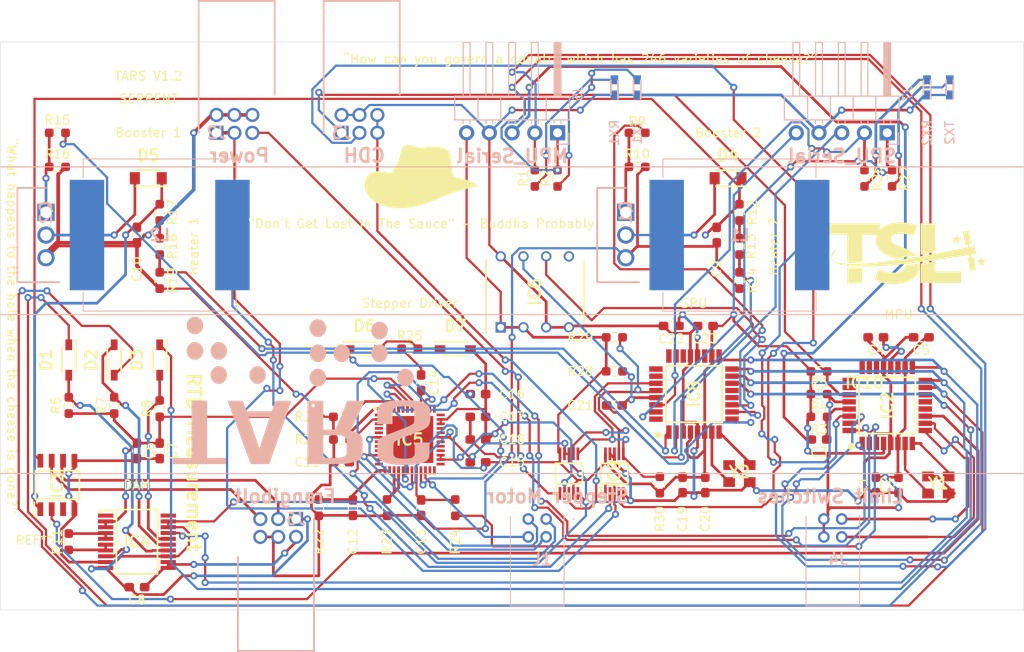
<source format=kicad_pcb>
(kicad_pcb (version 20171130) (host pcbnew "(5.1.7)-1")

  (general
    (thickness 1.6)
    (drawings 32)
    (tracks 1329)
    (zones 0)
    (modules 92)
    (nets 122)
  )

  (page A4)
  (layers
    (0 F.Cu signal)
    (31 B.Cu signal)
    (32 B.Adhes user)
    (33 F.Adhes user)
    (34 B.Paste user)
    (35 F.Paste user)
    (36 B.SilkS user)
    (37 F.SilkS user)
    (38 B.Mask user)
    (39 F.Mask user)
    (40 Dwgs.User user)
    (41 Cmts.User user)
    (42 Eco1.User user)
    (43 Eco2.User user)
    (44 Edge.Cuts user)
    (45 Margin user)
    (46 B.CrtYd user)
    (47 F.CrtYd user)
    (48 B.Fab user hide)
    (49 F.Fab user hide)
  )

  (setup
    (last_trace_width 0.25)
    (user_trace_width 0.2)
    (user_trace_width 0.3048)
    (user_trace_width 0.4064)
    (user_trace_width 0.6096)
    (trace_clearance 0.2)
    (zone_clearance 0.508)
    (zone_45_only no)
    (trace_min 0.2)
    (via_size 0.8)
    (via_drill 0.4)
    (via_min_size 0.4)
    (via_min_drill 0.3)
    (uvia_size 0.3)
    (uvia_drill 0.1)
    (uvias_allowed no)
    (uvia_min_size 0.2)
    (uvia_min_drill 0.1)
    (edge_width 0.05)
    (segment_width 0.2)
    (pcb_text_width 0.3)
    (pcb_text_size 1.5 1.5)
    (mod_edge_width 0.12)
    (mod_text_size 1 1)
    (mod_text_width 0.15)
    (pad_size 1.524 1.524)
    (pad_drill 0.762)
    (pad_to_mask_clearance 0)
    (aux_axis_origin 0 0)
    (visible_elements 7FFFFFFF)
    (pcbplotparams
      (layerselection 0x010fc_ffffffff)
      (usegerberextensions false)
      (usegerberattributes true)
      (usegerberadvancedattributes true)
      (creategerberjobfile true)
      (excludeedgelayer true)
      (linewidth 0.100000)
      (plotframeref false)
      (viasonmask false)
      (mode 1)
      (useauxorigin false)
      (hpglpennumber 1)
      (hpglpenspeed 20)
      (hpglpendiameter 15.000000)
      (psnegative false)
      (psa4output false)
      (plotreference true)
      (plotvalue true)
      (plotinvisibletext false)
      (padsonsilk false)
      (subtractmaskfromsilk false)
      (outputformat 1)
      (mirror false)
      (drillshape 1)
      (scaleselection 1)
      (outputdirectory ""))
  )

  (net 0 "")
  (net 1 +5V)
  (net 2 /Processor/RESET_Pin)
  (net 3 "Net-(C4-Pad1)")
  (net 4 /Monitor/RESET_Pin)
  (net 5 "Net-(C22-Pad1)")
  (net 6 /Frangibolt_Interface/SDI)
  (net 7 /MOSI)
  (net 8 /SCK)
  (net 9 /Frangibolt_Interface/SCLK)
  (net 10 /Slave_Select)
  (net 11 /Frangibolt_Interface/CS)
  (net 12 "Net-(D4-Pad2)")
  (net 13 /Frangibolt_Interface/7V_in_h2)
  (net 14 /Frangibolt_Interface/7V_in_h1)
  (net 15 "Net-(D5-Pad2)")
  (net 16 "Net-(D6-Pad2)")
  (net 17 /Motor_Driver/VBoot)
  (net 18 /Step_Vin)
  (net 19 /Motor_Dir)
  (net 20 /SCL_Main)
  (net 21 /SDA_Main)
  (net 22 "Net-(IC2-Pad26)")
  (net 23 "Net-(IC2-Pad25)")
  (net 24 "Net-(IC2-Pad24)")
  (net 25 "Net-(IC2-Pad23)")
  (net 26 "Net-(IC2-Pad22)")
  (net 27 "Net-(IC2-Pad19)")
  (net 28 /MISO)
  (net 29 "Net-(IC2-Pad13)")
  (net 30 "Net-(IC2-Pad12)")
  (net 31 /Mosfet_Trigger)
  (net 32 /LSwitch_2)
  (net 33 /LSwitch_1)
  (net 34 /Processor/Crystal_Out)
  (net 35 /Processor/Crystal_in)
  (net 36 /Motor_Enable)
  (net 37 /PWM_Cntrl)
  (net 38 "Net-(IC3-Pad3)")
  (net 39 /H1+)
  (net 40 /H2+)
  (net 41 /Frangibolt_Interface/DRDY)
  (net 42 "Net-(IC4-Pad4)")
  (net 43 "Net-(IC4-Pad6)")
  (net 44 /RTD_+)
  (net 45 /RTD_-)
  (net 46 "Net-(IC4-Pad20)")
  (net 47 "Net-(IC5-Pad1)")
  (net 48 /OUT1A)
  (net 49 "Net-(IC5-Pad4)")
  (net 50 "Net-(IC5-Pad5)")
  (net 51 /GND_Noisy)
  (net 52 "Net-(IC5-Pad7)")
  (net 53 "Net-(IC5-Pad8)")
  (net 54 "Net-(IC5-Pad9)")
  (net 55 /OUT1B)
  (net 56 "Net-(IC5-Pad12)")
  (net 57 "Net-(C12-Pad1)")
  (net 58 "Net-(IC5-Pad14)")
  (net 59 "Net-(IC5-Pad15)")
  (net 60 "Net-(C13-Pad1)")
  (net 61 /OUT2B)
  (net 62 "Net-(IC5-Pad24)")
  (net 63 "Net-(IC5-Pad25)")
  (net 64 "Net-(IC5-Pad28)")
  (net 65 "Net-(IC5-Pad29)")
  (net 66 "Net-(IC5-Pad30)")
  (net 67 "Net-(IC5-Pad32)")
  (net 68 "Net-(IC5-Pad33)")
  (net 69 "Net-(IC5-Pad36)")
  (net 70 "Net-(IC5-Pad37)")
  (net 71 /OUT2A)
  (net 72 "Net-(C14-Pad2)")
  (net 73 /Motor_Driver/RESET)
  (net 74 "Net-(IC5-Pad45)")
  (net 75 "Net-(IC5-Pad47)")
  (net 76 "Net-(C11-Pad1)")
  (net 77 "Net-(IC5-Pad49)")
  (net 78 "Net-(IC6-Pad5)")
  (net 79 /Monitor/WDT_Leash)
  (net 80 /ADC_H1)
  (net 81 /ADC_H2)
  (net 82 /Monitor/Crystal_in)
  (net 83 /Monitor/Crystal_Out)
  (net 84 /V_Control_h1)
  (net 85 /V_Control_h2)
  (net 86 "Net-(IC8-Pad12)")
  (net 87 "Net-(IC8-Pad13)")
  (net 88 "Net-(IC8-Pad19)")
  (net 89 "Net-(IC8-Pad22)")
  (net 90 "Net-(IC8-Pad23)")
  (net 91 "Net-(IC8-Pad24)")
  (net 92 "Net-(IC8-Pad25)")
  (net 93 "Net-(IC8-Pad26)")
  (net 94 /Monitor/SDA)
  (net 95 /Monitor/SCL)
  (net 96 "Net-(IC8-Pad32)")
  (net 97 /H2_Boost)
  (net 98 /5V_in)
  (net 99 /H1_Boost)
  (net 100 /Pow_in)
  (net 101 "Net-(LED1-Pad2)")
  (net 102 "Net-(LED2-Pad2)")
  (net 103 "Net-(LED3-Pad2)")
  (net 104 "Net-(LED4-Pad2)")
  (net 105 "Net-(Q1-Pad1)")
  (net 106 "Net-(Q2-Pad1)")
  (net 107 "Net-(C14-Pad1)")
  (net 108 "Net-(R12-Pad2)")
  (net 109 "Net-(R17-Pad2)")
  (net 110 /12V_in)
  (net 111 "Net-(IC5-Pad3)")
  (net 112 "Net-(IC5-Pad11)")
  (net 113 "Net-(IC5-Pad23)")
  (net 114 "Net-(IC5-Pad38)")
  (net 115 GND)
  (net 116 /Tx1)
  (net 117 /Rx1)
  (net 118 /Rs1)
  (net 119 /Rs2)
  (net 120 /Rx2)
  (net 121 /Tx2)

  (net_class Default "This is the default net class."
    (clearance 0.2)
    (trace_width 0.25)
    (via_dia 0.8)
    (via_drill 0.4)
    (uvia_dia 0.3)
    (uvia_drill 0.1)
    (add_net +5V)
    (add_net /12V_in)
    (add_net /5V_in)
    (add_net /ADC_H1)
    (add_net /ADC_H2)
    (add_net /Frangibolt_Interface/7V_in_h1)
    (add_net /Frangibolt_Interface/7V_in_h2)
    (add_net /Frangibolt_Interface/CS)
    (add_net /Frangibolt_Interface/DRDY)
    (add_net /Frangibolt_Interface/SCLK)
    (add_net /Frangibolt_Interface/SDI)
    (add_net /GND_Noisy)
    (add_net /H1+)
    (add_net /H1_Boost)
    (add_net /H2+)
    (add_net /H2_Boost)
    (add_net /LSwitch_1)
    (add_net /LSwitch_2)
    (add_net /MISO)
    (add_net /MOSI)
    (add_net /Monitor/Crystal_Out)
    (add_net /Monitor/Crystal_in)
    (add_net /Monitor/RESET_Pin)
    (add_net /Monitor/SCL)
    (add_net /Monitor/SDA)
    (add_net /Monitor/WDT_Leash)
    (add_net /Mosfet_Trigger)
    (add_net /Motor_Dir)
    (add_net /Motor_Driver/RESET)
    (add_net /Motor_Driver/VBoot)
    (add_net /Motor_Enable)
    (add_net /OUT1A)
    (add_net /OUT1B)
    (add_net /OUT2A)
    (add_net /OUT2B)
    (add_net /PWM_Cntrl)
    (add_net /Pow_in)
    (add_net /Processor/Crystal_Out)
    (add_net /Processor/Crystal_in)
    (add_net /Processor/RESET_Pin)
    (add_net /RTD_+)
    (add_net /RTD_-)
    (add_net /Rs1)
    (add_net /Rs2)
    (add_net /Rx1)
    (add_net /Rx2)
    (add_net /SCK)
    (add_net /SCL_Main)
    (add_net /SDA_Main)
    (add_net /Slave_Select)
    (add_net /Step_Vin)
    (add_net /Tx1)
    (add_net /Tx2)
    (add_net /V_Control_h1)
    (add_net /V_Control_h2)
    (add_net GND)
    (add_net "Net-(C11-Pad1)")
    (add_net "Net-(C12-Pad1)")
    (add_net "Net-(C13-Pad1)")
    (add_net "Net-(C14-Pad1)")
    (add_net "Net-(C14-Pad2)")
    (add_net "Net-(C22-Pad1)")
    (add_net "Net-(C4-Pad1)")
    (add_net "Net-(D4-Pad2)")
    (add_net "Net-(D5-Pad2)")
    (add_net "Net-(D6-Pad2)")
    (add_net "Net-(IC2-Pad12)")
    (add_net "Net-(IC2-Pad13)")
    (add_net "Net-(IC2-Pad19)")
    (add_net "Net-(IC2-Pad22)")
    (add_net "Net-(IC2-Pad23)")
    (add_net "Net-(IC2-Pad24)")
    (add_net "Net-(IC2-Pad25)")
    (add_net "Net-(IC2-Pad26)")
    (add_net "Net-(IC3-Pad3)")
    (add_net "Net-(IC4-Pad20)")
    (add_net "Net-(IC4-Pad4)")
    (add_net "Net-(IC4-Pad6)")
    (add_net "Net-(IC5-Pad1)")
    (add_net "Net-(IC5-Pad11)")
    (add_net "Net-(IC5-Pad12)")
    (add_net "Net-(IC5-Pad14)")
    (add_net "Net-(IC5-Pad15)")
    (add_net "Net-(IC5-Pad23)")
    (add_net "Net-(IC5-Pad24)")
    (add_net "Net-(IC5-Pad25)")
    (add_net "Net-(IC5-Pad28)")
    (add_net "Net-(IC5-Pad29)")
    (add_net "Net-(IC5-Pad3)")
    (add_net "Net-(IC5-Pad30)")
    (add_net "Net-(IC5-Pad32)")
    (add_net "Net-(IC5-Pad33)")
    (add_net "Net-(IC5-Pad36)")
    (add_net "Net-(IC5-Pad37)")
    (add_net "Net-(IC5-Pad38)")
    (add_net "Net-(IC5-Pad4)")
    (add_net "Net-(IC5-Pad45)")
    (add_net "Net-(IC5-Pad47)")
    (add_net "Net-(IC5-Pad49)")
    (add_net "Net-(IC5-Pad5)")
    (add_net "Net-(IC5-Pad7)")
    (add_net "Net-(IC5-Pad8)")
    (add_net "Net-(IC5-Pad9)")
    (add_net "Net-(IC6-Pad5)")
    (add_net "Net-(IC8-Pad12)")
    (add_net "Net-(IC8-Pad13)")
    (add_net "Net-(IC8-Pad19)")
    (add_net "Net-(IC8-Pad22)")
    (add_net "Net-(IC8-Pad23)")
    (add_net "Net-(IC8-Pad24)")
    (add_net "Net-(IC8-Pad25)")
    (add_net "Net-(IC8-Pad26)")
    (add_net "Net-(IC8-Pad32)")
    (add_net "Net-(LED1-Pad2)")
    (add_net "Net-(LED2-Pad2)")
    (add_net "Net-(LED3-Pad2)")
    (add_net "Net-(LED4-Pad2)")
    (add_net "Net-(Q1-Pad1)")
    (add_net "Net-(Q2-Pad1)")
    (add_net "Net-(R12-Pad2)")
    (add_net "Net-(R17-Pad2)")
  )

  (module SamacSys_Parts:Dillan_Stamp (layer F.Cu) (tedit 0) (tstamp 5FFA1570)
    (at 168.91 73.66)
    (fp_text reference G*** (at 0 0) (layer F.SilkS) hide
      (effects (font (size 1.524 1.524) (thickness 0.3)))
    )
    (fp_text value LOGO (at 0.75 0) (layer F.SilkS) hide
      (effects (font (size 1.524 1.524) (thickness 0.3)))
    )
    (fp_poly (pts (xy -1.35735 -4.983658) (xy -1.217103 -4.963059) (xy -1.051346 -4.925406) (xy -0.851419 -4.868661)
      (xy -0.608662 -4.790786) (xy -0.541984 -4.768359) (xy -0.190427 -4.649242) (xy 0.087889 -4.684843)
      (xy 0.243988 -4.704797) (xy 0.428234 -4.728328) (xy 0.610651 -4.751608) (xy 0.688466 -4.761533)
      (xy 1.045387 -4.794839) (xy 1.393287 -4.803895) (xy 1.726537 -4.789938) (xy 2.039505 -4.754203)
      (xy 2.32656 -4.697926) (xy 2.582071 -4.622345) (xy 2.800407 -4.528694) (xy 2.975936 -4.41821)
      (xy 3.103029 -4.29213) (xy 3.147671 -4.221661) (xy 3.176498 -4.143247) (xy 3.209282 -4.016457)
      (xy 3.244156 -3.85122) (xy 3.279251 -3.657461) (xy 3.3127 -3.445108) (xy 3.342635 -3.224087)
      (xy 3.354955 -3.120069) (xy 3.384075 -2.872778) (xy 3.415872 -2.622357) (xy 3.449114 -2.376949)
      (xy 3.482568 -2.144693) (xy 3.515004 -1.933728) (xy 3.545189 -1.752197) (xy 3.571892 -1.608238)
      (xy 3.59388 -1.509993) (xy 3.603301 -1.478971) (xy 3.623338 -1.449889) (xy 3.665963 -1.425752)
      (xy 3.741496 -1.402958) (xy 3.860257 -1.377903) (xy 3.929307 -1.365155) (xy 4.170959 -1.317235)
      (xy 4.428513 -1.258531) (xy 4.682838 -1.193871) (xy 4.914806 -1.128086) (xy 5.082929 -1.07391)
      (xy 5.168569 -1.041747) (xy 5.291139 -0.992721) (xy 5.438499 -0.931999) (xy 5.59851 -0.86475)
      (xy 5.759031 -0.796141) (xy 5.907925 -0.731339) (xy 6.03305 -0.675513) (xy 6.122269 -0.63383)
      (xy 6.150291 -0.619541) (xy 6.217977 -0.553286) (xy 6.23519 -0.461896) (xy 6.230071 -0.432621)
      (xy 6.197741 -0.376232) (xy 6.127828 -0.328043) (xy 6.014872 -0.285934) (xy 5.853413 -0.247786)
      (xy 5.674432 -0.216964) (xy 5.472238 -0.18082) (xy 5.22883 -0.129053) (xy 4.958337 -0.065286)
      (xy 4.674886 0.006854) (xy 4.392603 0.083743) (xy 4.125618 0.161756) (xy 3.888056 0.237267)
      (xy 3.837831 0.254324) (xy 3.76531 0.280869) (xy 3.645058 0.326755) (xy 3.483676 0.389385)
      (xy 3.287767 0.466165) (xy 3.063931 0.554499) (xy 2.81877 0.651794) (xy 2.558886 0.755453)
      (xy 2.343714 0.84166) (xy 1.911337 1.014465) (xy 1.527384 1.166066) (xy 1.186417 1.298315)
      (xy 0.882995 1.413069) (xy 0.611679 1.512183) (xy 0.367029 1.597512) (xy 0.143607 1.670911)
      (xy -0.064028 1.734234) (xy -0.261315 1.789337) (xy -0.453693 1.838076) (xy -0.646602 1.882304)
      (xy -0.806505 1.916) (xy -1.12685 1.975969) (xy -1.422257 2.01882) (xy -1.709856 2.045787)
      (xy -2.006778 2.058106) (xy -2.330153 2.057011) (xy -2.624541 2.047083) (xy -3.184008 2.003192)
      (xy -3.702132 1.922867) (xy -4.178013 1.806516) (xy -4.610752 1.654548) (xy -4.999452 1.467374)
      (xy -5.343214 1.245401) (xy -5.641138 0.98904) (xy -5.892326 0.698699) (xy -6.026464 0.498039)
      (xy -6.126648 0.320871) (xy -6.197729 0.164764) (xy -6.244211 0.012439) (xy -6.270599 -0.153386)
      (xy -6.281397 -0.349988) (xy -6.282298 -0.483391) (xy -6.27673 -0.69283) (xy -6.258737 -0.862593)
      (xy -6.223212 -1.011139) (xy -6.165048 -1.156926) (xy -6.079138 -1.318412) (xy -6.026968 -1.406229)
      (xy -5.949127 -1.531243) (xy -5.886385 -1.619871) (xy -5.825112 -1.686793) (xy -5.75168 -1.746693)
      (xy -5.652461 -1.814249) (xy -5.641675 -1.821289) (xy -5.489506 -1.909888) (xy -5.334648 -1.976197)
      (xy -5.169367 -2.020805) (xy -4.985925 -2.044298) (xy -4.776587 -2.047266) (xy -4.533615 -2.030296)
      (xy -4.249274 -1.993977) (xy -3.969604 -1.948387) (xy -3.78697 -1.917102) (xy -3.620153 -1.889697)
      (xy -3.479202 -1.86773) (xy -3.37417 -1.85276) (xy -3.315106 -1.846343) (xy -3.310496 -1.846215)
      (xy -3.271615 -1.852609) (xy -3.239634 -1.878802) (xy -3.206899 -1.935664) (xy -3.165755 -2.034061)
      (xy -3.150711 -2.073087) (xy -3.104228 -2.191295) (xy -3.060626 -2.291194) (xy -3.012488 -2.386691)
      (xy -2.952401 -2.491692) (xy -2.872948 -2.620104) (xy -2.789429 -2.750634) (xy -2.612101 -3.050536)
      (xy -2.480576 -3.331713) (xy -2.390282 -3.605365) (xy -2.341452 -3.847779) (xy -2.32153 -3.9837)
      (xy -2.300573 -4.124784) (xy -2.285902 -4.22213) (xy -2.226476 -4.452003) (xy -2.126157 -4.64651)
      (xy -1.989354 -4.801453) (xy -1.820477 -4.912628) (xy -1.623935 -4.975835) (xy -1.480747 -4.98924)
      (xy -1.35735 -4.983658)) (layer F.SilkS) (width 0.01))
  )

  (module SamacSys_Parts:TSL_Logo (layer F.Cu) (tedit 0) (tstamp 5FFA0BCA)
    (at 223.52 81.915)
    (fp_text reference G*** (at 0 0) (layer F.SilkS) hide
      (effects (font (size 1.524 1.524) (thickness 0.3)))
    )
    (fp_text value LOGO (at 0.75 0) (layer F.SilkS) hide
      (effects (font (size 1.524 1.524) (thickness 0.3)))
    )
    (fp_poly (pts (xy 1.069267 0.056137) (xy 1.081385 0.128447) (xy 1.084075 0.234125) (xy 1.077711 0.361003)
      (xy 1.062669 0.496916) (xy 1.039322 0.629695) (xy 1.027292 0.68097) (xy 0.918251 0.993163)
      (xy 0.758719 1.27609) (xy 0.549619 1.528595) (xy 0.291871 1.749518) (xy 0.058593 1.898641)
      (xy -0.089555 1.970201) (xy -0.278793 2.044215) (xy -0.492159 2.115201) (xy -0.712693 2.177676)
      (xy -0.923431 2.226159) (xy -0.996079 2.239546) (xy -1.1361 2.258393) (xy -1.312506 2.274928)
      (xy -1.509851 2.28843) (xy -1.712691 2.298176) (xy -1.905582 2.303441) (xy -2.07308 2.303504)
      (xy -2.19974 2.297641) (xy -2.21188 2.296461) (xy -2.457532 2.266559) (xy -2.710503 2.228657)
      (xy -2.951592 2.185998) (xy -3.161597 2.141825) (xy -3.237275 2.123247) (xy -3.400683 2.077422)
      (xy -3.555683 2.027867) (xy -3.692512 1.978349) (xy -3.801405 1.932638) (xy -3.8726 1.894499)
      (xy -3.896425 1.868863) (xy -3.889161 1.832679) (xy -3.869138 1.750098) (xy -3.839011 1.631249)
      (xy -3.801434 1.486264) (xy -3.75906 1.325275) (xy -3.714544 1.158411) (xy -3.67054 0.995805)
      (xy -3.629701 0.847587) (xy -3.616993 0.802213) (xy -3.574786 0.652292) (xy -3.157001 0.793438)
      (xy -2.855576 0.888819) (xy -2.588178 0.958048) (xy -2.338033 1.004167) (xy -2.088368 1.030221)
      (xy -1.822409 1.039253) (xy -1.80173 1.039329) (xy -1.561241 1.034115) (xy -1.36484 1.015914)
      (xy -1.19899 0.982344) (xy -1.050156 0.931022) (xy -0.966782 0.892429) (xy -0.8183 0.797211)
      (xy -0.712169 0.677732) (xy -0.641583 0.523755) (xy -0.602389 0.344233) (xy -0.58901 0.263354)
      (xy -0.577384 0.213162) (xy -0.573134 0.205075) (xy -0.542772 0.201959) (xy -0.461792 0.19317)
      (xy -0.337808 0.179547) (xy -0.178434 0.161931) (xy 0.008718 0.141159) (xy 0.216035 0.118073)
      (xy 0.223398 0.117252) (xy 0.433018 0.094013) (xy 0.624335 0.073078) (xy 0.789381 0.055295)
      (xy 0.92019 0.041515) (xy 1.008796 0.032588) (xy 1.047232 0.029363) (xy 1.047347 0.029362)
      (xy 1.069267 0.056137)) (layer F.SilkS) (width 0.01))
    (fp_poly (pts (xy -6.767474 0.457205) (xy -6.668108 0.45931) (xy -6.523765 0.463295) (xy -6.348016 0.468739)
      (xy -6.154432 0.475222) (xy -5.956584 0.482323) (xy -5.954498 0.4824) (xy -5.361246 0.504485)
      (xy -5.361246 2.226528) (xy -7.002705 2.226528) (xy -6.987197 0.454094) (xy -6.767474 0.457205)) (layer F.SilkS) (width 0.01))
    (fp_poly (pts (xy 2.818728 -0.186551) (xy 2.82602 -0.154113) (xy 2.832361 -0.07254) (xy 2.837358 0.04871)
      (xy 2.84062 0.20018) (xy 2.841753 0.367934) (xy 2.841753 0.908189) (xy 5.712803 0.908189)
      (xy 5.712803 2.197232) (xy 1.201153 2.197232) (xy 1.201153 1.098616) (xy 1.201555 0.803641)
      (xy 1.202861 0.562739) (xy 1.205222 0.371394) (xy 1.208787 0.225091) (xy 1.213708 0.119314)
      (xy 1.220136 0.049549) (xy 1.22822 0.01128) (xy 1.237774 -0.00002) (xy 1.27568 -0.003729)
      (xy 1.363574 -0.014165) (xy 1.493363 -0.03031) (xy 1.656956 -0.051144) (xy 1.846261 -0.075649)
      (xy 2.035048 -0.100411) (xy 2.239843 -0.1268) (xy 2.42552 -0.149514) (xy 2.584178 -0.167683)
      (xy 2.707917 -0.180441) (xy 2.788837 -0.186917) (xy 2.818728 -0.186551)) (layer F.SilkS) (width 0.01))
    (fp_poly (pts (xy 6.619528 -3.502927) (xy 6.652149 -3.33559) (xy 6.68632 -3.152174) (xy 6.72054 -2.961665)
      (xy 6.753308 -2.773046) (xy 6.783121 -2.595304) (xy 6.808479 -2.437424) (xy 6.82788 -2.308389)
      (xy 6.839823 -2.217187) (xy 6.842807 -2.172801) (xy 6.842198 -2.170335) (xy 6.806341 -2.151079)
      (xy 6.734733 -2.132087) (xy 6.70708 -2.127101) (xy 6.586795 -2.107867) (xy 6.60724 -1.984095)
      (xy 6.622317 -1.90521) (xy 6.635764 -1.854885) (xy 6.639349 -1.847754) (xy 6.671285 -1.847186)
      (xy 6.747797 -1.855833) (xy 6.855881 -1.87204) (xy 6.933062 -1.885161) (xy 7.053583 -1.905625)
      (xy 7.149925 -1.920296) (xy 7.20935 -1.92733) (xy 7.222086 -1.927027) (xy 7.233916 -1.892518)
      (xy 7.25303 -1.814473) (xy 7.276976 -1.705401) (xy 7.303299 -1.577811) (xy 7.329545 -1.444213)
      (xy 7.353259 -1.317118) (xy 7.371988 -1.209033) (xy 7.383276 -1.13247) (xy 7.38467 -1.099938)
      (xy 7.384404 -1.09967) (xy 7.349315 -1.089935) (xy 7.269888 -1.073014) (xy 7.159528 -1.051662)
      (xy 7.081313 -1.037382) (xy 6.943786 -1.011192) (xy 6.855645 -0.986611) (xy 6.808389 -0.956179)
      (xy 6.793516 -0.912436) (xy 6.802526 -0.847921) (xy 6.814055 -0.802843) (xy 6.831115 -0.766233)
      (xy 6.867159 -0.751013) (xy 6.938952 -0.752096) (xy 6.971704 -0.755006) (xy 7.056801 -0.760947)
      (xy 7.100879 -0.752282) (xy 7.121096 -0.721366) (xy 7.129799 -0.684573) (xy 7.143153 -0.614283)
      (xy 7.163577 -0.501821) (xy 7.189217 -0.357885) (xy 7.218214 -0.193172) (xy 7.248713 -0.01838)
      (xy 7.278856 0.155792) (xy 7.306789 0.318647) (xy 7.330653 0.459487) (xy 7.348593 0.567614)
      (xy 7.358751 0.632331) (xy 7.36009 0.642433) (xy 7.360495 0.675836) (xy 7.345915 0.699772)
      (xy 7.305983 0.718956) (xy 7.230336 0.738107) (xy 7.108608 0.76194) (xy 7.089735 0.765465)
      (xy 6.936444 0.793441) (xy 6.831008 0.80992) (xy 6.763774 0.814631) (xy 6.72509 0.807303)
      (xy 6.705303 0.787667) (xy 6.69476 0.755452) (xy 6.694508 0.754383) (xy 6.675205 0.664249)
      (xy 6.650751 0.538067) (xy 6.622744 0.385405) (xy 6.592781 0.215833) (xy 6.562462 0.03892)
      (xy 6.533382 -0.135765) (xy 6.507141 -0.298652) (xy 6.485337 -0.440172) (xy 6.469567 -0.550757)
      (xy 6.461429 -0.620837) (xy 6.461452 -0.641273) (xy 6.499066 -0.660388) (xy 6.569329 -0.684885)
      (xy 6.586769 -0.690063) (xy 6.64971 -0.712031) (xy 6.67992 -0.741844) (xy 6.683429 -0.795493)
      (xy 6.666268 -0.888972) (xy 6.664631 -0.896572) (xy 6.65208 -0.931557) (xy 6.624068 -0.946037)
      (xy 6.565024 -0.943418) (xy 6.497001 -0.933255) (xy 5.376315 -0.754762) (xy 4.312085 -0.590651)
      (xy 3.303974 -0.440879) (xy 2.351651 -0.305402) (xy 1.454779 -0.184175) (xy 0.613026 -0.077157)
      (xy -0.173944 0.015698) (xy -0.906465 0.094433) (xy -1.58487 0.15909) (xy -2.209494 0.209715)
      (xy -2.314418 0.217213) (xy -2.546547 0.233468) (xy -2.801753 0.251372) (xy -3.05895 0.269446)
      (xy -3.297052 0.286206) (xy -3.471626 0.298523) (xy -3.654916 0.308999) (xy -3.879064 0.317791)
      (xy -4.136097 0.324898) (xy -4.41804 0.330322) (xy -4.716919 0.334061) (xy -5.02476 0.336118)
      (xy -5.333589 0.336492) (xy -5.635432 0.335185) (xy -5.922315 0.332196) (xy -6.186263 0.327526)
      (xy -6.419303 0.321176) (xy -6.61346 0.313146) (xy -6.76076 0.303436) (xy -6.811419 0.298307)
      (xy -7.23309 0.238731) (xy -7.599476 0.167376) (xy -7.91282 0.083569) (xy -8.175368 -0.013363)
      (xy -8.389365 -0.124093) (xy -8.513427 -0.211753) (xy -8.596838 -0.275155) (xy -8.679343 -0.331725)
      (xy -8.680465 -0.332433) (xy -8.796249 -0.434571) (xy -8.860595 -0.56051) (xy -8.874153 -0.707212)
      (xy -8.837569 -0.871642) (xy -8.751494 -1.050764) (xy -8.616575 -1.241542) (xy -8.446388 -1.428201)
      (xy -8.348417 -1.523115) (xy -8.264193 -1.600513) (xy -8.202971 -1.652166) (xy -8.17453 -1.669896)
      (xy -8.180064 -1.648413) (xy -8.216003 -1.589933) (xy -8.276398 -1.503415) (xy -8.354466 -1.398904)
      (xy -8.44616 -1.274461) (xy -8.531237 -1.150041) (xy -8.598742 -1.04215) (xy -8.631522 -0.98143)
      (xy -8.68741 -0.812294) (xy -8.700486 -0.644135) (xy -8.673119 -0.488117) (xy -8.607682 -0.355401)
      (xy -8.506545 -0.25715) (xy -8.473597 -0.238066) (xy -8.270846 -0.1517) (xy -8.029854 -0.079967)
      (xy -7.749013 -0.022861) (xy -7.426711 0.019628) (xy -7.061339 0.047507) (xy -6.651286 0.060786)
      (xy -6.194943 0.059471) (xy -5.6907 0.043573) (xy -5.136946 0.013099) (xy -4.532072 -0.031943)
      (xy -3.874468 -0.091544) (xy -3.162523 -0.165695) (xy -2.783161 -0.208515) (xy -2.37259 -0.258788)
      (xy -1.910841 -0.320438) (xy -1.404004 -0.39246) (xy -0.858171 -0.47385) (xy -0.279432 -0.563602)
      (xy 0.32612 -0.660713) (xy 0.952397 -0.764176) (xy 1.593305 -0.872986) (xy 2.242755 -0.98614)
      (xy 2.894655 -1.102632) (xy 3.542914 -1.221457) (xy 4.181441 -1.34161) (xy 4.746021 -1.450691)
      (xy 4.989632 -1.498372) (xy 5.241504 -1.547649) (xy 5.488117 -1.595877) (xy 5.715945 -1.640414)
      (xy 5.911468 -1.678614) (xy 6.043871 -1.70446) (xy 6.506773 -1.794769) (xy 6.488454 -1.886139)
      (xy 6.466752 -1.98847) (xy 6.445623 -2.045013) (xy 6.4134 -2.06728) (xy 6.35842 -2.066782)
      (xy 6.311658 -2.06062) (xy 6.234019 -2.052954) (xy 6.187483 -2.054103) (xy 6.181545 -2.057748)
      (xy 6.176548 -2.089499) (xy 6.162489 -2.171004) (xy 6.140765 -2.294365) (xy 6.112774 -2.451685)
      (xy 6.079913 -2.635065) (xy 6.05027 -2.799583) (xy 6.014774 -2.997706) (xy 5.983448 -3.175593)
      (xy 5.957613 -3.325501) (xy 5.938587 -3.439691) (xy 5.927688 -3.510421) (xy 5.925761 -3.530579)
      (xy 5.955508 -3.53702) (xy 6.031202 -3.551403) (xy 6.141079 -3.571537) (xy 6.261138 -3.593059)
      (xy 6.58975 -3.651414) (xy 6.619528 -3.502927)) (layer F.SilkS) (width 0.01))
    (fp_poly (pts (xy 7.990992 -0.620585) (xy 8.026529 -0.559588) (xy 8.048839 -0.51569) (xy 8.090853 -0.438213)
      (xy 8.13376 -0.396795) (xy 8.199659 -0.375801) (xy 8.259752 -0.366458) (xy 8.343682 -0.353101)
      (xy 8.397447 -0.341059) (xy 8.408074 -0.33579) (xy 8.390011 -0.310322) (xy 8.343735 -0.256225)
      (xy 8.305654 -0.21403) (xy 8.245164 -0.142879) (xy 8.217989 -0.086311) (xy 8.215344 -0.018152)
      (xy 8.221539 0.03662) (xy 8.229316 0.117372) (xy 8.228677 0.167584) (xy 8.22462 0.175778)
      (xy 8.191118 0.164807) (xy 8.123515 0.136986) (xy 8.083489 0.119408) (xy 8.004721 0.086463)
      (xy 7.952186 0.07797) (xy 7.89887 0.093927) (xy 7.847086 0.119408) (xy 7.772789 0.154497)
      (xy 7.72034 0.174213) (xy 7.711379 0.175778) (xy 7.70039 0.14975) (xy 7.699801 0.083145)
      (xy 7.704885 0.02988) (xy 7.71308 -0.060549) (xy 7.702543 -0.11911) (xy 7.664837 -0.171613)
      (xy 7.626391 -0.210238) (xy 7.568472 -0.270385) (xy 7.533683 -0.314247) (xy 7.529181 -0.324681)
      (xy 7.555253 -0.340548) (xy 7.621357 -0.357719) (xy 7.663 -0.364972) (xy 7.74824 -0.383546)
      (xy 7.805039 -0.417904) (xy 7.856238 -0.484173) (xy 7.875186 -0.51478) (xy 7.922375 -0.588133)
      (xy 7.958172 -0.635168) (xy 7.9699 -0.644522) (xy 7.990992 -0.620585)) (layer F.SilkS) (width 0.01))
    (fp_poly (pts (xy -0.798024 -4.583047) (xy -0.518049 -4.568956) (xy -0.264357 -4.544199) (xy -0.087889 -4.516071)
      (xy 0.055242 -4.484858) (xy 0.209409 -4.4467) (xy 0.364229 -4.404722) (xy 0.509317 -4.362049)
      (xy 0.634292 -4.321807) (xy 0.728771 -4.287122) (xy 0.782369 -4.261119) (xy 0.790661 -4.251606)
      (xy 0.782475 -4.218164) (xy 0.760226 -4.139415) (xy 0.726962 -4.025453) (xy 0.685731 -3.886367)
      (xy 0.639579 -3.73225) (xy 0.591556 -3.573192) (xy 0.544707 -3.419285) (xy 0.502081 -3.280621)
      (xy 0.466725 -3.16729) (xy 0.441687 -3.089384) (xy 0.430015 -3.056995) (xy 0.429811 -3.056724)
      (xy 0.399817 -3.061334) (xy 0.327152 -3.081601) (xy 0.224455 -3.113844) (xy 0.158844 -3.135656)
      (xy -0.149254 -3.22668) (xy -0.460477 -3.293864) (xy -0.763554 -3.335982) (xy -1.047211 -3.35181)
      (xy -1.300176 -3.340121) (xy -1.464821 -3.312116) (xy -1.6021 -3.270153) (xy -1.745255 -3.212115)
      (xy -1.873855 -3.147326) (xy -1.967469 -3.085107) (xy -1.973302 -3.080109) (xy -2.067346 -2.960732)
      (xy -2.12139 -2.813577) (xy -2.131708 -2.656882) (xy -2.09457 -2.508885) (xy -2.091441 -2.502126)
      (xy -2.043005 -2.418045) (xy -1.977818 -2.340503) (xy -1.890102 -2.266128) (xy -1.774085 -2.191545)
      (xy -1.62399 -2.11338) (xy -1.434042 -2.028259) (xy -1.198466 -1.932809) (xy -0.963049 -1.842911)
      (xy -0.762068 -1.765636) (xy -0.560004 -1.684415) (xy -0.370175 -1.604858) (xy -0.205898 -1.532573)
      (xy -0.080489 -1.473168) (xy -0.059101 -1.462208) (xy 0.060836 -1.393864) (xy 0.192256 -1.309805)
      (xy 0.324969 -1.217664) (xy 0.448785 -1.125074) (xy 0.553512 -1.039667) (xy 0.62896 -0.969077)
      (xy 0.664939 -0.920936) (xy 0.665435 -0.919519) (xy 0.646811 -0.894621) (xy 0.585854 -0.873995)
      (xy 0.565062 -0.870309) (xy 0.51058 -0.861849) (xy 0.405729 -0.845281) (xy 0.257988 -0.821797)
      (xy 0.074837 -0.792591) (xy -0.136242 -0.758855) (xy -0.367771 -0.72178) (xy -0.570389 -0.689284)
      (xy -1.594873 -0.524854) (xy -1.87408 -0.616852) (xy -2.108458 -0.702435) (xy -2.35598 -0.807316)
      (xy -2.59808 -0.922752) (xy -2.816187 -1.040003) (xy -2.957043 -1.126652) (xy -3.187408 -1.303754)
      (xy -3.392012 -1.50834) (xy -3.563139 -1.730324) (xy -3.693072 -1.959624) (xy -3.774095 -2.186156)
      (xy -3.776913 -2.198047) (xy -3.802521 -2.378291) (xy -3.807848 -2.590848) (xy -3.793947 -2.813459)
      (xy -3.761872 -3.023866) (xy -3.732231 -3.142042) (xy -3.730869 -3.157195) (xy -3.741221 -3.169038)
      (xy -3.769543 -3.177977) (xy -3.822093 -3.184415) (xy -3.905128 -3.188758) (xy -4.024905 -3.191411)
      (xy -4.18768 -3.19278) (xy -4.399712 -3.193269) (xy -4.524065 -3.19331) (xy -5.331431 -3.19331)
      (xy -5.339015 -1.647924) (xy -5.346598 -0.102538) (xy -5.873933 -0.082926) (xy -6.160567 -0.072348)
      (xy -6.394014 -0.063958) (xy -6.579634 -0.057628) (xy -6.722788 -0.053229) (xy -6.828834 -0.050632)
      (xy -6.903135 -0.04971) (xy -6.951049 -0.050333) (xy -6.977937 -0.052373) (xy -6.989159 -0.055701)
      (xy -6.989678 -0.056152) (xy -6.991978 -0.086913) (xy -6.994136 -0.170865) (xy -6.996111 -0.302608)
      (xy -6.99786 -0.476741) (xy -6.999344 -0.687863) (xy -7.000521 -0.930572) (xy -7.001348 -1.199468)
      (xy -7.001786 -1.489149) (xy -7.001846 -1.645483) (xy -7.001846 -3.222607) (xy -8.964706 -3.222607)
      (xy -8.964706 -4.482353) (xy -3.369089 -4.482353) (xy -3.369089 -4.145444) (xy -3.367836 -4.0128)
      (xy -3.364429 -3.904742) (xy -3.359398 -3.832833) (xy -3.35366 -3.808535) (xy -3.325583 -3.82593)
      (xy -3.263989 -3.872332) (xy -3.180231 -3.939071) (xy -3.145001 -3.96792) (xy -2.869908 -4.163204)
      (xy -2.561718 -4.321006) (xy -2.214586 -4.443855) (xy -1.845675 -4.530073) (xy -1.628107 -4.559984)
      (xy -1.369806 -4.578694) (xy -1.087527 -4.586338) (xy -0.798024 -4.583047)) (layer F.SilkS) (width 0.01))
    (fp_poly (pts (xy 2.812457 -1.290159) (xy 2.74654 -1.274599) (xy 2.688749 -1.262401) (xy 2.586889 -1.24236)
      (xy 2.450474 -1.21623) (xy 2.28902 -1.185769) (xy 2.112042 -1.15273) (xy 1.929055 -1.118871)
      (xy 1.749573 -1.085946) (xy 1.583112 -1.055711) (xy 1.439187 -1.029921) (xy 1.327312 -1.010333)
      (xy 1.257003 -0.998701) (xy 1.237774 -0.996231) (xy 1.229842 -1.007516) (xy 1.223065 -1.043882)
      (xy 1.217364 -1.10899) (xy 1.212664 -1.2065) (xy 1.208887 -1.340071) (xy 1.205956 -1.513366)
      (xy 1.203795 -1.730043) (xy 1.202326 -1.993763) (xy 1.201473 -2.308186) (xy 1.201159 -2.676973)
      (xy 1.201153 -2.739216) (xy 1.201153 -4.482353) (xy 2.812457 -4.482353) (xy 2.812457 -1.290159)) (layer F.SilkS) (width 0.01))
    (fp_poly (pts (xy 5.240099 -3.111102) (xy 5.279165 -3.050697) (xy 5.30583 -3.002931) (xy 5.352992 -2.92304)
      (xy 5.398985 -2.880755) (xy 5.46616 -2.86002) (xy 5.514976 -2.852675) (xy 5.596013 -2.837405)
      (xy 5.646214 -2.819242) (xy 5.65421 -2.810174) (xy 5.632911 -2.779229) (xy 5.579366 -2.729893)
      (xy 5.552911 -2.708878) (xy 5.487712 -2.65088) (xy 5.463028 -2.598986) (xy 5.465022 -2.546257)
      (xy 5.480281 -2.449399) (xy 5.492396 -2.372764) (xy 5.506362 -2.284627) (xy 5.391026 -2.343467)
      (xy 5.294538 -2.386649) (xy 5.219418 -2.398021) (xy 5.140117 -2.377384) (xy 5.062749 -2.340892)
      (xy 4.942365 -2.279476) (xy 4.961002 -2.438047) (xy 4.969452 -2.532027) (xy 4.961637 -2.592093)
      (xy 4.929754 -2.64231) (xy 4.877478 -2.695636) (xy 4.81791 -2.757107) (xy 4.781093 -2.802292)
      (xy 4.775317 -2.81443) (xy 4.801568 -2.829142) (xy 4.868757 -2.84522) (xy 4.92273 -2.85376)
      (xy 5.012752 -2.869491) (xy 5.06664 -2.896623) (xy 5.106682 -2.951033) (xy 5.133643 -3.004016)
      (xy 5.173761 -3.079265) (xy 5.205796 -3.126509) (xy 5.21653 -3.134718) (xy 5.240099 -3.111102)) (layer F.SilkS) (width 0.01))
  )

  (module SamacSys_Parts:TARS_Logo (layer B.Cu) (tedit 0) (tstamp 5FFA0A10)
    (at 155.575 95.885)
    (fp_text reference G*** (at 0 0) (layer B.SilkS) hide
      (effects (font (size 1.524 1.524) (thickness 0.3)) (justify mirror))
    )
    (fp_text value LOGO (at 0.75 0) (layer B.SilkS) hide
      (effects (font (size 1.524 1.524) (thickness 0.3)) (justify mirror))
    )
    (fp_poly (pts (xy -11.805756 -6.054266) (xy -11.70884 -6.067615) (xy -11.624812 -6.095515) (xy -11.55744 -6.128312)
      (xy -11.358862 -6.26519) (xy -11.202075 -6.442304) (xy -11.090031 -6.65602) (xy -11.062036 -6.738442)
      (xy -11.020955 -6.966744) (xy -11.030314 -7.189816) (xy -11.085425 -7.400463) (xy -11.181603 -7.59149)
      (xy -11.31416 -7.755704) (xy -11.47841 -7.885908) (xy -11.669667 -7.97491) (xy -11.883243 -8.015514)
      (xy -11.894349 -8.016141) (xy -12.006207 -8.017519) (xy -12.104209 -8.011441) (xy -12.158016 -8.001578)
      (xy -12.378134 -7.899736) (xy -12.562762 -7.751635) (xy -12.709804 -7.559161) (xy -12.764386 -7.45594)
      (xy -12.807536 -7.353788) (xy -12.832547 -7.2617) (xy -12.843994 -7.155996) (xy -12.846482 -7.031142)
      (xy -12.843264 -6.893365) (xy -12.830559 -6.790298) (xy -12.803791 -6.698262) (xy -12.764386 -6.606344)
      (xy -12.635448 -6.39391) (xy -12.467804 -6.224855) (xy -12.319147 -6.128312) (xy -12.230002 -6.086643)
      (xy -12.144819 -6.062952) (xy -12.040866 -6.052615) (xy -11.938293 -6.050844) (xy -11.805756 -6.054266)) (layer B.SilkS) (width 0.01))
    (fp_poly (pts (xy 1.934267 -5.761302) (xy 2.031183 -5.774651) (xy 2.115211 -5.802551) (xy 2.182583 -5.835348)
      (xy 2.381161 -5.972226) (xy 2.537948 -6.14934) (xy 2.649992 -6.363055) (xy 2.677987 -6.445477)
      (xy 2.719068 -6.67378) (xy 2.709709 -6.896851) (xy 2.654598 -7.107498) (xy 2.55842 -7.298526)
      (xy 2.425863 -7.462739) (xy 2.261613 -7.592944) (xy 2.070356 -7.681946) (xy 1.85678 -7.72255)
      (xy 1.845675 -7.723177) (xy 1.733816 -7.724555) (xy 1.635814 -7.718477) (xy 1.582007 -7.708614)
      (xy 1.374479 -7.611545) (xy 1.187692 -7.468752) (xy 1.037686 -7.292916) (xy 1.018589 -7.263242)
      (xy 0.96429 -7.147366) (xy 0.918286 -6.999535) (xy 0.88763 -6.846372) (xy 0.878893 -6.735946)
      (xy 0.904521 -6.521121) (xy 0.976228 -6.30958) (xy 1.086244 -6.121866) (xy 1.132386 -6.065571)
      (xy 1.286242 -5.918727) (xy 1.443472 -5.822897) (xy 1.61834 -5.771525) (xy 1.80173 -5.75788)
      (xy 1.934267 -5.761302)) (layer B.SilkS) (width 0.01))
    (fp_poly (pts (xy 8.818926 -5.497634) (xy 8.915843 -5.510983) (xy 8.999871 -5.538883) (xy 9.067243 -5.57168)
      (xy 9.265821 -5.708558) (xy 9.422607 -5.885672) (xy 9.534652 -6.099388) (xy 9.562647 -6.18181)
      (xy 9.603728 -6.410112) (xy 9.594369 -6.633184) (xy 9.539258 -6.843831) (xy 9.44308 -7.034858)
      (xy 9.310523 -7.199071) (xy 9.146273 -7.329276) (xy 8.955016 -7.418278) (xy 8.74144 -7.458882)
      (xy 8.730334 -7.459509) (xy 8.618476 -7.460887) (xy 8.520474 -7.454809) (xy 8.466666 -7.444946)
      (xy 8.259139 -7.347877) (xy 8.072351 -7.205085) (xy 7.922346 -7.029248) (xy 7.903248 -6.999574)
      (xy 7.849275 -6.88448) (xy 7.803334 -6.73751) (xy 7.772531 -6.585375) (xy 7.763552 -6.47451)
      (xy 7.776434 -6.338323) (xy 7.81034 -6.185176) (xy 7.858165 -6.041779) (xy 7.903248 -5.949445)
      (xy 8.01754 -5.801578) (xy 8.163721 -5.665957) (xy 8.305536 -5.57168) (xy 8.394681 -5.530011)
      (xy 8.479864 -5.50632) (xy 8.583817 -5.495983) (xy 8.68639 -5.494212) (xy 8.818926 -5.497634)) (layer B.SilkS) (width 0.01))
    (fp_poly (pts (xy -11.805756 -3.212513) (xy -11.70884 -3.225862) (xy -11.624812 -3.253762) (xy -11.55744 -3.286559)
      (xy -11.358862 -3.423437) (xy -11.202075 -3.600551) (xy -11.090031 -3.814266) (xy -11.062036 -3.896688)
      (xy -11.020955 -4.124991) (xy -11.030314 -4.348063) (xy -11.085425 -4.558709) (xy -11.181603 -4.749737)
      (xy -11.31416 -4.91395) (xy -11.47841 -5.044155) (xy -11.669667 -5.133157) (xy -11.883243 -5.173761)
      (xy -11.894349 -5.174388) (xy -12.006207 -5.175766) (xy -12.104209 -5.169688) (xy -12.158016 -5.159825)
      (xy -12.378134 -5.057983) (xy -12.562762 -4.909882) (xy -12.709804 -4.717408) (xy -12.764386 -4.614187)
      (xy -12.807536 -4.512035) (xy -12.832547 -4.419947) (xy -12.843994 -4.314243) (xy -12.846482 -4.189389)
      (xy -12.843264 -4.051612) (xy -12.830559 -3.948545) (xy -12.803791 -3.856509) (xy -12.764386 -3.76459)
      (xy -12.635448 -3.552157) (xy -12.467804 -3.383102) (xy -12.319147 -3.286559) (xy -12.230002 -3.24489)
      (xy -12.144819 -3.221199) (xy -12.040866 -3.210862) (xy -11.938293 -3.209091) (xy -11.805756 -3.212513)) (layer B.SilkS) (width 0.01))
    (fp_poly (pts (xy -9.139782 -3.212513) (xy -9.042865 -3.225862) (xy -8.958837 -3.253762) (xy -8.891465 -3.286559)
      (xy -8.692887 -3.423437) (xy -8.536101 -3.600551) (xy -8.424056 -3.814266) (xy -8.396061 -3.896688)
      (xy -8.35498 -4.124991) (xy -8.364339 -4.348063) (xy -8.41945 -4.558709) (xy -8.515628 -4.749737)
      (xy -8.648185 -4.91395) (xy -8.812436 -5.044155) (xy -9.003692 -5.133157) (xy -9.217268 -5.173761)
      (xy -9.228374 -5.174388) (xy -9.340232 -5.175766) (xy -9.438234 -5.169688) (xy -9.492042 -5.159825)
      (xy -9.69957 -5.062756) (xy -9.886357 -4.919964) (xy -10.036362 -4.744127) (xy -10.05546 -4.714453)
      (xy -10.109433 -4.599359) (xy -10.155374 -4.452389) (xy -10.186177 -4.300254) (xy -10.195156 -4.189389)
      (xy -10.182275 -4.053202) (xy -10.148368 -3.900055) (xy -10.100543 -3.756657) (xy -10.05546 -3.664324)
      (xy -9.941168 -3.516457) (xy -9.794987 -3.380836) (xy -9.653172 -3.286559) (xy -9.564028 -3.24489)
      (xy -9.478845 -3.221199) (xy -9.374891 -3.210862) (xy -9.272319 -3.209091) (xy -9.139782 -3.212513)) (layer B.SilkS) (width 0.01))
    (fp_poly (pts (xy 1.934267 -2.948845) (xy 2.031183 -2.962194) (xy 2.115211 -2.990094) (xy 2.182583 -3.022891)
      (xy 2.381161 -3.159769) (xy 2.537948 -3.336883) (xy 2.649992 -3.550599) (xy 2.677987 -3.633021)
      (xy 2.719068 -3.861323) (xy 2.709709 -4.084395) (xy 2.654598 -4.295042) (xy 2.55842 -4.486069)
      (xy 2.425863 -4.650283) (xy 2.261613 -4.780487) (xy 2.070356 -4.869489) (xy 1.85678 -4.910093)
      (xy 1.845675 -4.91072) (xy 1.733816 -4.912098) (xy 1.635814 -4.90602) (xy 1.582007 -4.896157)
      (xy 1.374479 -4.799089) (xy 1.187692 -4.656296) (xy 1.037686 -4.480459) (xy 1.018589 -4.450785)
      (xy 0.964615 -4.335691) (xy 0.918674 -4.188721) (xy 0.887871 -4.036586) (xy 0.878893 -3.925721)
      (xy 0.891774 -3.789534) (xy 0.92568 -3.636387) (xy 0.973505 -3.49299) (xy 1.018589 -3.400656)
      (xy 1.132881 -3.252789) (xy 1.279061 -3.117168) (xy 1.420876 -3.022891) (xy 1.510021 -2.981222)
      (xy 1.595204 -2.957531) (xy 1.699157 -2.947194) (xy 1.80173 -2.945423) (xy 1.934267 -2.948845)) (layer B.SilkS) (width 0.01))
    (fp_poly (pts (xy 4.600241 -2.948845) (xy 4.697158 -2.962194) (xy 4.781186 -2.990094) (xy 4.848558 -3.022891)
      (xy 5.047136 -3.159769) (xy 5.203922 -3.336883) (xy 5.315967 -3.550599) (xy 5.343962 -3.633021)
      (xy 5.385043 -3.861323) (xy 5.375684 -4.084395) (xy 5.320573 -4.295042) (xy 5.224395 -4.486069)
      (xy 5.091838 -4.650283) (xy 4.927587 -4.780487) (xy 4.736331 -4.869489) (xy 4.522755 -4.910093)
      (xy 4.511649 -4.91072) (xy 4.399791 -4.912098) (xy 4.301789 -4.90602) (xy 4.247981 -4.896157)
      (xy 4.027867 -4.794242) (xy 3.843443 -4.646511) (xy 3.6982 -4.456101) (xy 3.645302 -4.354596)
      (xy 3.570853 -4.126323) (xy 3.550294 -3.895179) (xy 3.580859 -3.669502) (xy 3.659785 -3.457628)
      (xy 3.784307 -3.267895) (xy 3.95166 -3.108642) (xy 4.086851 -3.022891) (xy 4.175996 -2.981222)
      (xy 4.261178 -2.957531) (xy 4.365132 -2.947194) (xy 4.467705 -2.945423) (xy 4.600241 -2.948845)) (layer B.SilkS) (width 0.01))
    (fp_poly (pts (xy 8.818926 -2.948845) (xy 8.915843 -2.962194) (xy 8.999871 -2.990094) (xy 9.067243 -3.022891)
      (xy 9.265821 -3.159769) (xy 9.422607 -3.336883) (xy 9.534652 -3.550599) (xy 9.562647 -3.633021)
      (xy 9.603728 -3.861323) (xy 9.594369 -4.084395) (xy 9.539258 -4.295042) (xy 9.44308 -4.486069)
      (xy 9.310523 -4.650283) (xy 9.146273 -4.780487) (xy 8.955016 -4.869489) (xy 8.74144 -4.910093)
      (xy 8.730334 -4.91072) (xy 8.618476 -4.912098) (xy 8.520474 -4.90602) (xy 8.466666 -4.896157)
      (xy 8.259139 -4.799089) (xy 8.072351 -4.656296) (xy 7.922346 -4.480459) (xy 7.903248 -4.450785)
      (xy 7.849275 -4.335691) (xy 7.803334 -4.188721) (xy 7.772531 -4.036586) (xy 7.763552 -3.925721)
      (xy 7.776434 -3.789534) (xy 7.81034 -3.636387) (xy 7.858165 -3.49299) (xy 7.903248 -3.400656)
      (xy 8.01754 -3.252789) (xy 8.163721 -3.117168) (xy 8.305536 -3.022891) (xy 8.394681 -2.981222)
      (xy 8.479864 -2.957531) (xy 8.583817 -2.947194) (xy 8.68639 -2.945423) (xy 8.818926 -2.948845)) (layer B.SilkS) (width 0.01))
    (fp_poly (pts (xy -9.139782 -0.517242) (xy -9.042865 -0.530591) (xy -8.958837 -0.558491) (xy -8.891465 -0.591288)
      (xy -8.692887 -0.728166) (xy -8.536101 -0.90528) (xy -8.424056 -1.118995) (xy -8.396061 -1.201417)
      (xy -8.35498 -1.42972) (xy -8.364339 -1.652791) (xy -8.41945 -1.863438) (xy -8.515628 -2.054466)
      (xy -8.648185 -2.218679) (xy -8.812436 -2.348884) (xy -9.003692 -2.437886) (xy -9.217268 -2.47849)
      (xy -9.228374 -2.479117) (xy -9.340232 -2.480495) (xy -9.438234 -2.474417) (xy -9.492042 -2.464554)
      (xy -9.69957 -2.367485) (xy -9.886357 -2.224692) (xy -10.036362 -2.048856) (xy -10.05546 -2.019182)
      (xy -10.109433 -1.904088) (xy -10.155374 -1.757118) (xy -10.186177 -1.604983) (xy -10.195156 -1.494117)
      (xy -10.182275 -1.357931) (xy -10.148368 -1.204784) (xy -10.100543 -1.061386) (xy -10.05546 -0.969053)
      (xy -9.941168 -0.821185) (xy -9.794987 -0.685565) (xy -9.653172 -0.591288) (xy -9.564028 -0.549619)
      (xy -9.478845 -0.525928) (xy -9.374891 -0.515591) (xy -9.272319 -0.51382) (xy -9.139782 -0.517242)) (layer B.SilkS) (width 0.01))
    (fp_poly (pts (xy -4.803911 -0.517242) (xy -4.706995 -0.530591) (xy -4.622967 -0.558491) (xy -4.555594 -0.591288)
      (xy -4.357017 -0.728166) (xy -4.20023 -0.90528) (xy -4.088185 -1.118995) (xy -4.060191 -1.201417)
      (xy -4.01911 -1.42972) (xy -4.028468 -1.652791) (xy -4.08358 -1.863438) (xy -4.179757 -2.054466)
      (xy -4.312315 -2.218679) (xy -4.476565 -2.348884) (xy -4.667821 -2.437886) (xy -4.881398 -2.47849)
      (xy -4.892503 -2.479117) (xy -5.004362 -2.480495) (xy -5.102363 -2.474417) (xy -5.156171 -2.464554)
      (xy -5.376289 -2.362712) (xy -5.560917 -2.214611) (xy -5.707959 -2.022137) (xy -5.762541 -1.918916)
      (xy -5.805691 -1.816764) (xy -5.830702 -1.724675) (xy -5.842149 -1.618972) (xy -5.844637 -1.494117)
      (xy -5.841419 -1.356341) (xy -5.828714 -1.253274) (xy -5.801946 -1.161238) (xy -5.762541 -1.069319)
      (xy -5.633602 -0.856886) (xy -5.465959 -0.687831) (xy -5.317301 -0.591288) (xy -5.228157 -0.549619)
      (xy -5.142974 -0.525928) (xy -5.03902 -0.515591) (xy -4.936448 -0.51382) (xy -4.803911 -0.517242)) (layer B.SilkS) (width 0.01))
    (fp_poly (pts (xy 1.934267 -0.224278) (xy 2.031183 -0.237627) (xy 2.115211 -0.265526) (xy 2.182583 -0.298323)
      (xy 2.381161 -0.435202) (xy 2.537948 -0.612315) (xy 2.649992 -0.826031) (xy 2.677987 -0.908453)
      (xy 2.719068 -1.136755) (xy 2.709709 -1.359827) (xy 2.654598 -1.570474) (xy 2.55842 -1.761502)
      (xy 2.425863 -1.925715) (xy 2.261613 -2.05592) (xy 2.070356 -2.144922) (xy 1.85678 -2.185526)
      (xy 1.845675 -2.186153) (xy 1.733816 -2.187531) (xy 1.635814 -2.181452) (xy 1.582007 -2.17159)
      (xy 1.374479 -2.074521) (xy 1.187692 -1.931728) (xy 1.037686 -1.755891) (xy 1.018589 -1.726218)
      (xy 0.96429 -1.610342) (xy 0.918286 -1.462511) (xy 0.88763 -1.309348) (xy 0.878893 -1.198922)
      (xy 0.904521 -0.984097) (xy 0.976228 -0.772555) (xy 1.086244 -0.584842) (xy 1.132386 -0.528547)
      (xy 1.286242 -0.381703) (xy 1.443472 -0.285873) (xy 1.61834 -0.2345) (xy 1.80173 -0.220856)
      (xy 1.934267 -0.224278)) (layer B.SilkS) (width 0.01))
    (fp_poly (pts (xy 11.719272 -0.224278) (xy 11.816189 -0.237627) (xy 11.900217 -0.265526) (xy 11.967589 -0.298323)
      (xy 12.166167 -0.435202) (xy 12.322953 -0.612315) (xy 12.434998 -0.826031) (xy 12.462993 -0.908453)
      (xy 12.504074 -1.136755) (xy 12.494715 -1.359827) (xy 12.439604 -1.570474) (xy 12.343426 -1.761502)
      (xy 12.210869 -1.925715) (xy 12.046619 -2.05592) (xy 11.855362 -2.144922) (xy 11.641786 -2.185526)
      (xy 11.63068 -2.186153) (xy 11.518822 -2.187531) (xy 11.42082 -2.181452) (xy 11.367013 -2.17159)
      (xy 11.159485 -2.074521) (xy 10.972697 -1.931728) (xy 10.822692 -1.755891) (xy 10.803594 -1.726218)
      (xy 10.749621 -1.611123) (xy 10.70368 -1.464154) (xy 10.672877 -1.312019) (xy 10.663898 -1.201153)
      (xy 10.67678 -1.064967) (xy 10.710686 -0.91182) (xy 10.758511 -0.768422) (xy 10.803594 -0.676089)
      (xy 10.917887 -0.528221) (xy 11.064067 -0.392601) (xy 11.205882 -0.298323) (xy 11.295027 -0.256654)
      (xy 11.38021 -0.232963) (xy 11.484163 -0.222626) (xy 11.586736 -0.220856) (xy 11.719272 -0.224278)) (layer B.SilkS) (width 0.01))
    (fp_poly (pts (xy 11.702194 8.537993) (xy 11.986987 8.53328) (xy 12.251129 8.524623) (xy 12.483536 8.512006)
      (xy 12.673125 8.495417) (xy 12.736019 8.487448) (xy 13.090373 8.426137) (xy 13.39139 8.350288)
      (xy 13.642941 8.258032) (xy 13.848898 8.147495) (xy 14.013132 8.016808) (xy 14.139513 7.864099)
      (xy 14.185581 7.786734) (xy 14.205586 7.74698) (xy 14.221282 7.706458) (xy 14.233292 7.657609)
      (xy 14.242239 7.592879) (xy 14.248747 7.50471) (xy 14.253437 7.385546) (xy 14.256934 7.22783)
      (xy 14.25986 7.024007) (xy 14.261756 6.862688) (xy 14.270803 6.06436) (xy 12.629719 6.06436)
      (xy 12.612111 7.460652) (xy 12.529848 7.568428) (xy 12.438482 7.664755) (xy 12.324172 7.739781)
      (xy 12.180247 7.79534) (xy 12.000033 7.833263) (xy 11.776857 7.855384) (xy 11.504048 7.863534)
      (xy 11.454902 7.863664) (xy 11.201237 7.859809) (xy 10.99498 7.847403) (xy 10.82535 7.824757)
      (xy 10.681565 7.790178) (xy 10.552844 7.741976) (xy 10.491255 7.712488) (xy 10.408709 7.667505)
      (xy 10.345179 7.622124) (xy 10.298189 7.568249) (xy 10.26526 7.497786) (xy 10.243917 7.402641)
      (xy 10.231682 7.274719) (xy 10.226077 7.105925) (xy 10.224626 6.888165) (xy 10.224615 6.841172)
      (xy 10.226141 6.65417) (xy 10.230294 6.480587) (xy 10.236597 6.331465) (xy 10.244572 6.217844)
      (xy 10.253742 6.150762) (xy 10.254623 6.147335) (xy 10.279041 6.083637) (xy 10.318564 6.02214)
      (xy 10.377156 5.960792) (xy 10.458785 5.897539) (xy 10.567416 5.830328) (xy 10.707016 5.757107)
      (xy 10.881551 5.675821) (xy 11.094988 5.584418) (xy 11.351291 5.480844) (xy 11.654428 5.363047)
      (xy 12.008364 5.228973) (xy 12.081898 5.201409) (xy 12.417705 5.075091) (xy 12.703972 4.965921)
      (xy 12.946399 4.87151) (xy 13.150688 4.789471) (xy 13.322537 4.717414) (xy 13.467648 4.652953)
      (xy 13.59172 4.593699) (xy 13.700454 4.537265) (xy 13.796251 4.4832) (xy 13.941095 4.389886)
      (xy 14.060058 4.291673) (xy 14.155309 4.182112) (xy 14.229021 4.054753) (xy 14.283365 3.903147)
      (xy 14.320509 3.720845) (xy 14.342627 3.501396) (xy 14.351888 3.238353) (xy 14.350464 2.925266)
      (xy 14.348769 2.841753) (xy 14.343676 2.645255) (xy 14.337766 2.496933) (xy 14.329852 2.386372)
      (xy 14.318744 2.303158) (xy 14.303254 2.236874) (xy 14.282192 2.177106) (xy 14.26947 2.147025)
      (xy 14.168832 1.97558) (xy 14.025505 1.82581) (xy 13.836877 1.696352) (xy 13.600339 1.585844)
      (xy 13.31328 1.492926) (xy 12.97309 1.416235) (xy 12.816329 1.388953) (xy 12.702063 1.375598)
      (xy 12.538899 1.363554) (xy 12.336519 1.352982) (xy 12.104608 1.344044) (xy 11.852848 1.336901)
      (xy 11.590923 1.331714) (xy 11.328516 1.328645) (xy 11.075309 1.327856) (xy 10.840988 1.329508)
      (xy 10.635233 1.333763) (xy 10.46773 1.340782) (xy 10.370934 1.348169) (xy 9.961118 1.400422)
      (xy 9.605471 1.468545) (xy 9.301471 1.553596) (xy 9.046597 1.656637) (xy 8.838327 1.778729)
      (xy 8.674138 1.92093) (xy 8.551511 2.084303) (xy 8.530417 2.122132) (xy 8.452237 2.270473)
      (xy 8.442483 3.127393) (xy 8.432728 3.984314) (xy 10.136563 3.984314) (xy 10.136563 3.250962)
      (xy 10.137245 3.001586) (xy 10.140125 2.803137) (xy 10.146449 2.647957) (xy 10.157466 2.528387)
      (xy 10.174423 2.43677) (xy 10.198568 2.365447) (xy 10.231148 2.306761) (xy 10.273412 2.253052)
      (xy 10.304647 2.219289) (xy 10.41197 2.141559) (xy 10.568041 2.076422) (xy 10.764089 2.025323)
      (xy 10.991341 1.989702) (xy 11.241023 1.971001) (xy 11.504364 1.970665) (xy 11.72732 1.985393)
      (xy 11.981319 2.019714) (xy 12.183553 2.068719) (xy 12.339431 2.134267) (xy 12.45436 2.218218)
      (xy 12.478509 2.24364) (xy 12.568166 2.345753) (xy 12.568166 3.03414) (xy 12.567384 3.275845)
      (xy 12.564231 3.46654) (xy 12.557496 3.613801) (xy 12.545967 3.725199) (xy 12.528433 3.808308)
      (xy 12.503682 3.8707) (xy 12.470504 3.91995) (xy 12.427687 3.963628) (xy 12.418135 3.972122)
      (xy 12.314607 4.046234) (xy 12.157137 4.13514) (xy 11.948179 4.237736) (xy 11.690184 4.352917)
      (xy 11.385607 4.479577) (xy 11.036899 4.616611) (xy 10.737139 4.72951) (xy 10.346116 4.875415)
      (xy 10.006651 5.004618) (xy 9.714706 5.118908) (xy 9.466241 5.220075) (xy 9.257216 5.309907)
      (xy 9.08359 5.390193) (xy 8.941326 5.462722) (xy 8.826382 5.529283) (xy 8.73472 5.591665)
      (xy 8.66937 5.64519) (xy 8.60881 5.70066) (xy 8.560723 5.750408) (xy 8.523668 5.801781)
      (xy 8.496205 5.862125) (xy 8.476894 5.938786) (xy 8.464296 6.039111) (xy 8.456969 6.170445)
      (xy 8.453474 6.340134) (xy 8.452371 6.555526) (xy 8.452247 6.752826) (xy 8.452333 6.99397)
      (xy 8.453096 7.184036) (xy 8.455069 7.330538) (xy 8.458785 7.440991) (xy 8.464777 7.522911)
      (xy 8.473578 7.583811) (xy 8.48572 7.631206) (xy 8.501736 7.67261) (xy 8.520236 7.711637)
      (xy 8.632473 7.882177) (xy 8.792061 8.032477) (xy 9.000607 8.163284) (xy 9.259719 8.275348)
      (xy 9.571005 8.369417) (xy 9.936074 8.446239) (xy 10.180507 8.484214) (xy 10.35643 8.502876)
      (xy 10.578209 8.517676) (xy 10.834759 8.528603) (xy 11.114996 8.53564) (xy 11.407836 8.538775)
      (xy 11.702194 8.537993)) (layer B.SilkS) (width 0.01))
    (fp_poly (pts (xy -8.466667 7.792849) (xy -10.576009 7.792849) (xy -10.576009 1.376932) (xy -12.304498 1.376932)
      (xy -12.304498 7.792849) (xy -14.413841 7.792849) (xy -14.413841 8.466667) (xy -8.466667 8.466667)
      (xy -8.466667 7.792849)) (layer B.SilkS) (width 0.01))
    (fp_poly (pts (xy -4.663895 8.459706) (xy -3.626989 8.452019) (xy -2.400092 4.921799) (xy -2.248121 4.484481)
      (xy -2.101558 4.062635) (xy -1.961543 3.659551) (xy -1.829218 3.278519) (xy -1.705725 2.922829)
      (xy -1.592204 2.595769) (xy -1.489798 2.30063) (xy -1.399647 2.040701) (xy -1.322893 1.819271)
      (xy -1.260678 1.639631) (xy -1.214142 1.50507) (xy -1.184427 1.418878) (xy -1.172675 1.384343)
      (xy -1.172526 1.383827) (xy -1.200461 1.382138) (xy -1.279861 1.381076) (xy -1.403602 1.38064)
      (xy -1.564561 1.380831) (xy -1.755613 1.381648) (xy -1.969635 1.383092) (xy -2.057946 1.383827)
      (xy -2.944034 1.39158) (xy -3.149237 1.977509) (xy -3.354441 2.563437) (xy -6.162996 2.563437)
      (xy -6.369857 1.970185) (xy -6.576717 1.376932) (xy -7.436937 1.376932) (xy -7.693544 1.377435)
      (xy -7.896598 1.379091) (xy -8.051135 1.382115) (xy -8.162187 1.386726) (xy -8.234789 1.393141)
      (xy -8.273973 1.401578) (xy -8.284773 1.412254) (xy -8.284452 1.413553) (xy -8.272975 1.44512)
      (xy -8.24255 1.528396) (xy -8.194387 1.660075) (xy -8.129697 1.836851) (xy -8.049692 2.055416)
      (xy -7.955581 2.312466) (xy -7.848575 2.604692) (xy -7.729886 2.92879) (xy -7.633006 3.19331)
      (xy -5.944712 3.19331) (xy -4.756303 3.19331) (xy -4.456618 3.193562) (xy -4.210646 3.194431)
      (xy -4.013509 3.196088) (xy -3.860328 3.198703) (xy -3.746225 3.202445) (xy -3.666323 3.207487)
      (xy -3.615742 3.213997) (xy -3.589604 3.222147) (xy -3.583032 3.232107) (xy -3.583609 3.234261)
      (xy -3.599936 3.280992) (xy -3.63224 3.37709) (xy -3.678439 3.51618) (xy -3.736453 3.691887)
      (xy -3.804203 3.897837) (xy -3.879607 4.127656) (xy -3.960585 4.374968) (xy -4.045056 4.633399)
      (xy -4.13094 4.896575) (xy -4.216157 5.158122) (xy -4.298625 5.411663) (xy -4.376265 5.650826)
      (xy -4.446996 5.869235) (xy -4.508737 6.060516) (xy -4.559409 6.218295) (xy -4.596929 6.336196)
      (xy -4.616959 6.400399) (xy -4.72401 6.751087) (xy -5.141364 5.521507) (xy -5.237157 5.239753)
      (xy -5.334733 4.95361) (xy -5.430851 4.672527) (xy -5.522269 4.405949) (xy -5.605745 4.163325)
      (xy -5.678039 3.954102) (xy -5.735908 3.787726) (xy -5.751715 3.742618) (xy -5.944712 3.19331)
      (xy -7.633006 3.19331) (xy -7.600723 3.281452) (xy -7.462298 3.659371) (xy -7.315822 4.059242)
      (xy -7.162504 4.477759) (xy -7.003556 4.911614) (xy -6.986274 4.958784) (xy -5.700801 8.467394)
      (xy -4.663895 8.459706)) (layer B.SilkS) (width 0.01))
    (fp_poly (pts (xy 2.673299 8.458614) (xy 3.098707 8.455812) (xy 3.470622 8.452833) (xy 3.794143 8.449365)
      (xy 4.07437 8.445098) (xy 4.316402 8.43972) (xy 4.525339 8.432919) (xy 4.70628 8.424384)
      (xy 4.864326 8.413804) (xy 5.004574 8.400867) (xy 5.132126 8.385262) (xy 5.252079 8.366677)
      (xy 5.369535 8.344802) (xy 5.489591 8.319324) (xy 5.617349 8.289933) (xy 5.680124 8.275009)
      (xy 5.988282 8.184635) (xy 6.244724 8.072456) (xy 6.452926 7.936344) (xy 6.616363 7.77417)
      (xy 6.703627 7.648052) (xy 6.782122 7.514533) (xy 6.790981 6.56332) (xy 6.793359 6.280402)
      (xy 6.793954 6.049363) (xy 6.791647 5.863495) (xy 6.785321 5.716088) (xy 6.773857 5.600434)
      (xy 6.756136 5.509824) (xy 6.731041 5.437547) (xy 6.697454 5.376895) (xy 6.654256 5.321159)
      (xy 6.60033 5.263629) (xy 6.569137 5.232239) (xy 6.467117 5.145487) (xy 6.33908 5.05748)
      (xy 6.22549 4.993733) (xy 6.121153 4.948019) (xy 5.990212 4.897964) (xy 5.847276 4.848307)
      (xy 5.706955 4.803784) (xy 5.583858 4.769135) (xy 5.492596 4.749098) (xy 5.461668 4.746021)
      (xy 5.462593 4.720816) (xy 5.48964 4.647597) (xy 5.541187 4.529955) (xy 5.61561 4.371481)
      (xy 5.711283 4.175766) (xy 5.796216 4.006286) (xy 5.906982 3.78561) (xy 6.021025 3.555514)
      (xy 6.132046 3.328912) (xy 6.233748 3.118717) (xy 6.319832 2.937842) (xy 6.371314 2.827105)
      (xy 6.432455 2.692333) (xy 6.503426 2.534053) (xy 6.580675 2.360379) (xy 6.660653 2.179424)
      (xy 6.73981 1.999302) (xy 6.814596 1.828125) (xy 6.88146 1.674008) (xy 6.936852 1.545063)
      (xy 6.977222 1.449405) (xy 6.99902 1.395146) (xy 7.001845 1.386116) (xy 6.973689 1.383914)
      (xy 6.89378 1.381902) (xy 6.768959 1.380145) (xy 6.606066 1.378707) (xy 6.411942 1.377654)
      (xy 6.193426 1.377052) (xy 6.038609 1.376932) (xy 5.075373 1.376932) (xy 4.921709 1.794406)
      (xy 4.688081 2.410586) (xy 4.443632 3.020406) (xy 4.194969 3.607922) (xy 3.948697 4.157192)
      (xy 3.896133 4.269954) (xy 3.741353 4.599539) (xy 2.402307 4.599539) (xy 2.402307 1.376932)
      (xy 0.644521 1.376932) (xy 0.644521 5.214764) (xy 2.402307 5.214764) (xy 3.259227 5.215786)
      (xy 3.56534 5.217403) (xy 3.817993 5.221587) (xy 4.022274 5.228539) (xy 4.183268 5.238456)
      (xy 4.306061 5.251537) (xy 4.349696 5.258417) (xy 4.55852 5.309331) (xy 4.736257 5.38019)
      (xy 4.873931 5.466497) (xy 4.96257 5.563753) (xy 4.964192 5.566475) (xy 4.982513 5.600819)
      (xy 4.996693 5.638879) (xy 5.007257 5.688234) (xy 5.014735 5.756463) (xy 5.019653 5.851146)
      (xy 5.022539 5.979863) (xy 5.023921 6.150194) (xy 5.024326 6.369718) (xy 5.024337 6.430565)
      (xy 5.023451 6.642297) (xy 5.020957 6.840079) (xy 5.017104 7.014666) (xy 5.012139 7.156812)
      (xy 5.006309 7.257274) (xy 5.000999 7.302336) (xy 4.96178 7.399412) (xy 4.891329 7.501676)
      (xy 4.869165 7.526441) (xy 4.797192 7.590614) (xy 4.710477 7.644111) (xy 4.603618 7.687793)
      (xy 4.471217 7.722519) (xy 4.307871 7.749149) (xy 4.108181 7.76854) (xy 3.866746 7.781554)
      (xy 3.578166 7.789049) (xy 3.23704 7.791885) (xy 3.200634 7.791945) (xy 2.402307 7.792849)
      (xy 2.402307 5.214764) (xy 0.644521 5.214764) (xy 0.644521 8.471209) (xy 2.673299 8.458614)) (layer B.SilkS) (width 0.01))
  )

  (module LEDM168X65N (layer B.Cu) (tedit 0) (tstamp 5FF7F66E)
    (at 227.965 62.23 90)
    (descr SML-D12V8WT86C)
    (tags LED)
    (path /5F951BF9/5FF92E3E)
    (attr smd)
    (fp_text reference LED4 (at 0 1.27 -90) (layer B.SilkS) hide
      (effects (font (size 1.27 1.27) (thickness 0.254)) (justify mirror))
    )
    (fp_text value SMLD12EN1WT86 (at 0 0 -90) (layer B.SilkS) hide
      (effects (font (size 1.27 1.27) (thickness 0.254)) (justify mirror))
    )
    (fp_line (start -1.6 0.7) (end 1.6 0.7) (layer B.CrtYd) (width 0.05))
    (fp_line (start 1.6 0.7) (end 1.6 -0.7) (layer B.CrtYd) (width 0.05))
    (fp_line (start 1.6 -0.7) (end -1.6 -0.7) (layer B.CrtYd) (width 0.05))
    (fp_line (start -1.6 -0.7) (end -1.6 0.7) (layer B.CrtYd) (width 0.05))
    (fp_line (start -0.8 0.4) (end 0.8 0.4) (layer B.Fab) (width 0.1))
    (fp_line (start 0.8 0.4) (end 0.8 -0.4) (layer B.Fab) (width 0.1))
    (fp_line (start 0.8 -0.4) (end -0.8 -0.4) (layer B.Fab) (width 0.1))
    (fp_line (start -0.8 -0.4) (end -0.8 0.4) (layer B.Fab) (width 0.1))
    (fp_line (start -0.8 -0.025) (end -0.375 0.4) (layer B.Fab) (width 0.1))
    (fp_line (start 0.8 0.4) (end -1.275 0.4) (layer B.SilkS) (width 0.2))
    (fp_line (start -0.8 -0.4) (end 0.8 -0.4) (layer B.SilkS) (width 0.2))
    (fp_text user %R (at 0 0 -90) (layer B.Fab)
      (effects (font (size 1.27 1.27) (thickness 0.254)) (justify mirror))
    )
    (pad 1 smd rect (at -0.85 0) (size 0.85 1) (layers B.Cu B.Paste B.Mask)
      (net 115 GND))
    (pad 2 smd rect (at 0.85 0) (size 0.85 1) (layers B.Cu B.Paste B.Mask)
      (net 104 "Net-(LED4-Pad2)"))
  )

  (module MountingHole:MountingHole_3mm (layer F.Cu) (tedit 56D1B4CB) (tstamp 5FF9E156)
    (at 125.73 116.84)
    (descr "Mounting Hole 3mm, no annular")
    (tags "mounting hole 3mm no annular")
    (attr virtual)
    (fp_text reference REF** (at 0 -4) (layer F.SilkS)
      (effects (font (size 1 1) (thickness 0.15)))
    )
    (fp_text value MountingHole_3mm (at 0 4) (layer F.Fab)
      (effects (font (size 1 1) (thickness 0.15)))
    )
    (fp_text user %R (at 0.3 0) (layer F.Fab)
      (effects (font (size 1 1) (thickness 0.15)))
    )
    (fp_circle (center 0 0) (end 3 0) (layer Cmts.User) (width 0.15))
    (fp_circle (center 0 0) (end 3.25 0) (layer F.CrtYd) (width 0.05))
    (pad 1 np_thru_hole circle (at 0 0) (size 3 3) (drill 3) (layers *.Cu *.Mask))
  )

  (module MountingHole:MountingHole_3mm (layer F.Cu) (tedit 56D1B4CB) (tstamp 5FF9E132)
    (at 125.73 60.96)
    (descr "Mounting Hole 3mm, no annular")
    (tags "mounting hole 3mm no annular")
    (attr virtual)
    (fp_text reference REF** (at 0 -4) (layer F.SilkS) hide
      (effects (font (size 1 1) (thickness 0.15)))
    )
    (fp_text value MountingHole_3mm (at 0 4) (layer F.Fab)
      (effects (font (size 1 1) (thickness 0.15)))
    )
    (fp_text user %R (at 0.3 0) (layer F.Fab)
      (effects (font (size 1 1) (thickness 0.15)))
    )
    (fp_circle (center 0 0) (end 3 0) (layer Cmts.User) (width 0.15))
    (fp_circle (center 0 0) (end 3.25 0) (layer F.CrtYd) (width 0.05))
    (pad 1 np_thru_hole circle (at 0 0) (size 3 3) (drill 3) (layers *.Cu *.Mask))
  )

  (module MountingHole:MountingHole_3mm (layer F.Cu) (tedit 56D1B4CB) (tstamp 5FF9E10E)
    (at 232.41 116.84)
    (descr "Mounting Hole 3mm, no annular")
    (tags "mounting hole 3mm no annular")
    (attr virtual)
    (fp_text reference REF** (at 0 -4) (layer F.SilkS) hide
      (effects (font (size 1 1) (thickness 0.15)))
    )
    (fp_text value MountingHole_3mm (at 0 4) (layer F.Fab)
      (effects (font (size 1 1) (thickness 0.15)))
    )
    (fp_text user %R (at 0.3 0) (layer F.Fab)
      (effects (font (size 1 1) (thickness 0.15)))
    )
    (fp_circle (center 0 0) (end 3 0) (layer Cmts.User) (width 0.15))
    (fp_circle (center 0 0) (end 3.25 0) (layer F.CrtYd) (width 0.05))
    (pad 1 np_thru_hole circle (at 0 0) (size 3 3) (drill 3) (layers *.Cu *.Mask))
  )

  (module MountingHole:MountingHole_3mm (layer F.Cu) (tedit 56D1B4CB) (tstamp 5FF9E0EA)
    (at 232.41 60.96)
    (descr "Mounting Hole 3mm, no annular")
    (tags "mounting hole 3mm no annular")
    (attr virtual)
    (fp_text reference REF** (at 0 -4) (layer F.SilkS) hide
      (effects (font (size 1 1) (thickness 0.15)))
    )
    (fp_text value MountingHole_3mm (at 0 4) (layer F.Fab)
      (effects (font (size 1 1) (thickness 0.15)))
    )
    (fp_text user %R (at 0.3 0) (layer F.Fab)
      (effects (font (size 1 1) (thickness 0.15)))
    )
    (fp_circle (center 0 0) (end 3 0) (layer Cmts.User) (width 0.15))
    (fp_circle (center 0 0) (end 3.25 0) (layer F.CrtYd) (width 0.05))
    (pad 1 np_thru_hole circle (at 0 0) (size 3 3) (drill 3) (layers *.Cu *.Mask))
  )

  (module SHDRRA6W60P200X200_2X3_800X1000X530P (layer B.Cu) (tedit 0) (tstamp 5FF64774)
    (at 146.05 67.31 180)
    (descr "DF11-6DP-2DS(24)")
    (tags Connector)
    (path /5FA1DE4B)
    (fp_text reference J2 (at 0 0) (layer B.SilkS)
      (effects (font (size 1.27 1.27) (thickness 0.254)) (justify mirror))
    )
    (fp_text value DF11-6DP-2DS_24_ (at 0 0) (layer B.SilkS) hide
      (effects (font (size 1.27 1.27) (thickness 0.254)) (justify mirror))
    )
    (fp_line (start -6.5 14.75) (end -6.5 4.25) (layer B.SilkS) (width 0.2))
    (fp_line (start 2 14.75) (end -6.5 14.75) (layer B.SilkS) (width 0.2))
    (fp_line (start 2 0) (end 2 14.75) (layer B.SilkS) (width 0.2))
    (fp_line (start 2 14.75) (end 2 4.25) (layer B.Fab) (width 0.1))
    (fp_line (start -6.5 14.75) (end 2 14.75) (layer B.Fab) (width 0.1))
    (fp_line (start -6.5 4.25) (end -6.5 14.75) (layer B.Fab) (width 0.1))
    (fp_line (start 2 4.25) (end -6.5 4.25) (layer B.Fab) (width 0.1))
    (fp_line (start 2.25 10.75) (end 2.25 -1.288) (layer B.CrtYd) (width 0.05))
    (fp_line (start -6.75 10.75) (end 2.25 10.75) (layer B.CrtYd) (width 0.05))
    (fp_line (start -6.75 -1.288) (end -6.75 10.75) (layer B.CrtYd) (width 0.05))
    (fp_line (start 2.25 -1.288) (end -6.75 -1.288) (layer B.CrtYd) (width 0.05))
    (fp_text user %R (at 0 0) (layer B.Fab)
      (effects (font (size 1.27 1.27) (thickness 0.254)) (justify mirror))
    )
    (pad 1 thru_hole rect (at 0 0 180) (size 1.575 1.575) (drill 1.05) (layers *.Cu *.Mask)
      (net 98 /5V_in))
    (pad 2 thru_hole circle (at 0 2 180) (size 1.575 1.575) (drill 1.05) (layers *.Cu *.Mask)
      (net 51 /GND_Noisy))
    (pad 3 thru_hole circle (at -2 0 180) (size 1.575 1.575) (drill 1.05) (layers *.Cu *.Mask)
      (net 98 /5V_in))
    (pad 4 thru_hole circle (at -2 2 180) (size 1.575 1.575) (drill 1.05) (layers *.Cu *.Mask)
      (net 51 /GND_Noisy))
    (pad 5 thru_hole circle (at -4 0 180) (size 1.575 1.575) (drill 1.05) (layers *.Cu *.Mask)
      (net 110 /12V_in))
    (pad 6 thru_hole circle (at -4 2 180) (size 1.575 1.575) (drill 1.05) (layers *.Cu *.Mask)
      (net 51 /GND_Noisy))
    (model C:\Users\Dillan\Box\TSL\missions\SERPENT\subsystems\EPS\Boards\TarS_Board\TarS_Board\KiCAD\Lib\SamacSys_Parts.3dshapes\DF11-6DP-2DS_24_.stp
      (at (xyz 0 0 0))
      (scale (xyz 1 1 1))
      (rotate (xyz 0 0 0))
    )
  )

  (module QFP80P900X900X120-32N (layer F.Cu) (tedit 0) (tstamp 5FF6470C)
    (at 199.39 96.52 90)
    (descr 32A)
    (tags "Integrated Circuit")
    (path /5F951BF9/5F9DA643)
    (attr smd)
    (fp_text reference IC8 (at 0 0 90) (layer F.SilkS)
      (effects (font (size 1.27 1.27) (thickness 0.254)))
    )
    (fp_text value ATMEGA328P-AU (at 0 0 90) (layer F.SilkS) hide
      (effects (font (size 1.27 1.27) (thickness 0.254)))
    )
    (fp_circle (center -4.6 -4) (end -4.6 -3.8) (layer F.SilkS) (width 0.4))
    (fp_line (start -3.15 3.15) (end -3.15 -3.15) (layer F.SilkS) (width 0.2))
    (fp_line (start 3.15 3.15) (end -3.15 3.15) (layer F.SilkS) (width 0.2))
    (fp_line (start 3.15 -3.15) (end 3.15 3.15) (layer F.SilkS) (width 0.2))
    (fp_line (start -3.15 -3.15) (end 3.15 -3.15) (layer F.SilkS) (width 0.2))
    (fp_line (start -3.5 -2.7) (end -2.7 -3.5) (layer F.Fab) (width 0.1))
    (fp_line (start -3.5 3.5) (end -3.5 -3.5) (layer F.Fab) (width 0.1))
    (fp_line (start 3.5 3.5) (end -3.5 3.5) (layer F.Fab) (width 0.1))
    (fp_line (start 3.5 -3.5) (end 3.5 3.5) (layer F.Fab) (width 0.1))
    (fp_line (start -3.5 -3.5) (end 3.5 -3.5) (layer F.Fab) (width 0.1))
    (fp_line (start -5.25 5.25) (end -5.25 -5.25) (layer F.CrtYd) (width 0.05))
    (fp_line (start 5.25 5.25) (end -5.25 5.25) (layer F.CrtYd) (width 0.05))
    (fp_line (start 5.25 -5.25) (end 5.25 5.25) (layer F.CrtYd) (width 0.05))
    (fp_line (start -5.25 -5.25) (end 5.25 -5.25) (layer F.CrtYd) (width 0.05))
    (fp_text user %R (at 0 0 90) (layer F.Fab)
      (effects (font (size 1.27 1.27) (thickness 0.254)))
    )
    (pad 1 smd rect (at -4.25 -2.8 180) (size 0.6 1.5) (layers F.Cu F.Paste F.Mask)
      (net 80 /ADC_H1))
    (pad 2 smd rect (at -4.25 -2 180) (size 0.6 1.5) (layers F.Cu F.Paste F.Mask)
      (net 81 /ADC_H2))
    (pad 3 smd rect (at -4.25 -1.2 180) (size 0.6 1.5) (layers F.Cu F.Paste F.Mask)
      (net 115 GND))
    (pad 4 smd rect (at -4.25 -0.4 180) (size 0.6 1.5) (layers F.Cu F.Paste F.Mask)
      (net 1 +5V))
    (pad 5 smd rect (at -4.25 0.4 180) (size 0.6 1.5) (layers F.Cu F.Paste F.Mask)
      (net 115 GND))
    (pad 6 smd rect (at -4.25 1.2 180) (size 0.6 1.5) (layers F.Cu F.Paste F.Mask)
      (net 1 +5V))
    (pad 7 smd rect (at -4.25 2 180) (size 0.6 1.5) (layers F.Cu F.Paste F.Mask)
      (net 82 /Monitor/Crystal_in))
    (pad 8 smd rect (at -4.25 2.8 180) (size 0.6 1.5) (layers F.Cu F.Paste F.Mask)
      (net 83 /Monitor/Crystal_Out))
    (pad 9 smd rect (at -2.8 4.25 90) (size 0.6 1.5) (layers F.Cu F.Paste F.Mask)
      (net 84 /V_Control_h1))
    (pad 10 smd rect (at -2 4.25 90) (size 0.6 1.5) (layers F.Cu F.Paste F.Mask)
      (net 85 /V_Control_h2))
    (pad 11 smd rect (at -1.2 4.25 90) (size 0.6 1.5) (layers F.Cu F.Paste F.Mask)
      (net 79 /Monitor/WDT_Leash))
    (pad 12 smd rect (at -0.4 4.25 90) (size 0.6 1.5) (layers F.Cu F.Paste F.Mask)
      (net 86 "Net-(IC8-Pad12)"))
    (pad 13 smd rect (at 0.4 4.25 90) (size 0.6 1.5) (layers F.Cu F.Paste F.Mask)
      (net 87 "Net-(IC8-Pad13)"))
    (pad 14 smd rect (at 1.2 4.25 90) (size 0.6 1.5) (layers F.Cu F.Paste F.Mask)
      (net 10 /Slave_Select))
    (pad 15 smd rect (at 2 4.25 90) (size 0.6 1.5) (layers F.Cu F.Paste F.Mask)
      (net 7 /MOSI))
    (pad 16 smd rect (at 2.8 4.25 90) (size 0.6 1.5) (layers F.Cu F.Paste F.Mask)
      (net 28 /MISO))
    (pad 17 smd rect (at 4.25 2.8 180) (size 0.6 1.5) (layers F.Cu F.Paste F.Mask)
      (net 8 /SCK))
    (pad 18 smd rect (at 4.25 2 180) (size 0.6 1.5) (layers F.Cu F.Paste F.Mask)
      (net 1 +5V))
    (pad 19 smd rect (at 4.25 1.2 180) (size 0.6 1.5) (layers F.Cu F.Paste F.Mask)
      (net 88 "Net-(IC8-Pad19)"))
    (pad 20 smd rect (at 4.25 0.4 180) (size 0.6 1.5) (layers F.Cu F.Paste F.Mask)
      (net 5 "Net-(C22-Pad1)"))
    (pad 21 smd rect (at 4.25 -0.4 180) (size 0.6 1.5) (layers F.Cu F.Paste F.Mask)
      (net 115 GND))
    (pad 22 smd rect (at 4.25 -1.2 180) (size 0.6 1.5) (layers F.Cu F.Paste F.Mask)
      (net 89 "Net-(IC8-Pad22)"))
    (pad 23 smd rect (at 4.25 -2 180) (size 0.6 1.5) (layers F.Cu F.Paste F.Mask)
      (net 90 "Net-(IC8-Pad23)"))
    (pad 24 smd rect (at 4.25 -2.8 180) (size 0.6 1.5) (layers F.Cu F.Paste F.Mask)
      (net 91 "Net-(IC8-Pad24)"))
    (pad 25 smd rect (at 2.8 -4.25 90) (size 0.6 1.5) (layers F.Cu F.Paste F.Mask)
      (net 92 "Net-(IC8-Pad25)"))
    (pad 26 smd rect (at 2 -4.25 90) (size 0.6 1.5) (layers F.Cu F.Paste F.Mask)
      (net 93 "Net-(IC8-Pad26)"))
    (pad 27 smd rect (at 1.2 -4.25 90) (size 0.6 1.5) (layers F.Cu F.Paste F.Mask)
      (net 94 /Monitor/SDA))
    (pad 28 smd rect (at 0.4 -4.25 90) (size 0.6 1.5) (layers F.Cu F.Paste F.Mask)
      (net 95 /Monitor/SCL))
    (pad 29 smd rect (at -0.4 -4.25 90) (size 0.6 1.5) (layers F.Cu F.Paste F.Mask)
      (net 4 /Monitor/RESET_Pin))
    (pad 30 smd rect (at -1.2 -4.25 90) (size 0.6 1.5) (layers F.Cu F.Paste F.Mask)
      (net 120 /Rx2))
    (pad 31 smd rect (at -2 -4.25 90) (size 0.6 1.5) (layers F.Cu F.Paste F.Mask)
      (net 121 /Tx2))
    (pad 32 smd rect (at -2.8 -4.25 90) (size 0.6 1.5) (layers F.Cu F.Paste F.Mask)
      (net 96 "Net-(IC8-Pad32)"))
    (model C:\Users\Dillan\Box\TSL\missions\SERPENT\subsystems\EPS\Boards\TarS_Board\TarS_Board\KiCAD\Lib\SamacSys_Parts.3dshapes\ATMEGA328P-AU.stp
      (at (xyz 0 0 0))
      (scale (xyz 1 1 1))
      (rotate (xyz 0 0 0))
    )
  )

  (module SOD3716X145N (layer F.Cu) (tedit 0) (tstamp 5FF6456A)
    (at 129.54 92.71 270)
    (descr 1N6263W-7-F)
    (tags Diode)
    (path /5F93BCE4/5F98CE03)
    (attr smd)
    (fp_text reference D1 (at 0 2.54 90) (layer F.SilkS)
      (effects (font (size 1.27 1.27) (thickness 0.254)))
    )
    (fp_text value 1N4148W-7-F (at 0 0 90) (layer F.SilkS) hide
      (effects (font (size 1.27 1.27) (thickness 0.254)))
    )
    (fp_line (start -2.55 -1.675) (end 2.55 -1.675) (layer F.CrtYd) (width 0.05))
    (fp_line (start 2.55 -1.675) (end 2.55 1.675) (layer F.CrtYd) (width 0.05))
    (fp_line (start 2.55 1.675) (end -2.55 1.675) (layer F.CrtYd) (width 0.05))
    (fp_line (start -2.55 1.675) (end -2.55 -1.675) (layer F.CrtYd) (width 0.05))
    (fp_line (start -1.35 -0.775) (end 1.35 -0.775) (layer F.Fab) (width 0.1))
    (fp_line (start 1.35 -0.775) (end 1.35 0.775) (layer F.Fab) (width 0.1))
    (fp_line (start 1.35 0.775) (end -1.35 0.775) (layer F.Fab) (width 0.1))
    (fp_line (start -1.35 0.775) (end -1.35 -0.775) (layer F.Fab) (width 0.1))
    (fp_line (start -1.35 -0.175) (end -0.75 -0.775) (layer F.Fab) (width 0.1))
    (fp_line (start -2.3 -0.775) (end 1.35 -0.775) (layer F.SilkS) (width 0.2))
    (fp_line (start -1.35 0.775) (end 1.35 0.775) (layer F.SilkS) (width 0.2))
    (fp_text user %R (at 0 0 90) (layer F.Fab)
      (effects (font (size 1.27 1.27) (thickness 0.254)))
    )
    (pad 2 smd rect (at 1.7 0) (size 0.75 1.2) (layers F.Cu F.Paste F.Mask)
      (net 6 /Frangibolt_Interface/SDI))
    (pad 1 smd rect (at -1.7 0) (size 0.75 1.2) (layers F.Cu F.Paste F.Mask)
      (net 7 /MOSI))
    (model C:\Users\Dillan\Box\TSL\missions\SERPENT\subsystems\EPS\Boards\TarS_Board\TarS_Board\KiCAD\Lib\SamacSys_Parts.3dshapes\1N4148W-7-F.stp
      (at (xyz 0 0 0))
      (scale (xyz 1 1 1))
      (rotate (xyz 0 0 0))
    )
  )

  (module SOD3716X145N (layer F.Cu) (tedit 0) (tstamp 5FF6457C)
    (at 134.62 92.71 90)
    (descr 1N6263W-7-F)
    (tags Diode)
    (path /5F93BCE4/5F98D91D)
    (attr smd)
    (fp_text reference D2 (at 0 -2.54 90) (layer F.SilkS)
      (effects (font (size 1.27 1.27) (thickness 0.254)))
    )
    (fp_text value 1N4148W-7-F (at 0 0 90) (layer F.SilkS) hide
      (effects (font (size 1.27 1.27) (thickness 0.254)))
    )
    (fp_line (start -1.35 0.775) (end 1.35 0.775) (layer F.SilkS) (width 0.2))
    (fp_line (start -2.3 -0.775) (end 1.35 -0.775) (layer F.SilkS) (width 0.2))
    (fp_line (start -1.35 -0.175) (end -0.75 -0.775) (layer F.Fab) (width 0.1))
    (fp_line (start -1.35 0.775) (end -1.35 -0.775) (layer F.Fab) (width 0.1))
    (fp_line (start 1.35 0.775) (end -1.35 0.775) (layer F.Fab) (width 0.1))
    (fp_line (start 1.35 -0.775) (end 1.35 0.775) (layer F.Fab) (width 0.1))
    (fp_line (start -1.35 -0.775) (end 1.35 -0.775) (layer F.Fab) (width 0.1))
    (fp_line (start -2.55 1.675) (end -2.55 -1.675) (layer F.CrtYd) (width 0.05))
    (fp_line (start 2.55 1.675) (end -2.55 1.675) (layer F.CrtYd) (width 0.05))
    (fp_line (start 2.55 -1.675) (end 2.55 1.675) (layer F.CrtYd) (width 0.05))
    (fp_line (start -2.55 -1.675) (end 2.55 -1.675) (layer F.CrtYd) (width 0.05))
    (fp_text user %R (at 0 0 90) (layer F.Fab)
      (effects (font (size 1.27 1.27) (thickness 0.254)))
    )
    (pad 1 smd rect (at -1.7 0 180) (size 0.75 1.2) (layers F.Cu F.Paste F.Mask)
      (net 8 /SCK))
    (pad 2 smd rect (at 1.7 0 180) (size 0.75 1.2) (layers F.Cu F.Paste F.Mask)
      (net 9 /Frangibolt_Interface/SCLK))
    (model C:\Users\Dillan\Box\TSL\missions\SERPENT\subsystems\EPS\Boards\TarS_Board\TarS_Board\KiCAD\Lib\SamacSys_Parts.3dshapes\1N4148W-7-F.stp
      (at (xyz 0 0 0))
      (scale (xyz 1 1 1))
      (rotate (xyz 0 0 0))
    )
  )

  (module SOD3716X145N (layer F.Cu) (tedit 0) (tstamp 5FF6458E)
    (at 139.7 92.71 270)
    (descr 1N6263W-7-F)
    (tags Diode)
    (path /5F93BCE4/5F98DEAE)
    (attr smd)
    (fp_text reference D3 (at 0 2.54 90) (layer F.SilkS)
      (effects (font (size 1.27 1.27) (thickness 0.254)))
    )
    (fp_text value 1N4148W-7-F (at 0 0 90) (layer F.SilkS) hide
      (effects (font (size 1.27 1.27) (thickness 0.254)))
    )
    (fp_line (start -1.35 0.775) (end 1.35 0.775) (layer F.SilkS) (width 0.2))
    (fp_line (start -2.3 -0.775) (end 1.35 -0.775) (layer F.SilkS) (width 0.2))
    (fp_line (start -1.35 -0.175) (end -0.75 -0.775) (layer F.Fab) (width 0.1))
    (fp_line (start -1.35 0.775) (end -1.35 -0.775) (layer F.Fab) (width 0.1))
    (fp_line (start 1.35 0.775) (end -1.35 0.775) (layer F.Fab) (width 0.1))
    (fp_line (start 1.35 -0.775) (end 1.35 0.775) (layer F.Fab) (width 0.1))
    (fp_line (start -1.35 -0.775) (end 1.35 -0.775) (layer F.Fab) (width 0.1))
    (fp_line (start -2.55 1.675) (end -2.55 -1.675) (layer F.CrtYd) (width 0.05))
    (fp_line (start 2.55 1.675) (end -2.55 1.675) (layer F.CrtYd) (width 0.05))
    (fp_line (start 2.55 -1.675) (end 2.55 1.675) (layer F.CrtYd) (width 0.05))
    (fp_line (start -2.55 -1.675) (end 2.55 -1.675) (layer F.CrtYd) (width 0.05))
    (fp_text user %R (at 0 0 90) (layer F.Fab)
      (effects (font (size 1.27 1.27) (thickness 0.254)))
    )
    (pad 1 smd rect (at -1.7 0) (size 0.75 1.2) (layers F.Cu F.Paste F.Mask)
      (net 10 /Slave_Select))
    (pad 2 smd rect (at 1.7 0) (size 0.75 1.2) (layers F.Cu F.Paste F.Mask)
      (net 11 /Frangibolt_Interface/CS))
    (model C:\Users\Dillan\Box\TSL\missions\SERPENT\subsystems\EPS\Boards\TarS_Board\TarS_Board\KiCAD\Lib\SamacSys_Parts.3dshapes\1N4148W-7-F.stp
      (at (xyz 0 0 0))
      (scale (xyz 1 1 1))
      (rotate (xyz 0 0 0))
    )
  )

  (module SODFL3518X115N (layer F.Cu) (tedit 0) (tstamp 5FF645A0)
    (at 203.2 72.39 180)
    (descr SOD-123F)
    (tags "Schottky Diode")
    (path /5F93BCE4/5F9BB3B5)
    (attr smd)
    (fp_text reference D4 (at 0 2.54) (layer F.SilkS)
      (effects (font (size 1.27 1.27) (thickness 0.254)))
    )
    (fp_text value 1N5819HW1-7-F (at 0 0) (layer F.SilkS) hide
      (effects (font (size 1.27 1.27) (thickness 0.254)))
    )
    (fp_line (start -2.21 -1.1) (end 2.21 -1.1) (layer F.CrtYd) (width 0.05))
    (fp_line (start 2.21 -1.1) (end 2.21 1.1) (layer F.CrtYd) (width 0.05))
    (fp_line (start 2.21 1.1) (end -2.21 1.1) (layer F.CrtYd) (width 0.05))
    (fp_line (start -2.21 1.1) (end -2.21 -1.1) (layer F.CrtYd) (width 0.05))
    (fp_line (start -1.35 -0.9) (end 1.35 -0.9) (layer F.Fab) (width 0.1))
    (fp_line (start 1.35 -0.9) (end 1.35 0.9) (layer F.Fab) (width 0.1))
    (fp_line (start 1.35 0.9) (end -1.35 0.9) (layer F.Fab) (width 0.1))
    (fp_line (start -1.35 0.9) (end -1.35 -0.9) (layer F.Fab) (width 0.1))
    (fp_line (start -1.35 -0.34) (end -0.79 -0.9) (layer F.Fab) (width 0.1))
    (fp_line (start -2.06 -0.9) (end 1.35 -0.9) (layer F.SilkS) (width 0.2))
    (fp_line (start -1.35 0.9) (end 1.35 0.9) (layer F.SilkS) (width 0.2))
    (fp_text user %R (at 0 0) (layer F.Fab)
      (effects (font (size 1.27 1.27) (thickness 0.254)))
    )
    (pad 2 smd rect (at 1.5 0 180) (size 1.12 1.37) (layers F.Cu F.Paste F.Mask)
      (net 12 "Net-(D4-Pad2)"))
    (pad 1 smd rect (at -1.5 0 180) (size 1.12 1.37) (layers F.Cu F.Paste F.Mask)
      (net 13 /Frangibolt_Interface/7V_in_h2))
    (model C:\Users\Dillan\Box\TSL\missions\SERPENT\subsystems\EPS\Boards\TarS_Board\TarS_Board\KiCAD\Lib\SamacSys_Parts.3dshapes\1N5819HW1-7-F.stp
      (at (xyz 0 0 0))
      (scale (xyz 1 1 1))
      (rotate (xyz 0 0 0))
    )
  )

  (module SODFL3518X115N (layer F.Cu) (tedit 0) (tstamp 5FF645B2)
    (at 138.43 72.39 180)
    (descr SOD-123F)
    (tags "Schottky Diode")
    (path /5F93BCE4/5F9A61A9)
    (attr smd)
    (fp_text reference D5 (at 0 2.54) (layer F.SilkS)
      (effects (font (size 1.27 1.27) (thickness 0.254)))
    )
    (fp_text value 1N5819HW1-7-F (at 0 0) (layer F.SilkS) hide
      (effects (font (size 1.27 1.27) (thickness 0.254)))
    )
    (fp_line (start -1.35 0.9) (end 1.35 0.9) (layer F.SilkS) (width 0.2))
    (fp_line (start -2.06 -0.9) (end 1.35 -0.9) (layer F.SilkS) (width 0.2))
    (fp_line (start -1.35 -0.34) (end -0.79 -0.9) (layer F.Fab) (width 0.1))
    (fp_line (start -1.35 0.9) (end -1.35 -0.9) (layer F.Fab) (width 0.1))
    (fp_line (start 1.35 0.9) (end -1.35 0.9) (layer F.Fab) (width 0.1))
    (fp_line (start 1.35 -0.9) (end 1.35 0.9) (layer F.Fab) (width 0.1))
    (fp_line (start -1.35 -0.9) (end 1.35 -0.9) (layer F.Fab) (width 0.1))
    (fp_line (start -2.21 1.1) (end -2.21 -1.1) (layer F.CrtYd) (width 0.05))
    (fp_line (start 2.21 1.1) (end -2.21 1.1) (layer F.CrtYd) (width 0.05))
    (fp_line (start 2.21 -1.1) (end 2.21 1.1) (layer F.CrtYd) (width 0.05))
    (fp_line (start -2.21 -1.1) (end 2.21 -1.1) (layer F.CrtYd) (width 0.05))
    (fp_text user %R (at 0 0) (layer F.Fab)
      (effects (font (size 1.27 1.27) (thickness 0.254)))
    )
    (pad 1 smd rect (at -1.5 0 180) (size 1.12 1.37) (layers F.Cu F.Paste F.Mask)
      (net 14 /Frangibolt_Interface/7V_in_h1))
    (pad 2 smd rect (at 1.5 0 180) (size 1.12 1.37) (layers F.Cu F.Paste F.Mask)
      (net 15 "Net-(D5-Pad2)"))
    (model C:\Users\Dillan\Box\TSL\missions\SERPENT\subsystems\EPS\Boards\TarS_Board\TarS_Board\KiCAD\Lib\SamacSys_Parts.3dshapes\1N5819HW1-7-F.stp
      (at (xyz 0 0 0))
      (scale (xyz 1 1 1))
      (rotate (xyz 0 0 0))
    )
  )

  (module SOD3716X145N (layer F.Cu) (tedit 0) (tstamp 5FF645C4)
    (at 162.56 91.44)
    (descr 1N6263W-7-F)
    (tags Diode)
    (path /5F93BD30/5F9FFDE6)
    (attr smd)
    (fp_text reference D6 (at 0 -2.54) (layer F.SilkS)
      (effects (font (size 1.27 1.27) (thickness 0.254)))
    )
    (fp_text value 1N4148W-7-F (at 0 0) (layer F.SilkS) hide
      (effects (font (size 1.27 1.27) (thickness 0.254)))
    )
    (fp_line (start -2.55 -1.675) (end 2.55 -1.675) (layer F.CrtYd) (width 0.05))
    (fp_line (start 2.55 -1.675) (end 2.55 1.675) (layer F.CrtYd) (width 0.05))
    (fp_line (start 2.55 1.675) (end -2.55 1.675) (layer F.CrtYd) (width 0.05))
    (fp_line (start -2.55 1.675) (end -2.55 -1.675) (layer F.CrtYd) (width 0.05))
    (fp_line (start -1.35 -0.775) (end 1.35 -0.775) (layer F.Fab) (width 0.1))
    (fp_line (start 1.35 -0.775) (end 1.35 0.775) (layer F.Fab) (width 0.1))
    (fp_line (start 1.35 0.775) (end -1.35 0.775) (layer F.Fab) (width 0.1))
    (fp_line (start -1.35 0.775) (end -1.35 -0.775) (layer F.Fab) (width 0.1))
    (fp_line (start -1.35 -0.175) (end -0.75 -0.775) (layer F.Fab) (width 0.1))
    (fp_line (start -2.3 -0.775) (end 1.35 -0.775) (layer F.SilkS) (width 0.2))
    (fp_line (start -1.35 0.775) (end 1.35 0.775) (layer F.SilkS) (width 0.2))
    (fp_text user %R (at 0 0) (layer F.Fab)
      (effects (font (size 1.27 1.27) (thickness 0.254)))
    )
    (pad 2 smd rect (at 1.7 0 90) (size 0.75 1.2) (layers F.Cu F.Paste F.Mask)
      (net 16 "Net-(D6-Pad2)"))
    (pad 1 smd rect (at -1.7 0 90) (size 0.75 1.2) (layers F.Cu F.Paste F.Mask)
      (net 17 /Motor_Driver/VBoot))
    (model C:\Users\Dillan\Box\TSL\missions\SERPENT\subsystems\EPS\Boards\TarS_Board\TarS_Board\KiCAD\Lib\SamacSys_Parts.3dshapes\1N4148W-7-F.stp
      (at (xyz 0 0 0))
      (scale (xyz 1 1 1))
      (rotate (xyz 0 0 0))
    )
  )

  (module SOD3716X145N (layer F.Cu) (tedit 0) (tstamp 5FF645D6)
    (at 172.72 91.44)
    (descr 1N6263W-7-F)
    (tags Diode)
    (path /5F93BD30/5F9FD9A9)
    (attr smd)
    (fp_text reference D7 (at 0 -2.54) (layer F.SilkS)
      (effects (font (size 1.27 1.27) (thickness 0.254)))
    )
    (fp_text value 1N4148W-7-F (at 0 0) (layer F.SilkS) hide
      (effects (font (size 1.27 1.27) (thickness 0.254)))
    )
    (fp_line (start -1.35 0.775) (end 1.35 0.775) (layer F.SilkS) (width 0.2))
    (fp_line (start -2.3 -0.775) (end 1.35 -0.775) (layer F.SilkS) (width 0.2))
    (fp_line (start -1.35 -0.175) (end -0.75 -0.775) (layer F.Fab) (width 0.1))
    (fp_line (start -1.35 0.775) (end -1.35 -0.775) (layer F.Fab) (width 0.1))
    (fp_line (start 1.35 0.775) (end -1.35 0.775) (layer F.Fab) (width 0.1))
    (fp_line (start 1.35 -0.775) (end 1.35 0.775) (layer F.Fab) (width 0.1))
    (fp_line (start -1.35 -0.775) (end 1.35 -0.775) (layer F.Fab) (width 0.1))
    (fp_line (start -2.55 1.675) (end -2.55 -1.675) (layer F.CrtYd) (width 0.05))
    (fp_line (start 2.55 1.675) (end -2.55 1.675) (layer F.CrtYd) (width 0.05))
    (fp_line (start 2.55 -1.675) (end 2.55 1.675) (layer F.CrtYd) (width 0.05))
    (fp_line (start -2.55 -1.675) (end 2.55 -1.675) (layer F.CrtYd) (width 0.05))
    (fp_text user %R (at 0 0) (layer F.Fab)
      (effects (font (size 1.27 1.27) (thickness 0.254)))
    )
    (pad 1 smd rect (at -1.7 0 90) (size 0.75 1.2) (layers F.Cu F.Paste F.Mask)
      (net 16 "Net-(D6-Pad2)"))
    (pad 2 smd rect (at 1.7 0 90) (size 0.75 1.2) (layers F.Cu F.Paste F.Mask)
      (net 18 /Step_Vin))
    (model C:\Users\Dillan\Box\TSL\missions\SERPENT\subsystems\EPS\Boards\TarS_Board\TarS_Board\KiCAD\Lib\SamacSys_Parts.3dshapes\1N4148W-7-F.stp
      (at (xyz 0 0 0))
      (scale (xyz 1 1 1))
      (rotate (xyz 0 0 0))
    )
  )

  (module QFP80P900X900X120-32N (layer F.Cu) (tedit 0) (tstamp 5FF64624)
    (at 220.98 97.79 90)
    (descr 32A)
    (tags "Integrated Circuit")
    (path /5F93BAB0/5F94677C)
    (attr smd)
    (fp_text reference IC2 (at 0 0 90) (layer F.SilkS)
      (effects (font (size 1.27 1.27) (thickness 0.254)))
    )
    (fp_text value ATMEGA328P-AU (at 0 0 90) (layer F.SilkS) hide
      (effects (font (size 1.27 1.27) (thickness 0.254)))
    )
    (fp_line (start -5.25 -5.25) (end 5.25 -5.25) (layer F.CrtYd) (width 0.05))
    (fp_line (start 5.25 -5.25) (end 5.25 5.25) (layer F.CrtYd) (width 0.05))
    (fp_line (start 5.25 5.25) (end -5.25 5.25) (layer F.CrtYd) (width 0.05))
    (fp_line (start -5.25 5.25) (end -5.25 -5.25) (layer F.CrtYd) (width 0.05))
    (fp_line (start -3.5 -3.5) (end 3.5 -3.5) (layer F.Fab) (width 0.1))
    (fp_line (start 3.5 -3.5) (end 3.5 3.5) (layer F.Fab) (width 0.1))
    (fp_line (start 3.5 3.5) (end -3.5 3.5) (layer F.Fab) (width 0.1))
    (fp_line (start -3.5 3.5) (end -3.5 -3.5) (layer F.Fab) (width 0.1))
    (fp_line (start -3.5 -2.7) (end -2.7 -3.5) (layer F.Fab) (width 0.1))
    (fp_line (start -3.15 -3.15) (end 3.15 -3.15) (layer F.SilkS) (width 0.2))
    (fp_line (start 3.15 -3.15) (end 3.15 3.15) (layer F.SilkS) (width 0.2))
    (fp_line (start 3.15 3.15) (end -3.15 3.15) (layer F.SilkS) (width 0.2))
    (fp_line (start -3.15 3.15) (end -3.15 -3.15) (layer F.SilkS) (width 0.2))
    (fp_circle (center -4.6 -4) (end -4.6 -3.8) (layer F.SilkS) (width 0.4))
    (fp_text user %R (at 0 0 90) (layer F.Fab)
      (effects (font (size 1.27 1.27) (thickness 0.254)))
    )
    (pad 32 smd rect (at -2.8 -4.25 90) (size 0.6 1.5) (layers F.Cu F.Paste F.Mask)
      (net 19 /Motor_Dir))
    (pad 31 smd rect (at -2 -4.25 90) (size 0.6 1.5) (layers F.Cu F.Paste F.Mask)
      (net 116 /Tx1))
    (pad 30 smd rect (at -1.2 -4.25 90) (size 0.6 1.5) (layers F.Cu F.Paste F.Mask)
      (net 117 /Rx1))
    (pad 29 smd rect (at -0.4 -4.25 90) (size 0.6 1.5) (layers F.Cu F.Paste F.Mask)
      (net 2 /Processor/RESET_Pin))
    (pad 28 smd rect (at 0.4 -4.25 90) (size 0.6 1.5) (layers F.Cu F.Paste F.Mask)
      (net 20 /SCL_Main))
    (pad 27 smd rect (at 1.2 -4.25 90) (size 0.6 1.5) (layers F.Cu F.Paste F.Mask)
      (net 21 /SDA_Main))
    (pad 26 smd rect (at 2 -4.25 90) (size 0.6 1.5) (layers F.Cu F.Paste F.Mask)
      (net 22 "Net-(IC2-Pad26)"))
    (pad 25 smd rect (at 2.8 -4.25 90) (size 0.6 1.5) (layers F.Cu F.Paste F.Mask)
      (net 23 "Net-(IC2-Pad25)"))
    (pad 24 smd rect (at 4.25 -2.8 180) (size 0.6 1.5) (layers F.Cu F.Paste F.Mask)
      (net 24 "Net-(IC2-Pad24)"))
    (pad 23 smd rect (at 4.25 -2 180) (size 0.6 1.5) (layers F.Cu F.Paste F.Mask)
      (net 25 "Net-(IC2-Pad23)"))
    (pad 22 smd rect (at 4.25 -1.2 180) (size 0.6 1.5) (layers F.Cu F.Paste F.Mask)
      (net 26 "Net-(IC2-Pad22)"))
    (pad 21 smd rect (at 4.25 -0.4 180) (size 0.6 1.5) (layers F.Cu F.Paste F.Mask)
      (net 115 GND))
    (pad 20 smd rect (at 4.25 0.4 180) (size 0.6 1.5) (layers F.Cu F.Paste F.Mask)
      (net 3 "Net-(C4-Pad1)"))
    (pad 19 smd rect (at 4.25 1.2 180) (size 0.6 1.5) (layers F.Cu F.Paste F.Mask)
      (net 27 "Net-(IC2-Pad19)"))
    (pad 18 smd rect (at 4.25 2 180) (size 0.6 1.5) (layers F.Cu F.Paste F.Mask)
      (net 1 +5V))
    (pad 17 smd rect (at 4.25 2.8 180) (size 0.6 1.5) (layers F.Cu F.Paste F.Mask)
      (net 8 /SCK))
    (pad 16 smd rect (at 2.8 4.25 90) (size 0.6 1.5) (layers F.Cu F.Paste F.Mask)
      (net 28 /MISO))
    (pad 15 smd rect (at 2 4.25 90) (size 0.6 1.5) (layers F.Cu F.Paste F.Mask)
      (net 7 /MOSI))
    (pad 14 smd rect (at 1.2 4.25 90) (size 0.6 1.5) (layers F.Cu F.Paste F.Mask)
      (net 10 /Slave_Select))
    (pad 13 smd rect (at 0.4 4.25 90) (size 0.6 1.5) (layers F.Cu F.Paste F.Mask)
      (net 29 "Net-(IC2-Pad13)"))
    (pad 12 smd rect (at -0.4 4.25 90) (size 0.6 1.5) (layers F.Cu F.Paste F.Mask)
      (net 30 "Net-(IC2-Pad12)"))
    (pad 11 smd rect (at -1.2 4.25 90) (size 0.6 1.5) (layers F.Cu F.Paste F.Mask)
      (net 31 /Mosfet_Trigger))
    (pad 10 smd rect (at -2 4.25 90) (size 0.6 1.5) (layers F.Cu F.Paste F.Mask)
      (net 32 /LSwitch_2))
    (pad 9 smd rect (at -2.8 4.25 90) (size 0.6 1.5) (layers F.Cu F.Paste F.Mask)
      (net 33 /LSwitch_1))
    (pad 8 smd rect (at -4.25 2.8 180) (size 0.6 1.5) (layers F.Cu F.Paste F.Mask)
      (net 34 /Processor/Crystal_Out))
    (pad 7 smd rect (at -4.25 2 180) (size 0.6 1.5) (layers F.Cu F.Paste F.Mask)
      (net 35 /Processor/Crystal_in))
    (pad 6 smd rect (at -4.25 1.2 180) (size 0.6 1.5) (layers F.Cu F.Paste F.Mask)
      (net 1 +5V))
    (pad 5 smd rect (at -4.25 0.4 180) (size 0.6 1.5) (layers F.Cu F.Paste F.Mask)
      (net 115 GND))
    (pad 4 smd rect (at -4.25 -0.4 180) (size 0.6 1.5) (layers F.Cu F.Paste F.Mask)
      (net 1 +5V))
    (pad 3 smd rect (at -4.25 -1.2 180) (size 0.6 1.5) (layers F.Cu F.Paste F.Mask)
      (net 115 GND))
    (pad 2 smd rect (at -4.25 -2 180) (size 0.6 1.5) (layers F.Cu F.Paste F.Mask)
      (net 36 /Motor_Enable))
    (pad 1 smd rect (at -4.25 -2.8 180) (size 0.6 1.5) (layers F.Cu F.Paste F.Mask)
      (net 37 /PWM_Cntrl))
    (model C:\Users\Dillan\Box\TSL\missions\SERPENT\subsystems\EPS\Boards\TarS_Board\TarS_Board\KiCAD\Lib\SamacSys_Parts.3dshapes\ATMEGA328P-AU.stp
      (at (xyz 0 0 0))
      (scale (xyz 1 1 1))
      (rotate (xyz 0 0 0))
    )
  )

  (module SOIC127P600X175-8N (layer F.Cu) (tedit 0) (tstamp 5FF6463F)
    (at 128.27 106.68 90)
    (descr 8-SOIC)
    (tags "Integrated Circuit")
    (path /5F93BCE4/5F965EAC)
    (attr smd)
    (fp_text reference IC3 (at 0 0 90) (layer F.SilkS)
      (effects (font (size 1.27 1.27) (thickness 0.254)))
    )
    (fp_text value TC4422AVOA (at 0 0 90) (layer F.SilkS) hide
      (effects (font (size 1.27 1.27) (thickness 0.254)))
    )
    (fp_line (start -3.475 -2.58) (end -1.948 -2.58) (layer F.SilkS) (width 0.2))
    (fp_line (start -1.598 2.452) (end -1.598 -2.452) (layer F.SilkS) (width 0.2))
    (fp_line (start 1.598 2.452) (end -1.598 2.452) (layer F.SilkS) (width 0.2))
    (fp_line (start 1.598 -2.452) (end 1.598 2.452) (layer F.SilkS) (width 0.2))
    (fp_line (start -1.598 -2.452) (end 1.598 -2.452) (layer F.SilkS) (width 0.2))
    (fp_line (start -1.948 -1.182) (end -0.678 -2.452) (layer F.Fab) (width 0.1))
    (fp_line (start -1.948 2.452) (end -1.948 -2.452) (layer F.Fab) (width 0.1))
    (fp_line (start 1.948 2.452) (end -1.948 2.452) (layer F.Fab) (width 0.1))
    (fp_line (start 1.948 -2.452) (end 1.948 2.452) (layer F.Fab) (width 0.1))
    (fp_line (start -1.948 -2.452) (end 1.948 -2.452) (layer F.Fab) (width 0.1))
    (fp_line (start -3.725 2.75) (end -3.725 -2.75) (layer F.CrtYd) (width 0.05))
    (fp_line (start 3.725 2.75) (end -3.725 2.75) (layer F.CrtYd) (width 0.05))
    (fp_line (start 3.725 -2.75) (end 3.725 2.75) (layer F.CrtYd) (width 0.05))
    (fp_line (start -3.725 -2.75) (end 3.725 -2.75) (layer F.CrtYd) (width 0.05))
    (fp_text user %R (at 0 0 90) (layer F.Fab)
      (effects (font (size 1.27 1.27) (thickness 0.254)))
    )
    (pad 1 smd rect (at -2.711 -1.905 180) (size 0.65 1.528) (layers F.Cu F.Paste F.Mask)
      (net 14 /Frangibolt_Interface/7V_in_h1))
    (pad 2 smd rect (at -2.711 -0.635 180) (size 0.65 1.528) (layers F.Cu F.Paste F.Mask)
      (net 31 /Mosfet_Trigger))
    (pad 3 smd rect (at -2.711 0.635 180) (size 0.65 1.528) (layers F.Cu F.Paste F.Mask)
      (net 38 "Net-(IC3-Pad3)"))
    (pad 4 smd rect (at -2.711 1.905 180) (size 0.65 1.528) (layers F.Cu F.Paste F.Mask)
      (net 115 GND))
    (pad 5 smd rect (at 2.711 1.905 180) (size 0.65 1.528) (layers F.Cu F.Paste F.Mask)
      (net 115 GND))
    (pad 6 smd rect (at 2.711 0.635 180) (size 0.65 1.528) (layers F.Cu F.Paste F.Mask)
      (net 39 /H1+))
    (pad 7 smd rect (at 2.711 -0.635 180) (size 0.65 1.528) (layers F.Cu F.Paste F.Mask)
      (net 40 /H2+))
    (pad 8 smd rect (at 2.711 -1.905 180) (size 0.65 1.528) (layers F.Cu F.Paste F.Mask)
      (net 13 /Frangibolt_Interface/7V_in_h2))
    (model LM358BIDR.stp
      (at (xyz 0 0 0))
      (scale (xyz 1 1 1))
      (rotate (xyz 0 0 0))
    )
  )

  (module SOP65P778X199-20N (layer F.Cu) (tedit 0) (tstamp 5FF64666)
    (at 137.16 113.03)
    (descr "MAX 20 SSOP ")
    (tags "Integrated Circuit")
    (path /5F93BCE4/5F941EB5)
    (attr smd)
    (fp_text reference IC4 (at 0 0) (layer F.SilkS)
      (effects (font (size 1.27 1.27) (thickness 0.254)))
    )
    (fp_text value MAX31865AAP+ (at 0 0) (layer F.SilkS) hide
      (effects (font (size 1.27 1.27) (thickness 0.254)))
    )
    (fp_line (start -4.35 -3.5) (end -2.645 -3.5) (layer F.SilkS) (width 0.2))
    (fp_line (start -2.295 3.6) (end -2.295 -3.6) (layer F.SilkS) (width 0.2))
    (fp_line (start 2.295 3.6) (end -2.295 3.6) (layer F.SilkS) (width 0.2))
    (fp_line (start 2.295 -3.6) (end 2.295 3.6) (layer F.SilkS) (width 0.2))
    (fp_line (start -2.295 -3.6) (end 2.295 -3.6) (layer F.SilkS) (width 0.2))
    (fp_line (start -2.645 -2.95) (end -1.995 -3.6) (layer F.Fab) (width 0.1))
    (fp_line (start -2.645 3.6) (end -2.645 -3.6) (layer F.Fab) (width 0.1))
    (fp_line (start 2.645 3.6) (end -2.645 3.6) (layer F.Fab) (width 0.1))
    (fp_line (start 2.645 -3.6) (end 2.645 3.6) (layer F.Fab) (width 0.1))
    (fp_line (start -2.645 -3.6) (end 2.645 -3.6) (layer F.Fab) (width 0.1))
    (fp_line (start -4.6 3.915) (end -4.6 -3.915) (layer F.CrtYd) (width 0.05))
    (fp_line (start 4.6 3.915) (end -4.6 3.915) (layer F.CrtYd) (width 0.05))
    (fp_line (start 4.6 -3.915) (end 4.6 3.915) (layer F.CrtYd) (width 0.05))
    (fp_line (start -4.6 -3.915) (end 4.6 -3.915) (layer F.CrtYd) (width 0.05))
    (fp_text user %R (at 0 0) (layer F.Fab)
      (effects (font (size 1.27 1.27) (thickness 0.254)))
    )
    (pad 1 smd rect (at -3.498 -2.925 90) (size 0.45 1.705) (layers F.Cu F.Paste F.Mask)
      (net 41 /Frangibolt_Interface/DRDY))
    (pad 2 smd rect (at -3.498 -2.275 90) (size 0.45 1.705) (layers F.Cu F.Paste F.Mask)
      (net 1 +5V))
    (pad 3 smd rect (at -3.498 -1.625 90) (size 0.45 1.705) (layers F.Cu F.Paste F.Mask)
      (net 1 +5V))
    (pad 4 smd rect (at -3.498 -0.975 90) (size 0.45 1.705) (layers F.Cu F.Paste F.Mask)
      (net 42 "Net-(IC4-Pad4)"))
    (pad 5 smd rect (at -3.498 -0.325 90) (size 0.45 1.705) (layers F.Cu F.Paste F.Mask)
      (net 42 "Net-(IC4-Pad4)"))
    (pad 6 smd rect (at -3.498 0.325 90) (size 0.45 1.705) (layers F.Cu F.Paste F.Mask)
      (net 43 "Net-(IC4-Pad6)"))
    (pad 7 smd rect (at -3.498 0.975 90) (size 0.45 1.705) (layers F.Cu F.Paste F.Mask)
      (net 43 "Net-(IC4-Pad6)"))
    (pad 8 smd rect (at -3.498 1.625 90) (size 0.45 1.705) (layers F.Cu F.Paste F.Mask)
      (net 44 /RTD_+))
    (pad 9 smd rect (at -3.498 2.275 90) (size 0.45 1.705) (layers F.Cu F.Paste F.Mask)
      (net 115 GND))
    (pad 10 smd rect (at -3.498 2.925 90) (size 0.45 1.705) (layers F.Cu F.Paste F.Mask)
      (net 44 /RTD_+))
    (pad 11 smd rect (at 3.498 2.925 90) (size 0.45 1.705) (layers F.Cu F.Paste F.Mask)
      (net 45 /RTD_-))
    (pad 12 smd rect (at 3.498 2.275 90) (size 0.45 1.705) (layers F.Cu F.Paste F.Mask)
      (net 45 /RTD_-))
    (pad 13 smd rect (at 3.498 1.625 90) (size 0.45 1.705) (layers F.Cu F.Paste F.Mask)
      (net 115 GND))
    (pad 14 smd rect (at 3.498 0.975 90) (size 0.45 1.705) (layers F.Cu F.Paste F.Mask)
      (net 6 /Frangibolt_Interface/SDI))
    (pad 15 smd rect (at 3.498 0.325 90) (size 0.45 1.705) (layers F.Cu F.Paste F.Mask)
      (net 9 /Frangibolt_Interface/SCLK))
    (pad 16 smd rect (at 3.498 -0.325 90) (size 0.45 1.705) (layers F.Cu F.Paste F.Mask)
      (net 11 /Frangibolt_Interface/CS))
    (pad 17 smd rect (at 3.498 -0.975 90) (size 0.45 1.705) (layers F.Cu F.Paste F.Mask)
      (net 28 /MISO))
    (pad 18 smd rect (at 3.498 -1.625 90) (size 0.45 1.705) (layers F.Cu F.Paste F.Mask)
      (net 115 GND))
    (pad 19 smd rect (at 3.498 -2.275 90) (size 0.45 1.705) (layers F.Cu F.Paste F.Mask)
      (net 115 GND))
    (pad 20 smd rect (at 3.498 -2.925 90) (size 0.45 1.705) (layers F.Cu F.Paste F.Mask)
      (net 46 "Net-(IC4-Pad20)"))
    (model C:\Users\Dillan\Box\TSL\missions\SERPENT\subsystems\EPS\Boards\TarS_Board\TarS_Board\KiCAD\Lib\SamacSys_Parts.3dshapes\MAX31865AAP+.stp
      (at (xyz 0 0 0))
      (scale (xyz 1 1 1))
      (rotate (xyz 0 0 0))
    )
  )

  (module QFN50P700X700X100-49N-D (layer F.Cu) (tedit 0) (tstamp 5FF646A6)
    (at 167.64 101.6)
    (descr VFQFPN48)
    (tags "Integrated Circuit")
    (path /5F93BD30/5F943AFE)
    (attr smd)
    (fp_text reference IC5 (at 0 0) (layer F.SilkS)
      (effects (font (size 1.27 1.27) (thickness 0.254)))
    )
    (fp_text value L6208Q (at 0 0) (layer F.SilkS) hide
      (effects (font (size 1.27 1.27) (thickness 0.254)))
    )
    (fp_circle (center -3.9 -3.5) (end -3.9 -3.375) (layer F.SilkS) (width 0.25))
    (fp_line (start -3.5 -3) (end -3 -3.5) (layer F.Fab) (width 0.1))
    (fp_line (start -3.5 3.5) (end -3.5 -3.5) (layer F.Fab) (width 0.1))
    (fp_line (start 3.5 3.5) (end -3.5 3.5) (layer F.Fab) (width 0.1))
    (fp_line (start 3.5 -3.5) (end 3.5 3.5) (layer F.Fab) (width 0.1))
    (fp_line (start -3.5 -3.5) (end 3.5 -3.5) (layer F.Fab) (width 0.1))
    (fp_line (start -4.15 4.15) (end -4.15 -4.15) (layer F.CrtYd) (width 0.05))
    (fp_line (start 4.15 4.15) (end -4.15 4.15) (layer F.CrtYd) (width 0.05))
    (fp_line (start 4.15 -4.15) (end 4.15 4.15) (layer F.CrtYd) (width 0.05))
    (fp_line (start -4.15 -4.15) (end 4.15 -4.15) (layer F.CrtYd) (width 0.05))
    (fp_text user %R (at 0 0) (layer F.Fab)
      (effects (font (size 1.27 1.27) (thickness 0.254)))
    )
    (pad 1 smd rect (at -3.45 -2.75 90) (size 0.3 0.9) (layers F.Cu F.Paste F.Mask)
      (net 47 "Net-(IC5-Pad1)"))
    (pad 2 smd rect (at -3.45 -2.25 90) (size 0.3 0.9) (layers F.Cu F.Paste F.Mask)
      (net 48 /OUT1A))
    (pad 3 smd rect (at -3.45 -1.75 90) (size 0.3 0.9) (layers F.Cu F.Paste F.Mask)
      (net 111 "Net-(IC5-Pad3)"))
    (pad 4 smd rect (at -3.45 -1.25 90) (size 0.3 0.9) (layers F.Cu F.Paste F.Mask)
      (net 49 "Net-(IC5-Pad4)"))
    (pad 5 smd rect (at -3.45 -0.75 90) (size 0.3 0.9) (layers F.Cu F.Paste F.Mask)
      (net 50 "Net-(IC5-Pad5)"))
    (pad 6 smd rect (at -3.45 -0.25 90) (size 0.3 0.9) (layers F.Cu F.Paste F.Mask)
      (net 115 GND))
    (pad 7 smd rect (at -3.45 0.25 90) (size 0.3 0.9) (layers F.Cu F.Paste F.Mask)
      (net 52 "Net-(IC5-Pad7)"))
    (pad 8 smd rect (at -3.45 0.75 90) (size 0.3 0.9) (layers F.Cu F.Paste F.Mask)
      (net 53 "Net-(IC5-Pad8)"))
    (pad 9 smd rect (at -3.45 1.25 90) (size 0.3 0.9) (layers F.Cu F.Paste F.Mask)
      (net 54 "Net-(IC5-Pad9)"))
    (pad 10 smd rect (at -3.45 1.75 90) (size 0.3 0.9) (layers F.Cu F.Paste F.Mask)
      (net 55 /OUT1B))
    (pad 11 smd rect (at -3.45 2.25 90) (size 0.3 0.9) (layers F.Cu F.Paste F.Mask)
      (net 112 "Net-(IC5-Pad11)"))
    (pad 12 smd rect (at -3.45 2.75 90) (size 0.3 0.9) (layers F.Cu F.Paste F.Mask)
      (net 56 "Net-(IC5-Pad12)"))
    (pad 13 smd rect (at -2.75 3.45) (size 0.3 0.9) (layers F.Cu F.Paste F.Mask)
      (net 57 "Net-(C12-Pad1)"))
    (pad 14 smd rect (at -2.25 3.45) (size 0.3 0.9) (layers F.Cu F.Paste F.Mask)
      (net 58 "Net-(IC5-Pad14)"))
    (pad 15 smd rect (at -1.75 3.45) (size 0.3 0.9) (layers F.Cu F.Paste F.Mask)
      (net 59 "Net-(IC5-Pad15)"))
    (pad 16 smd rect (at -1.25 3.45) (size 0.3 0.9) (layers F.Cu F.Paste F.Mask)
      (net 59 "Net-(IC5-Pad15)"))
    (pad 17 smd rect (at -0.75 3.45) (size 0.3 0.9) (layers F.Cu F.Paste F.Mask)
      (net 1 +5V))
    (pad 18 smd rect (at -0.25 3.45) (size 0.3 0.9) (layers F.Cu F.Paste F.Mask)
      (net 1 +5V))
    (pad 19 smd rect (at 0.25 3.45) (size 0.3 0.9) (layers F.Cu F.Paste F.Mask)
      (net 115 GND))
    (pad 20 smd rect (at 0.75 3.45) (size 0.3 0.9) (layers F.Cu F.Paste F.Mask)
      (net 60 "Net-(C13-Pad1)"))
    (pad 21 smd rect (at 1.25 3.45) (size 0.3 0.9) (layers F.Cu F.Paste F.Mask)
      (net 17 /Motor_Driver/VBoot))
    (pad 22 smd rect (at 1.75 3.45) (size 0.3 0.9) (layers F.Cu F.Paste F.Mask)
      (net 61 /OUT2B))
    (pad 23 smd rect (at 2.25 3.45) (size 0.3 0.9) (layers F.Cu F.Paste F.Mask)
      (net 113 "Net-(IC5-Pad23)"))
    (pad 24 smd rect (at 2.75 3.45) (size 0.3 0.9) (layers F.Cu F.Paste F.Mask)
      (net 62 "Net-(IC5-Pad24)"))
    (pad 25 smd rect (at 3.45 2.75 90) (size 0.3 0.9) (layers F.Cu F.Paste F.Mask)
      (net 63 "Net-(IC5-Pad25)"))
    (pad 26 smd rect (at 3.45 2.25 90) (size 0.3 0.9) (layers F.Cu F.Paste F.Mask)
      (net 18 /Step_Vin))
    (pad 27 smd rect (at 3.45 1.75 90) (size 0.3 0.9) (layers F.Cu F.Paste F.Mask)
      (net 18 /Step_Vin))
    (pad 28 smd rect (at 3.45 1.25 90) (size 0.3 0.9) (layers F.Cu F.Paste F.Mask)
      (net 64 "Net-(IC5-Pad28)"))
    (pad 29 smd rect (at 3.45 0.75 90) (size 0.3 0.9) (layers F.Cu F.Paste F.Mask)
      (net 65 "Net-(IC5-Pad29)"))
    (pad 30 smd rect (at 3.45 0.25 90) (size 0.3 0.9) (layers F.Cu F.Paste F.Mask)
      (net 66 "Net-(IC5-Pad30)"))
    (pad 31 smd rect (at 3.45 -0.25 90) (size 0.3 0.9) (layers F.Cu F.Paste F.Mask)
      (net 115 GND))
    (pad 32 smd rect (at 3.45 -0.75 90) (size 0.3 0.9) (layers F.Cu F.Paste F.Mask)
      (net 67 "Net-(IC5-Pad32)"))
    (pad 33 smd rect (at 3.45 -1.25 90) (size 0.3 0.9) (layers F.Cu F.Paste F.Mask)
      (net 68 "Net-(IC5-Pad33)"))
    (pad 34 smd rect (at 3.45 -1.75 90) (size 0.3 0.9) (layers F.Cu F.Paste F.Mask)
      (net 18 /Step_Vin))
    (pad 35 smd rect (at 3.45 -2.25 90) (size 0.3 0.9) (layers F.Cu F.Paste F.Mask)
      (net 18 /Step_Vin))
    (pad 36 smd rect (at 3.45 -2.75 90) (size 0.3 0.9) (layers F.Cu F.Paste F.Mask)
      (net 69 "Net-(IC5-Pad36)"))
    (pad 37 smd rect (at 2.75 -3.45) (size 0.3 0.9) (layers F.Cu F.Paste F.Mask)
      (net 70 "Net-(IC5-Pad37)"))
    (pad 38 smd rect (at 2.25 -3.45) (size 0.3 0.9) (layers F.Cu F.Paste F.Mask)
      (net 114 "Net-(IC5-Pad38)"))
    (pad 39 smd rect (at 1.75 -3.45) (size 0.3 0.9) (layers F.Cu F.Paste F.Mask)
      (net 71 /OUT2A))
    (pad 40 smd rect (at 1.25 -3.45) (size 0.3 0.9) (layers F.Cu F.Paste F.Mask)
      (net 72 "Net-(C14-Pad2)"))
    (pad 41 smd rect (at 0.75 -3.45) (size 0.3 0.9) (layers F.Cu F.Paste F.Mask)
      (net 73 /Motor_Driver/RESET))
    (pad 42 smd rect (at 0.25 -3.45) (size 0.3 0.9) (layers F.Cu F.Paste F.Mask)
      (net 1 +5V))
    (pad 43 smd rect (at -0.25 -3.45) (size 0.3 0.9) (layers F.Cu F.Paste F.Mask)
      (net 37 /PWM_Cntrl))
    (pad 44 smd rect (at -0.75 -3.45) (size 0.3 0.9) (layers F.Cu F.Paste F.Mask)
      (net 19 /Motor_Dir))
    (pad 45 smd rect (at -1.25 -3.45) (size 0.3 0.9) (layers F.Cu F.Paste F.Mask)
      (net 74 "Net-(IC5-Pad45)"))
    (pad 46 smd rect (at -1.75 -3.45) (size 0.3 0.9) (layers F.Cu F.Paste F.Mask)
      (net 74 "Net-(IC5-Pad45)"))
    (pad 47 smd rect (at -2.25 -3.45) (size 0.3 0.9) (layers F.Cu F.Paste F.Mask)
      (net 75 "Net-(IC5-Pad47)"))
    (pad 48 smd rect (at -2.75 -3.45) (size 0.3 0.9) (layers F.Cu F.Paste F.Mask)
      (net 76 "Net-(C11-Pad1)"))
    (pad 49 smd rect (at 0 0) (size 5.25 5.25) (layers F.Cu F.Paste F.Mask)
      (net 77 "Net-(IC5-Pad49)"))
    (model C:\Users\Dillan\Box\TSL\missions\SERPENT\subsystems\EPS\Boards\TarS_Board\TarS_Board\KiCAD\Lib\SamacSys_Parts.3dshapes\L6208Q.stp
      (at (xyz 0 0 0))
      (scale (xyz 1 1 1))
      (rotate (xyz 0 0 0))
    )
  )

  (module DIP794W56P254L988H533Q8N (layer F.Cu) (tedit 0) (tstamp 5FF646BE)
    (at 181.61 85.09 90)
    (descr PDIP_8)
    (tags "Integrated Circuit")
    (path /5F951BF9/5F9C331A)
    (fp_text reference IC6 (at 0 0 90) (layer F.SilkS)
      (effects (font (size 1.27 1.27) (thickness 0.254)))
    )
    (fp_text value ADM699ANZ (at 0 0 90) (layer F.SilkS) hide
      (effects (font (size 1.27 1.27) (thickness 0.254)))
    )
    (fp_line (start -3.555 5.46) (end 3.555 5.46) (layer F.SilkS) (width 0.2))
    (fp_line (start -4.546 -5.46) (end 3.555 -5.46) (layer F.SilkS) (width 0.2))
    (fp_line (start -3.555 -4.19) (end -2.285 -5.46) (layer F.Fab) (width 0.1))
    (fp_line (start -3.555 5.46) (end -3.555 -5.46) (layer F.Fab) (width 0.1))
    (fp_line (start 3.555 5.46) (end -3.555 5.46) (layer F.Fab) (width 0.1))
    (fp_line (start 3.555 -5.46) (end 3.555 5.46) (layer F.Fab) (width 0.1))
    (fp_line (start -3.555 -5.46) (end 3.555 -5.46) (layer F.Fab) (width 0.1))
    (fp_line (start -4.954 5.71) (end -4.954 -5.71) (layer F.CrtYd) (width 0.05))
    (fp_line (start 4.954 5.71) (end -4.954 5.71) (layer F.CrtYd) (width 0.05))
    (fp_line (start 4.954 -5.71) (end 4.954 5.71) (layer F.CrtYd) (width 0.05))
    (fp_line (start -4.954 -5.71) (end 4.954 -5.71) (layer F.CrtYd) (width 0.05))
    (fp_text user %R (at 0 0 90) (layer F.Fab)
      (effects (font (size 1.27 1.27) (thickness 0.254)))
    )
    (pad 1 thru_hole rect (at -3.968 -3.81 90) (size 1.158 1.158) (drill 0.758) (layers *.Cu *.Mask)
      (net 1 +5V))
    (pad 2 thru_hole circle (at -3.968 -1.27 90) (size 1.158 1.158) (drill 0.758) (layers *.Cu *.Mask)
      (net 1 +5V))
    (pad 3 thru_hole circle (at -3.968 1.27 90) (size 1.158 1.158) (drill 0.758) (layers *.Cu *.Mask)
      (net 115 GND))
    (pad 4 thru_hole circle (at -3.968 3.81 90) (size 1.158 1.158) (drill 0.758) (layers *.Cu *.Mask)
      (net 115 GND))
    (pad 5 thru_hole circle (at 3.968 3.81 90) (size 1.158 1.158) (drill 0.758) (layers *.Cu *.Mask)
      (net 78 "Net-(IC6-Pad5)"))
    (pad 6 thru_hole circle (at 3.968 1.27 90) (size 1.158 1.158) (drill 0.758) (layers *.Cu *.Mask)
      (net 79 /Monitor/WDT_Leash))
    (pad 7 thru_hole circle (at 3.968 -1.27 90) (size 1.158 1.158) (drill 0.758) (layers *.Cu *.Mask)
      (net 4 /Monitor/RESET_Pin))
    (pad 8 thru_hole circle (at 3.968 -3.81 90) (size 1.158 1.158) (drill 0.758) (layers *.Cu *.Mask)
      (net 115 GND))
    (model ADM699ANZ.stp
      (at (xyz 0 0 0))
      (scale (xyz 1 1 1))
      (rotate (xyz 0 0 0))
    )
  )

  (module SOP50P490X110-10N (layer F.Cu) (tedit 0) (tstamp 5FF64729)
    (at 190.5 105.41 90)
    (descr "MS10(MSOP)")
    (tags "Integrated Circuit")
    (path /5F951BF9/5F9DE8F8)
    (attr smd)
    (fp_text reference IC9 (at 0 0 90) (layer F.SilkS)
      (effects (font (size 1.27 1.27) (thickness 0.254)))
    )
    (fp_text value LTC2990CMS#PBF (at 0 0 90) (layer F.SilkS) hide
      (effects (font (size 1.27 1.27) (thickness 0.254)))
    )
    (fp_line (start -3.175 -1.801) (end 3.175 -1.801) (layer F.CrtYd) (width 0.05))
    (fp_line (start 3.175 -1.801) (end 3.175 1.801) (layer F.CrtYd) (width 0.05))
    (fp_line (start 3.175 1.801) (end -3.175 1.801) (layer F.CrtYd) (width 0.05))
    (fp_line (start -3.175 1.801) (end -3.175 -1.801) (layer F.CrtYd) (width 0.05))
    (fp_line (start -1.5 -1.5) (end 1.5 -1.5) (layer F.Fab) (width 0.1))
    (fp_line (start 1.5 -1.5) (end 1.5 1.5) (layer F.Fab) (width 0.1))
    (fp_line (start 1.5 1.5) (end -1.5 1.5) (layer F.Fab) (width 0.1))
    (fp_line (start -1.5 1.5) (end -1.5 -1.5) (layer F.Fab) (width 0.1))
    (fp_line (start -1.5 -1) (end -1 -1.5) (layer F.Fab) (width 0.1))
    (fp_line (start -1.15 -1.5) (end 1.15 -1.5) (layer F.SilkS) (width 0.2))
    (fp_line (start 1.15 -1.5) (end 1.15 1.5) (layer F.SilkS) (width 0.2))
    (fp_line (start 1.15 1.5) (end -1.15 1.5) (layer F.SilkS) (width 0.2))
    (fp_line (start -1.15 1.5) (end -1.15 -1.5) (layer F.SilkS) (width 0.2))
    (fp_line (start -2.925 -1.5) (end -1.5 -1.5) (layer F.SilkS) (width 0.2))
    (fp_text user %R (at 0 0 90) (layer F.Fab)
      (effects (font (size 1.27 1.27) (thickness 0.254)))
    )
    (pad 10 smd rect (at 2.212 -1 180) (size 0.3 1.425) (layers F.Cu F.Paste F.Mask)
      (net 1 +5V))
    (pad 9 smd rect (at 2.212 -0.5 180) (size 0.3 1.425) (layers F.Cu F.Paste F.Mask)
      (net 115 GND))
    (pad 8 smd rect (at 2.212 0 180) (size 0.3 1.425) (layers F.Cu F.Paste F.Mask)
      (net 115 GND))
    (pad 7 smd rect (at 2.212 0.5 180) (size 0.3 1.425) (layers F.Cu F.Paste F.Mask)
      (net 95 /Monitor/SCL))
    (pad 6 smd rect (at 2.212 1 180) (size 0.3 1.425) (layers F.Cu F.Paste F.Mask)
      (net 94 /Monitor/SDA))
    (pad 5 smd rect (at -2.212 1 180) (size 0.3 1.425) (layers F.Cu F.Paste F.Mask)
      (net 115 GND))
    (pad 4 smd rect (at -2.212 0.5 180) (size 0.3 1.425) (layers F.Cu F.Paste F.Mask)
      (net 97 /H2_Boost))
    (pad 3 smd rect (at -2.212 0 180) (size 0.3 1.425) (layers F.Cu F.Paste F.Mask)
      (net 98 /5V_in))
    (pad 2 smd rect (at -2.212 -0.5 180) (size 0.3 1.425) (layers F.Cu F.Paste F.Mask)
      (net 99 /H1_Boost))
    (pad 1 smd rect (at -2.212 -1 180) (size 0.3 1.425) (layers F.Cu F.Paste F.Mask)
      (net 98 /5V_in))
    (model C:\Users\Dillan\Box\TSL\missions\SERPENT\subsystems\EPS\Boards\TarS_Board\TarS_Board\KiCAD\Lib\SamacSys_Parts.3dshapes\LTC2990CMS#PBF.stp
      (at (xyz 0 0 0))
      (scale (xyz 1 1 1))
      (rotate (xyz 0 0 0))
    )
  )

  (module SOP50P490X110-10N (layer F.Cu) (tedit 0) (tstamp 5FF64746)
    (at 185.42 105.41 90)
    (descr "MS10(MSOP)")
    (tags "Integrated Circuit")
    (path /5F951BF9/5F9ECBA6)
    (attr smd)
    (fp_text reference IC10 (at 10.16 33.02 180) (layer F.SilkS)
      (effects (font (size 1.27 1.27) (thickness 0.254)))
    )
    (fp_text value LTC2990CMS#PBF (at 0 0 90) (layer F.SilkS) hide
      (effects (font (size 1.27 1.27) (thickness 0.254)))
    )
    (fp_line (start -2.925 -1.5) (end -1.5 -1.5) (layer F.SilkS) (width 0.2))
    (fp_line (start -1.15 1.5) (end -1.15 -1.5) (layer F.SilkS) (width 0.2))
    (fp_line (start 1.15 1.5) (end -1.15 1.5) (layer F.SilkS) (width 0.2))
    (fp_line (start 1.15 -1.5) (end 1.15 1.5) (layer F.SilkS) (width 0.2))
    (fp_line (start -1.15 -1.5) (end 1.15 -1.5) (layer F.SilkS) (width 0.2))
    (fp_line (start -1.5 -1) (end -1 -1.5) (layer F.Fab) (width 0.1))
    (fp_line (start -1.5 1.5) (end -1.5 -1.5) (layer F.Fab) (width 0.1))
    (fp_line (start 1.5 1.5) (end -1.5 1.5) (layer F.Fab) (width 0.1))
    (fp_line (start 1.5 -1.5) (end 1.5 1.5) (layer F.Fab) (width 0.1))
    (fp_line (start -1.5 -1.5) (end 1.5 -1.5) (layer F.Fab) (width 0.1))
    (fp_line (start -3.175 1.801) (end -3.175 -1.801) (layer F.CrtYd) (width 0.05))
    (fp_line (start 3.175 1.801) (end -3.175 1.801) (layer F.CrtYd) (width 0.05))
    (fp_line (start 3.175 -1.801) (end 3.175 1.801) (layer F.CrtYd) (width 0.05))
    (fp_line (start -3.175 -1.801) (end 3.175 -1.801) (layer F.CrtYd) (width 0.05))
    (fp_text user %R (at 0 0 90) (layer F.Fab)
      (effects (font (size 1.27 1.27) (thickness 0.254)))
    )
    (pad 1 smd rect (at -2.212 -1 180) (size 0.3 1.425) (layers F.Cu F.Paste F.Mask)
      (net 110 /12V_in))
    (pad 2 smd rect (at -2.212 -0.5 180) (size 0.3 1.425) (layers F.Cu F.Paste F.Mask)
      (net 18 /Step_Vin))
    (pad 3 smd rect (at -2.212 0 180) (size 0.3 1.425) (layers F.Cu F.Paste F.Mask)
      (net 100 /Pow_in))
    (pad 4 smd rect (at -2.212 0.5 180) (size 0.3 1.425) (layers F.Cu F.Paste F.Mask)
      (net 1 +5V))
    (pad 5 smd rect (at -2.212 1 180) (size 0.3 1.425) (layers F.Cu F.Paste F.Mask)
      (net 115 GND))
    (pad 6 smd rect (at 2.212 1 180) (size 0.3 1.425) (layers F.Cu F.Paste F.Mask)
      (net 94 /Monitor/SDA))
    (pad 7 smd rect (at 2.212 0.5 180) (size 0.3 1.425) (layers F.Cu F.Paste F.Mask)
      (net 95 /Monitor/SCL))
    (pad 8 smd rect (at 2.212 0 180) (size 0.3 1.425) (layers F.Cu F.Paste F.Mask)
      (net 115 GND))
    (pad 9 smd rect (at 2.212 -0.5 180) (size 0.3 1.425) (layers F.Cu F.Paste F.Mask)
      (net 115 GND))
    (pad 10 smd rect (at 2.212 -1 180) (size 0.3 1.425) (layers F.Cu F.Paste F.Mask)
      (net 1 +5V))
    (model C:\Users\Dillan\Box\TSL\missions\SERPENT\subsystems\EPS\Boards\TarS_Board\TarS_Board\KiCAD\Lib\SamacSys_Parts.3dshapes\LTC2990CMS#PBF.stp
      (at (xyz 0 0 0))
      (scale (xyz 1 1 1))
      (rotate (xyz 0 0 0))
    )
  )

  (module DF114DP2DS24 (layer B.Cu) (tedit 0) (tstamp 5FF6475E)
    (at 182.88 110.49)
    (descr "DF11-4DP-2DS(24)-1")
    (tags Connector)
    (path /5FA257EF)
    (fp_text reference J1 (at -0.45 4.525) (layer B.SilkS)
      (effects (font (size 1.27 1.27) (thickness 0.254)))
    )
    (fp_text value DF11-4DP-2DS_24_ (at -0.45 4.525) (layer B.SilkS) hide
      (effects (font (size 1.27 1.27) (thickness 0.254)) (justify mirror))
    )
    (fp_line (start 2 9.7) (end 2 -0.4) (layer B.SilkS) (width 0.1))
    (fp_line (start -4 9.7) (end 2 9.7) (layer B.SilkS) (width 0.1))
    (fp_line (start -4 -0.3) (end -4 9.7) (layer B.SilkS) (width 0.1))
    (fp_line (start 3.1 0) (end 3.1 0) (layer B.SilkS) (width 0.1))
    (fp_line (start 3 0) (end 3 0) (layer B.SilkS) (width 0.1))
    (fp_line (start -5 -1.65) (end -5 10.7) (layer B.CrtYd) (width 0.1))
    (fp_line (start 4.1 -1.65) (end -5 -1.65) (layer B.CrtYd) (width 0.1))
    (fp_line (start 4.1 10.7) (end 4.1 -1.65) (layer B.CrtYd) (width 0.1))
    (fp_line (start -5 10.7) (end 4.1 10.7) (layer B.CrtYd) (width 0.1))
    (fp_line (start -4 -0.3) (end -4 9.7) (layer B.Fab) (width 0.2))
    (fp_line (start 2 -0.3) (end -4 -0.3) (layer B.Fab) (width 0.2))
    (fp_line (start 2 9.7) (end 2 -0.3) (layer B.Fab) (width 0.2))
    (fp_line (start -4 9.7) (end 2 9.7) (layer B.Fab) (width 0.2))
    (fp_text user %R (at -0.45 4.525) (layer B.Fab)
      (effects (font (size 1.27 1.27) (thickness 0.254)) (justify mirror))
    )
    (fp_arc (start 3.05 0) (end 3 0) (angle 180) (layer B.SilkS) (width 0.1))
    (fp_arc (start 3.05 0) (end 3.1 0) (angle 180) (layer B.SilkS) (width 0.1))
    (pad 1 thru_hole circle (at 0 0) (size 1.3 1.3) (drill 0.8) (layers *.Cu *.Mask)
      (net 48 /OUT1A))
    (pad 2 thru_hole circle (at 0 2) (size 1.3 1.3) (drill 0.8) (layers *.Cu *.Mask)
      (net 71 /OUT2A))
    (pad 3 thru_hole circle (at -2 0) (size 1.3 1.3) (drill 0.8) (layers *.Cu *.Mask)
      (net 55 /OUT1B))
    (pad 4 thru_hole circle (at -2 2) (size 1.3 1.3) (drill 0.8) (layers *.Cu *.Mask)
      (net 61 /OUT2B))
    (model C:\Users\Dillan\Box\TSL\missions\SERPENT\subsystems\EPS\Boards\TarS_Board\TarS_Board\KiCAD\Lib\SamacSys_Parts.3dshapes\DF11-4DP-2DS_24_.stp
      (at (xyz 0 0 0))
      (scale (xyz 1 1 1))
      (rotate (xyz 0 0 0))
    )
  )

  (module SHDRRA6W60P200X200_2X3_800X1000X530P (layer B.Cu) (tedit 0) (tstamp 5FF6478A)
    (at 160.02 67.31 180)
    (descr "DF11-6DP-2DS(24)")
    (tags Connector)
    (path /5F93E6F4)
    (fp_text reference J3 (at 0 0) (layer B.SilkS)
      (effects (font (size 1.27 1.27) (thickness 0.254)) (justify mirror))
    )
    (fp_text value DF11-6DP-2DS_24_ (at 0 0) (layer B.SilkS) hide
      (effects (font (size 1.27 1.27) (thickness 0.254)) (justify mirror))
    )
    (fp_line (start -6.5 14.75) (end -6.5 4.25) (layer B.SilkS) (width 0.2))
    (fp_line (start 2 14.75) (end -6.5 14.75) (layer B.SilkS) (width 0.2))
    (fp_line (start 2 0) (end 2 14.75) (layer B.SilkS) (width 0.2))
    (fp_line (start 2 14.75) (end 2 4.25) (layer B.Fab) (width 0.1))
    (fp_line (start -6.5 14.75) (end 2 14.75) (layer B.Fab) (width 0.1))
    (fp_line (start -6.5 4.25) (end -6.5 14.75) (layer B.Fab) (width 0.1))
    (fp_line (start 2 4.25) (end -6.5 4.25) (layer B.Fab) (width 0.1))
    (fp_line (start 2.25 10.75) (end 2.25 -1.288) (layer B.CrtYd) (width 0.05))
    (fp_line (start -6.75 10.75) (end 2.25 10.75) (layer B.CrtYd) (width 0.05))
    (fp_line (start -6.75 -1.288) (end -6.75 10.75) (layer B.CrtYd) (width 0.05))
    (fp_line (start 2.25 -1.288) (end -6.75 -1.288) (layer B.CrtYd) (width 0.05))
    (fp_text user %R (at 0 0) (layer B.Fab)
      (effects (font (size 1.27 1.27) (thickness 0.254)) (justify mirror))
    )
    (pad 1 thru_hole rect (at 0 0 180) (size 1.575 1.575) (drill 1.05) (layers *.Cu *.Mask)
      (net 21 /SDA_Main))
    (pad 2 thru_hole circle (at 0 2 180) (size 1.575 1.575) (drill 1.05) (layers *.Cu *.Mask)
      (net 115 GND))
    (pad 3 thru_hole circle (at -2 0 180) (size 1.575 1.575) (drill 1.05) (layers *.Cu *.Mask)
      (net 20 /SCL_Main))
    (pad 4 thru_hole circle (at -2 2 180) (size 1.575 1.575) (drill 1.05) (layers *.Cu *.Mask)
      (net 115 GND))
    (pad 5 thru_hole circle (at -4 0 180) (size 1.575 1.575) (drill 1.05) (layers *.Cu *.Mask)
      (net 100 /Pow_in))
    (pad 6 thru_hole circle (at -4 2 180) (size 1.575 1.575) (drill 1.05) (layers *.Cu *.Mask)
      (net 100 /Pow_in))
    (model C:\Users\Dillan\Box\TSL\missions\SERPENT\subsystems\EPS\Boards\TarS_Board\TarS_Board\KiCAD\Lib\SamacSys_Parts.3dshapes\DF11-6DP-2DS_24_.stp
      (at (xyz 0 0 0))
      (scale (xyz 1 1 1))
      (rotate (xyz 0 0 0))
    )
  )

  (module DF114DP2DS24 (layer B.Cu) (tedit 0) (tstamp 5FF6D1D1)
    (at 215.9 110.49)
    (descr "DF11-4DP-2DS(24)-1")
    (tags Connector)
    (path /5F98BD29)
    (fp_text reference J4 (at -0.45 4.525) (layer B.SilkS)
      (effects (font (size 1.27 1.27) (thickness 0.254)) (justify mirror))
    )
    (fp_text value DF11-4DP-2DS_24_ (at -0.45 4.525) (layer B.SilkS) hide
      (effects (font (size 1.27 1.27) (thickness 0.254)) (justify mirror))
    )
    (fp_line (start -4 9.7) (end 2 9.7) (layer B.Fab) (width 0.2))
    (fp_line (start 2 9.7) (end 2 -0.3) (layer B.Fab) (width 0.2))
    (fp_line (start 2 -0.3) (end -4 -0.3) (layer B.Fab) (width 0.2))
    (fp_line (start -4 -0.3) (end -4 9.7) (layer B.Fab) (width 0.2))
    (fp_line (start -5 10.7) (end 4.1 10.7) (layer B.CrtYd) (width 0.1))
    (fp_line (start 4.1 10.7) (end 4.1 -1.65) (layer B.CrtYd) (width 0.1))
    (fp_line (start 4.1 -1.65) (end -5 -1.65) (layer B.CrtYd) (width 0.1))
    (fp_line (start -5 -1.65) (end -5 10.7) (layer B.CrtYd) (width 0.1))
    (fp_line (start 3 0) (end 3 0) (layer B.SilkS) (width 0.1))
    (fp_line (start 3.1 0) (end 3.1 0) (layer B.SilkS) (width 0.1))
    (fp_line (start -4 -0.3) (end -4 9.7) (layer B.SilkS) (width 0.1))
    (fp_line (start -4 9.7) (end 2 9.7) (layer B.SilkS) (width 0.1))
    (fp_line (start 2 9.7) (end 2 -0.4) (layer B.SilkS) (width 0.1))
    (fp_arc (start 3.05 0) (end 3.1 0) (angle 180) (layer B.SilkS) (width 0.1))
    (fp_arc (start 3.05 0) (end 3 0) (angle 180) (layer B.SilkS) (width 0.1))
    (fp_text user %R (at -0.45 4.525) (layer B.Fab)
      (effects (font (size 1.27 1.27) (thickness 0.254)) (justify mirror))
    )
    (pad 4 thru_hole circle (at -2 2) (size 1.3 1.3) (drill 0.8) (layers *.Cu *.Mask)
      (net 1 +5V))
    (pad 3 thru_hole circle (at -2 0) (size 1.3 1.3) (drill 0.8) (layers *.Cu *.Mask)
      (net 1 +5V))
    (pad 2 thru_hole circle (at 0 2) (size 1.3 1.3) (drill 0.8) (layers *.Cu *.Mask)
      (net 33 /LSwitch_1))
    (pad 1 thru_hole circle (at 0 0) (size 1.3 1.3) (drill 0.8) (layers *.Cu *.Mask)
      (net 32 /LSwitch_2))
    (model C:\Users\Dillan\Box\TSL\missions\SERPENT\subsystems\EPS\Boards\TarS_Board\TarS_Board\KiCAD\Lib\SamacSys_Parts.3dshapes\DF11-4DP-2DS_24_.stp
      (at (xyz 0 0 0))
      (scale (xyz 1 1 1))
      (rotate (xyz 0 0 0))
    )
  )

  (module SHDRRA6W60P200X200_2X3_800X1000X530P (layer B.Cu) (tedit 0) (tstamp 5FF647E2)
    (at 154.94 110.49)
    (descr "DF11-6DP-2DS(24)")
    (tags Connector)
    (path /5F945E6E)
    (fp_text reference J6 (at 0 0) (layer B.SilkS)
      (effects (font (size 1.27 1.27) (thickness 0.254)) (justify mirror))
    )
    (fp_text value DF11-6DP-2DS_24_ (at 0 0) (layer B.SilkS) hide
      (effects (font (size 1.27 1.27) (thickness 0.254)) (justify mirror))
    )
    (fp_line (start 2.25 -1.288) (end -6.75 -1.288) (layer B.CrtYd) (width 0.05))
    (fp_line (start -6.75 -1.288) (end -6.75 10.75) (layer B.CrtYd) (width 0.05))
    (fp_line (start -6.75 10.75) (end 2.25 10.75) (layer B.CrtYd) (width 0.05))
    (fp_line (start 2.25 10.75) (end 2.25 -1.288) (layer B.CrtYd) (width 0.05))
    (fp_line (start 2 4.25) (end -6.5 4.25) (layer B.Fab) (width 0.1))
    (fp_line (start -6.5 4.25) (end -6.5 14.75) (layer B.Fab) (width 0.1))
    (fp_line (start -6.5 14.75) (end 2 14.75) (layer B.Fab) (width 0.1))
    (fp_line (start 2 14.75) (end 2 4.25) (layer B.Fab) (width 0.1))
    (fp_line (start 2 0) (end 2 14.75) (layer B.SilkS) (width 0.2))
    (fp_line (start 2 14.75) (end -6.5 14.75) (layer B.SilkS) (width 0.2))
    (fp_line (start -6.5 14.75) (end -6.5 4.25) (layer B.SilkS) (width 0.2))
    (fp_text user %R (at 0 0) (layer B.Fab)
      (effects (font (size 1.27 1.27) (thickness 0.254)) (justify mirror))
    )
    (pad 6 thru_hole circle (at -4 2) (size 1.575 1.575) (drill 1.05) (layers *.Cu *.Mask)
      (net 51 /GND_Noisy))
    (pad 5 thru_hole circle (at -4 0) (size 1.575 1.575) (drill 1.05) (layers *.Cu *.Mask)
      (net 40 /H2+))
    (pad 4 thru_hole circle (at -2 2) (size 1.575 1.575) (drill 1.05) (layers *.Cu *.Mask)
      (net 51 /GND_Noisy))
    (pad 3 thru_hole circle (at -2 0) (size 1.575 1.575) (drill 1.05) (layers *.Cu *.Mask)
      (net 39 /H1+))
    (pad 2 thru_hole circle (at 0 2) (size 1.575 1.575) (drill 1.05) (layers *.Cu *.Mask)
      (net 45 /RTD_-))
    (pad 1 thru_hole rect (at 0 0) (size 1.575 1.575) (drill 1.05) (layers *.Cu *.Mask)
      (net 44 /RTD_+))
    (model C:\Users\Dillan\Box\TSL\missions\SERPENT\subsystems\EPS\Boards\TarS_Board\TarS_Board\KiCAD\Lib\SamacSys_Parts.3dshapes\DF11-6DP-2DS_24_.stp
      (at (xyz 0 0 0))
      (scale (xyz 1 1 1))
      (rotate (xyz 0 0 0))
    )
  )

  (module MPX1D1770L101 (layer B.Cu) (tedit 0) (tstamp 5FF647F7)
    (at 204.47 78.74 180)
    (descr MPX1D1770L101-2)
    (tags Inductor)
    (path /5F93BCE4/5F9BB3A9)
    (attr smd)
    (fp_text reference L1 (at 0 0 180) (layer B.SilkS)
      (effects (font (size 1.27 1.27) (thickness 0.254)) (justify mirror))
    )
    (fp_text value MPX1D1770L101 (at 0 0 180) (layer B.SilkS) hide
      (effects (font (size 1.27 1.27) (thickness 0.254)) (justify mirror))
    )
    (fp_line (start 8.55 -8.5) (end 8.55 -6.4) (layer B.SilkS) (width 0.1))
    (fp_line (start -8.55 -8.5) (end 8.55 -8.5) (layer B.SilkS) (width 0.1))
    (fp_line (start -8.55 -6.4) (end -8.55 -8.5) (layer B.SilkS) (width 0.1))
    (fp_line (start 8.55 8.5) (end 8.55 6.4) (layer B.SilkS) (width 0.1))
    (fp_line (start -8.55 8.5) (end 8.55 8.5) (layer B.SilkS) (width 0.1))
    (fp_line (start -8.55 6.4) (end -8.55 8.5) (layer B.SilkS) (width 0.1))
    (fp_line (start -11.05 -9.5) (end -11.05 9.5) (layer B.CrtYd) (width 0.1))
    (fp_line (start 11.05 -9.5) (end -11.05 -9.5) (layer B.CrtYd) (width 0.1))
    (fp_line (start 11.05 9.5) (end 11.05 -9.5) (layer B.CrtYd) (width 0.1))
    (fp_line (start -11.05 9.5) (end 11.05 9.5) (layer B.CrtYd) (width 0.1))
    (fp_line (start -8.55 -8.5) (end -8.55 8.5) (layer B.Fab) (width 0.2))
    (fp_line (start 8.55 -8.5) (end -8.55 -8.5) (layer B.Fab) (width 0.2))
    (fp_line (start 8.55 8.5) (end 8.55 -8.5) (layer B.Fab) (width 0.2))
    (fp_line (start -8.55 8.5) (end 8.55 8.5) (layer B.Fab) (width 0.2))
    (fp_text user %R (at 0 0 180) (layer B.Fab)
      (effects (font (size 1.27 1.27) (thickness 0.254)) (justify mirror))
    )
    (pad 1 smd rect (at -8.125 0 180) (size 3.85 12.35) (layers B.Cu B.Paste B.Mask)
      (net 97 /H2_Boost))
    (pad 2 smd rect (at 8.125 0 180) (size 3.85 12.35) (layers B.Cu B.Paste B.Mask)
      (net 12 "Net-(D4-Pad2)"))
    (model MPX1D1770L101.stp
      (at (xyz 0 0 0))
      (scale (xyz 1 1 1))
      (rotate (xyz 0 0 0))
    )
  )

  (module MPX1D1770L101 (layer B.Cu) (tedit 0) (tstamp 5FF6480C)
    (at 139.7 78.74 180)
    (descr MPX1D1770L101-2)
    (tags Inductor)
    (path /5F93BCE4/5F9A5096)
    (attr smd)
    (fp_text reference L2 (at 0 0 180) (layer B.SilkS)
      (effects (font (size 1.27 1.27) (thickness 0.254)) (justify mirror))
    )
    (fp_text value MPX1D1770L101 (at 0 0 180) (layer B.SilkS) hide
      (effects (font (size 1.27 1.27) (thickness 0.254)) (justify mirror))
    )
    (fp_line (start -8.55 8.5) (end 8.55 8.5) (layer B.Fab) (width 0.2))
    (fp_line (start 8.55 8.5) (end 8.55 -8.5) (layer B.Fab) (width 0.2))
    (fp_line (start 8.55 -8.5) (end -8.55 -8.5) (layer B.Fab) (width 0.2))
    (fp_line (start -8.55 -8.5) (end -8.55 8.5) (layer B.Fab) (width 0.2))
    (fp_line (start -11.05 9.5) (end 11.05 9.5) (layer B.CrtYd) (width 0.1))
    (fp_line (start 11.05 9.5) (end 11.05 -9.5) (layer B.CrtYd) (width 0.1))
    (fp_line (start 11.05 -9.5) (end -11.05 -9.5) (layer B.CrtYd) (width 0.1))
    (fp_line (start -11.05 -9.5) (end -11.05 9.5) (layer B.CrtYd) (width 0.1))
    (fp_line (start -8.55 6.4) (end -8.55 8.5) (layer B.SilkS) (width 0.1))
    (fp_line (start -8.55 8.5) (end 8.55 8.5) (layer B.SilkS) (width 0.1))
    (fp_line (start 8.55 8.5) (end 8.55 6.4) (layer B.SilkS) (width 0.1))
    (fp_line (start -8.55 -6.4) (end -8.55 -8.5) (layer B.SilkS) (width 0.1))
    (fp_line (start -8.55 -8.5) (end 8.55 -8.5) (layer B.SilkS) (width 0.1))
    (fp_line (start 8.55 -8.5) (end 8.55 -6.4) (layer B.SilkS) (width 0.1))
    (fp_text user %R (at 0 0 180) (layer B.Fab)
      (effects (font (size 1.27 1.27) (thickness 0.254)) (justify mirror))
    )
    (pad 2 smd rect (at 8.125 0 180) (size 3.85 12.35) (layers B.Cu B.Paste B.Mask)
      (net 15 "Net-(D5-Pad2)"))
    (pad 1 smd rect (at -8.125 0 180) (size 3.85 12.35) (layers B.Cu B.Paste B.Mask)
      (net 99 /H1_Boost))
    (model MPX1D1770L101.stp
      (at (xyz 0 0 0))
      (scale (xyz 1 1 1))
      (rotate (xyz 0 0 0))
    )
  )

  (module LEDM168X65N (layer B.Cu) (tedit 0) (tstamp 5FF6E84A)
    (at 190.5 62.23 90)
    (descr SML-D12V8WT86C)
    (tags LED)
    (path /5F93BAB0/5F97C195)
    (attr smd)
    (fp_text reference LED1 (at 0 -1.27 -90) (layer B.SilkS) hide
      (effects (font (size 1.27 1.27) (thickness 0.254)) (justify mirror))
    )
    (fp_text value SML-D12V8WT86C (at 0 0 -90) (layer B.SilkS) hide
      (effects (font (size 1.27 1.27) (thickness 0.254)) (justify mirror))
    )
    (fp_line (start -1.6 0.7) (end 1.6 0.7) (layer B.CrtYd) (width 0.05))
    (fp_line (start 1.6 0.7) (end 1.6 -0.7) (layer B.CrtYd) (width 0.05))
    (fp_line (start 1.6 -0.7) (end -1.6 -0.7) (layer B.CrtYd) (width 0.05))
    (fp_line (start -1.6 -0.7) (end -1.6 0.7) (layer B.CrtYd) (width 0.05))
    (fp_line (start -0.8 0.4) (end 0.8 0.4) (layer B.Fab) (width 0.1))
    (fp_line (start 0.8 0.4) (end 0.8 -0.4) (layer B.Fab) (width 0.1))
    (fp_line (start 0.8 -0.4) (end -0.8 -0.4) (layer B.Fab) (width 0.1))
    (fp_line (start -0.8 -0.4) (end -0.8 0.4) (layer B.Fab) (width 0.1))
    (fp_line (start -0.8 -0.025) (end -0.375 0.4) (layer B.Fab) (width 0.1))
    (fp_line (start 0.8 0.4) (end -1.275 0.4) (layer B.SilkS) (width 0.2))
    (fp_line (start -0.8 -0.4) (end 0.8 -0.4) (layer B.SilkS) (width 0.2))
    (fp_text user %R (at 0 0 -90) (layer B.Fab)
      (effects (font (size 1.27 1.27) (thickness 0.254)) (justify mirror))
    )
    (pad 2 smd rect (at 0.85 0) (size 0.85 1) (layers B.Cu B.Paste B.Mask)
      (net 101 "Net-(LED1-Pad2)"))
    (pad 1 smd rect (at -0.85 0) (size 0.85 1) (layers B.Cu B.Paste B.Mask)
      (net 115 GND))
  )

  (module LEDM168X65N (layer B.Cu) (tedit 0) (tstamp 5FF64830)
    (at 193.04 62.23 90)
    (descr SML-D12V8WT86C)
    (tags LED)
    (path /5F93BAB0/5F97D0C2)
    (attr smd)
    (fp_text reference LED2 (at 0 1.27 270) (layer B.SilkS) hide
      (effects (font (size 1.27 1.27) (thickness 0.254)) (justify mirror))
    )
    (fp_text value SMLD12EN1WT86 (at 0 0 270) (layer B.SilkS) hide
      (effects (font (size 1.27 1.27) (thickness 0.254)) (justify mirror))
    )
    (fp_line (start -0.8 -0.4) (end 0.8 -0.4) (layer B.SilkS) (width 0.2))
    (fp_line (start 0.8 0.4) (end -1.275 0.4) (layer B.SilkS) (width 0.2))
    (fp_line (start -0.8 -0.025) (end -0.375 0.4) (layer B.Fab) (width 0.1))
    (fp_line (start -0.8 -0.4) (end -0.8 0.4) (layer B.Fab) (width 0.1))
    (fp_line (start 0.8 -0.4) (end -0.8 -0.4) (layer B.Fab) (width 0.1))
    (fp_line (start 0.8 0.4) (end 0.8 -0.4) (layer B.Fab) (width 0.1))
    (fp_line (start -0.8 0.4) (end 0.8 0.4) (layer B.Fab) (width 0.1))
    (fp_line (start -1.6 -0.7) (end -1.6 0.7) (layer B.CrtYd) (width 0.05))
    (fp_line (start 1.6 -0.7) (end -1.6 -0.7) (layer B.CrtYd) (width 0.05))
    (fp_line (start 1.6 0.7) (end 1.6 -0.7) (layer B.CrtYd) (width 0.05))
    (fp_line (start -1.6 0.7) (end 1.6 0.7) (layer B.CrtYd) (width 0.05))
    (fp_text user %R (at 0 0 270) (layer B.Fab)
      (effects (font (size 1.27 1.27) (thickness 0.254)) (justify mirror))
    )
    (pad 1 smd rect (at -0.85 0) (size 0.85 1) (layers B.Cu B.Paste B.Mask)
      (net 115 GND))
    (pad 2 smd rect (at 0.85 0) (size 0.85 1) (layers B.Cu B.Paste B.Mask)
      (net 102 "Net-(LED2-Pad2)"))
  )

  (module TO254P469X1042X1967-3P (layer B.Cu) (tedit 0) (tstamp 5FF6D80E)
    (at 191.77 76.2 270)
    (descr TO-220AB-11)
    (tags "MOSFET (N-Channel)")
    (path /5F93BCE4/5F9BB39D)
    (fp_text reference Q1 (at 0 0 270) (layer B.SilkS)
      (effects (font (size 1.27 1.27) (thickness 0.254)) (justify mirror))
    )
    (fp_text value IRLZ44NPBF (at 0 0 270) (layer B.SilkS) hide
      (effects (font (size 1.27 1.27) (thickness 0.254)) (justify mirror))
    )
    (fp_line (start -2.73 3.195) (end -2.73 0) (layer B.SilkS) (width 0.2))
    (fp_line (start 7.81 3.195) (end -2.73 3.195) (layer B.SilkS) (width 0.2))
    (fp_line (start 7.81 -1.495) (end 7.81 3.195) (layer B.SilkS) (width 0.2))
    (fp_line (start -2.73 1.925) (end -1.46 3.195) (layer B.Fab) (width 0.1))
    (fp_line (start -2.73 -1.495) (end -2.73 3.195) (layer B.Fab) (width 0.1))
    (fp_line (start 7.81 -1.495) (end -2.73 -1.495) (layer B.Fab) (width 0.1))
    (fp_line (start 7.81 3.195) (end 7.81 -1.495) (layer B.Fab) (width 0.1))
    (fp_line (start -2.73 3.195) (end 7.81 3.195) (layer B.Fab) (width 0.1))
    (fp_line (start -2.98 -1.745) (end -2.98 3.445) (layer B.CrtYd) (width 0.05))
    (fp_line (start 8.06 -1.745) (end -2.98 -1.745) (layer B.CrtYd) (width 0.05))
    (fp_line (start 8.06 3.445) (end 8.06 -1.745) (layer B.CrtYd) (width 0.05))
    (fp_line (start -2.98 3.445) (end 8.06 3.445) (layer B.CrtYd) (width 0.05))
    (fp_text user %R (at 0 0 270) (layer B.Fab)
      (effects (font (size 1.27 1.27) (thickness 0.254)) (justify mirror))
    )
    (pad 1 thru_hole rect (at 0 0 270) (size 1.92 1.92) (drill 1.28) (layers *.Cu *.Mask)
      (net 105 "Net-(Q1-Pad1)"))
    (pad 2 thru_hole circle (at 2.54 0 270) (size 1.92 1.92) (drill 1.28) (layers *.Cu *.Mask)
      (net 12 "Net-(D4-Pad2)"))
    (pad 3 thru_hole circle (at 5.08 0 270) (size 1.92 1.92) (drill 1.28) (layers *.Cu *.Mask)
      (net 51 /GND_Noisy))
    (model C:\Users\Dillan\Box\TSL\missions\SERPENT\subsystems\EPS\Boards\TarS_Board\TarS_Board\KiCAD\Lib\SamacSys_Parts.3dshapes\IRLZ44NPBF.stp
      (at (xyz 0 0 0))
      (scale (xyz 1 1 1))
      (rotate (xyz 0 0 0))
    )
  )

  (module TO254P469X1042X1967-3P (layer B.Cu) (tedit 0) (tstamp 5FF6487C)
    (at 127 76.2 270)
    (descr TO-220AB-11)
    (tags "MOSFET (N-Channel)")
    (path /5F93BCE4/5F9A410E)
    (fp_text reference Q2 (at 0 0 270) (layer B.SilkS)
      (effects (font (size 1.27 1.27) (thickness 0.254)) (justify mirror))
    )
    (fp_text value IRLZ44NPBF (at 0 0 270) (layer B.SilkS) hide
      (effects (font (size 1.27 1.27) (thickness 0.254)) (justify mirror))
    )
    (fp_line (start -2.98 3.445) (end 8.06 3.445) (layer B.CrtYd) (width 0.05))
    (fp_line (start 8.06 3.445) (end 8.06 -1.745) (layer B.CrtYd) (width 0.05))
    (fp_line (start 8.06 -1.745) (end -2.98 -1.745) (layer B.CrtYd) (width 0.05))
    (fp_line (start -2.98 -1.745) (end -2.98 3.445) (layer B.CrtYd) (width 0.05))
    (fp_line (start -2.73 3.195) (end 7.81 3.195) (layer B.Fab) (width 0.1))
    (fp_line (start 7.81 3.195) (end 7.81 -1.495) (layer B.Fab) (width 0.1))
    (fp_line (start 7.81 -1.495) (end -2.73 -1.495) (layer B.Fab) (width 0.1))
    (fp_line (start -2.73 -1.495) (end -2.73 3.195) (layer B.Fab) (width 0.1))
    (fp_line (start -2.73 1.925) (end -1.46 3.195) (layer B.Fab) (width 0.1))
    (fp_line (start 7.81 -1.495) (end 7.81 3.195) (layer B.SilkS) (width 0.2))
    (fp_line (start 7.81 3.195) (end -2.73 3.195) (layer B.SilkS) (width 0.2))
    (fp_line (start -2.73 3.195) (end -2.73 0) (layer B.SilkS) (width 0.2))
    (fp_text user %R (at 0 0 270) (layer B.Fab)
      (effects (font (size 1.27 1.27) (thickness 0.254)) (justify mirror))
    )
    (pad 3 thru_hole circle (at 5.08 0 270) (size 1.92 1.92) (drill 1.28) (layers *.Cu *.Mask)
      (net 51 /GND_Noisy))
    (pad 2 thru_hole circle (at 2.54 0 270) (size 1.92 1.92) (drill 1.28) (layers *.Cu *.Mask)
      (net 15 "Net-(D5-Pad2)"))
    (pad 1 thru_hole rect (at 0 0 270) (size 1.92 1.92) (drill 1.28) (layers *.Cu *.Mask)
      (net 106 "Net-(Q2-Pad1)"))
    (model C:\Users\Dillan\Box\TSL\missions\SERPENT\subsystems\EPS\Boards\TarS_Board\TarS_Board\KiCAD\Lib\SamacSys_Parts.3dshapes\IRLZ44NPBF.stp
      (at (xyz 0 0 0))
      (scale (xyz 1 1 1))
      (rotate (xyz 0 0 0))
    )
  )

  (module ECS160833BCTNTR (layer F.Cu) (tedit 0) (tstamp 5FF648FB)
    (at 226.695 106.68 180)
    (descr ECS-160-8-33B-CTN-TR-1)
    (tags "Crystal or Oscillator")
    (path /5F93BAB0/5F94C3F7)
    (attr smd)
    (fp_text reference Y1 (at 0 0.175) (layer F.SilkS)
      (effects (font (size 1.27 1.27) (thickness 0.254)))
    )
    (fp_text value ECS-160-8-33B-CTN-TR (at 0 0.175) (layer F.SilkS) hide
      (effects (font (size 1.27 1.27) (thickness 0.254)))
    )
    (fp_line (start -1.6 -1.25) (end 1.6 -1.25) (layer F.Fab) (width 0.2))
    (fp_line (start 1.6 -1.25) (end 1.6 1.25) (layer F.Fab) (width 0.2))
    (fp_line (start 1.6 1.25) (end -1.6 1.25) (layer F.Fab) (width 0.2))
    (fp_line (start -1.6 1.25) (end -1.6 -1.25) (layer F.Fab) (width 0.2))
    (fp_line (start -2.8 -2.5) (end 2.8 -2.5) (layer F.CrtYd) (width 0.1))
    (fp_line (start 2.8 -2.5) (end 2.8 2.85) (layer F.CrtYd) (width 0.1))
    (fp_line (start 2.8 2.85) (end -2.8 2.85) (layer F.CrtYd) (width 0.1))
    (fp_line (start -2.8 2.85) (end -2.8 -2.5) (layer F.CrtYd) (width 0.1))
    (fp_line (start -0.2 -1.25) (end 0.2 -1.25) (layer F.SilkS) (width 0.1))
    (fp_line (start -0.2 1.25) (end 0.2 1.25) (layer F.SilkS) (width 0.1))
    (fp_line (start -1.6 -0.2) (end -1.6 0.2) (layer F.SilkS) (width 0.1))
    (fp_line (start 1.6 -0.2) (end 1.6 0.2) (layer F.SilkS) (width 0.1))
    (fp_line (start -1.4 1.8) (end -1.4 1.8) (layer F.SilkS) (width 0.1))
    (fp_line (start -1.5 1.8) (end -1.5 1.8) (layer F.SilkS) (width 0.1))
    (fp_arc (start -1.45 1.8) (end -1.5 1.8) (angle -180) (layer F.SilkS) (width 0.1))
    (fp_arc (start -1.45 1.8) (end -1.4 1.8) (angle -180) (layer F.SilkS) (width 0.1))
    (fp_text user %R (at 0 0.175) (layer F.Fab)
      (effects (font (size 1.27 1.27) (thickness 0.254)))
    )
    (pad 4 smd rect (at -1.15 -0.95 270) (size 1.1 1.3) (layers F.Cu F.Paste F.Mask)
      (net 115 GND))
    (pad 3 smd rect (at 1.15 -0.95 270) (size 1.1 1.3) (layers F.Cu F.Paste F.Mask)
      (net 35 /Processor/Crystal_in))
    (pad 2 smd rect (at 1.15 0.95 270) (size 1.1 1.3) (layers F.Cu F.Paste F.Mask)
      (net 115 GND))
    (pad 1 smd rect (at -1.15 0.95 270) (size 1.1 1.3) (layers F.Cu F.Paste F.Mask)
      (net 34 /Processor/Crystal_Out))
    (model ECS-160-8-33B-CTN-TR.stp
      (at (xyz 0 0 0))
      (scale (xyz 1 1 1))
      (rotate (xyz 0 0 0))
    )
  )

  (module ECS160833BCTNTR (layer F.Cu) (tedit 0) (tstamp 5FF64914)
    (at 204.47 105.41 180)
    (descr ECS-160-8-33B-CTN-TR-1)
    (tags "Crystal or Oscillator")
    (path /5F951BF9/5F9DA5FB)
    (attr smd)
    (fp_text reference Y2 (at 0 0.175) (layer F.SilkS)
      (effects (font (size 1.27 1.27) (thickness 0.254)))
    )
    (fp_text value ECS-160-8-33B-CTN-TR (at 0 0.175) (layer F.SilkS) hide
      (effects (font (size 1.27 1.27) (thickness 0.254)))
    )
    (fp_line (start -1.5 1.8) (end -1.5 1.8) (layer F.SilkS) (width 0.1))
    (fp_line (start -1.4 1.8) (end -1.4 1.8) (layer F.SilkS) (width 0.1))
    (fp_line (start 1.6 -0.2) (end 1.6 0.2) (layer F.SilkS) (width 0.1))
    (fp_line (start -1.6 -0.2) (end -1.6 0.2) (layer F.SilkS) (width 0.1))
    (fp_line (start -0.2 1.25) (end 0.2 1.25) (layer F.SilkS) (width 0.1))
    (fp_line (start -0.2 -1.25) (end 0.2 -1.25) (layer F.SilkS) (width 0.1))
    (fp_line (start -2.8 2.85) (end -2.8 -2.5) (layer F.CrtYd) (width 0.1))
    (fp_line (start 2.8 2.85) (end -2.8 2.85) (layer F.CrtYd) (width 0.1))
    (fp_line (start 2.8 -2.5) (end 2.8 2.85) (layer F.CrtYd) (width 0.1))
    (fp_line (start -2.8 -2.5) (end 2.8 -2.5) (layer F.CrtYd) (width 0.1))
    (fp_line (start -1.6 1.25) (end -1.6 -1.25) (layer F.Fab) (width 0.2))
    (fp_line (start 1.6 1.25) (end -1.6 1.25) (layer F.Fab) (width 0.2))
    (fp_line (start 1.6 -1.25) (end 1.6 1.25) (layer F.Fab) (width 0.2))
    (fp_line (start -1.6 -1.25) (end 1.6 -1.25) (layer F.Fab) (width 0.2))
    (fp_text user %R (at 0 0.175) (layer F.Fab)
      (effects (font (size 1.27 1.27) (thickness 0.254)))
    )
    (fp_arc (start -1.45 1.8) (end -1.4 1.8) (angle -180) (layer F.SilkS) (width 0.1))
    (fp_arc (start -1.45 1.8) (end -1.5 1.8) (angle -180) (layer F.SilkS) (width 0.1))
    (pad 1 smd rect (at -1.15 0.95 270) (size 1.1 1.3) (layers F.Cu F.Paste F.Mask)
      (net 83 /Monitor/Crystal_Out))
    (pad 2 smd rect (at 1.15 0.95 270) (size 1.1 1.3) (layers F.Cu F.Paste F.Mask)
      (net 115 GND))
    (pad 3 smd rect (at 1.15 -0.95 270) (size 1.1 1.3) (layers F.Cu F.Paste F.Mask)
      (net 82 /Monitor/Crystal_in))
    (pad 4 smd rect (at -1.15 -0.95 270) (size 1.1 1.3) (layers F.Cu F.Paste F.Mask)
      (net 115 GND))
    (model ECS-160-8-33B-CTN-TR.stp
      (at (xyz 0 0 0))
      (scale (xyz 1 1 1))
      (rotate (xyz 0 0 0))
    )
  )

  (module Capacitor_SMD:C_0603_1608Metric_Pad1.08x0.95mm_HandSolder (layer F.Cu) (tedit 5F68FEEF) (tstamp 5FF65F2D)
    (at 137.16 102.87 270)
    (descr "Capacitor SMD 0603 (1608 Metric), square (rectangular) end terminal, IPC_7351 nominal with elongated pad for handsoldering. (Body size source: IPC-SM-782 page 76, https://www.pcb-3d.com/wordpress/wp-content/uploads/ipc-sm-782a_amendment_1_and_2.pdf), generated with kicad-footprint-generator")
    (tags "capacitor handsolder")
    (path /5F93BCE4/5F99E701)
    (attr smd)
    (fp_text reference C6 (at 0 -1.43 90) (layer F.SilkS)
      (effects (font (size 1 1) (thickness 0.15)))
    )
    (fp_text value "0.1 uF" (at 0 1.43 90) (layer F.Fab)
      (effects (font (size 1 1) (thickness 0.15)))
    )
    (fp_line (start 1.65 0.73) (end -1.65 0.73) (layer F.CrtYd) (width 0.05))
    (fp_line (start 1.65 -0.73) (end 1.65 0.73) (layer F.CrtYd) (width 0.05))
    (fp_line (start -1.65 -0.73) (end 1.65 -0.73) (layer F.CrtYd) (width 0.05))
    (fp_line (start -1.65 0.73) (end -1.65 -0.73) (layer F.CrtYd) (width 0.05))
    (fp_line (start -0.146267 0.51) (end 0.146267 0.51) (layer F.SilkS) (width 0.12))
    (fp_line (start -0.146267 -0.51) (end 0.146267 -0.51) (layer F.SilkS) (width 0.12))
    (fp_line (start 0.8 0.4) (end -0.8 0.4) (layer F.Fab) (width 0.1))
    (fp_line (start 0.8 -0.4) (end 0.8 0.4) (layer F.Fab) (width 0.1))
    (fp_line (start -0.8 -0.4) (end 0.8 -0.4) (layer F.Fab) (width 0.1))
    (fp_line (start -0.8 0.4) (end -0.8 -0.4) (layer F.Fab) (width 0.1))
    (fp_text user %R (at 0 0 90) (layer F.Fab)
      (effects (font (size 0.4 0.4) (thickness 0.06)))
    )
    (pad 1 smd roundrect (at -0.8625 0 270) (size 1.075 0.95) (layers F.Cu F.Paste F.Mask) (roundrect_rratio 0.25)
      (net 1 +5V))
    (pad 2 smd roundrect (at 0.8625 0 270) (size 1.075 0.95) (layers F.Cu F.Paste F.Mask) (roundrect_rratio 0.25)
      (net 115 GND))
    (model ${KISYS3DMOD}/Capacitor_SMD.3dshapes/C_0603_1608Metric.wrl
      (at (xyz 0 0 0))
      (scale (xyz 1 1 1))
      (rotate (xyz 0 0 0))
    )
  )

  (module Capacitor_SMD:C_0603_1608Metric_Pad1.08x0.95mm_HandSolder (layer F.Cu) (tedit 5F68FEEF) (tstamp 5FF65F3E)
    (at 139.7 102.87 270)
    (descr "Capacitor SMD 0603 (1608 Metric), square (rectangular) end terminal, IPC_7351 nominal with elongated pad for handsoldering. (Body size source: IPC-SM-782 page 76, https://www.pcb-3d.com/wordpress/wp-content/uploads/ipc-sm-782a_amendment_1_and_2.pdf), generated with kicad-footprint-generator")
    (tags "capacitor handsolder")
    (path /5F93BCE4/5F99D6E4)
    (attr smd)
    (fp_text reference C7 (at 0 -1.43 90) (layer F.SilkS)
      (effects (font (size 1 1) (thickness 0.15)))
    )
    (fp_text value "0.1 uF" (at 0 1.43 90) (layer F.Fab)
      (effects (font (size 1 1) (thickness 0.15)))
    )
    (fp_line (start -0.8 0.4) (end -0.8 -0.4) (layer F.Fab) (width 0.1))
    (fp_line (start -0.8 -0.4) (end 0.8 -0.4) (layer F.Fab) (width 0.1))
    (fp_line (start 0.8 -0.4) (end 0.8 0.4) (layer F.Fab) (width 0.1))
    (fp_line (start 0.8 0.4) (end -0.8 0.4) (layer F.Fab) (width 0.1))
    (fp_line (start -0.146267 -0.51) (end 0.146267 -0.51) (layer F.SilkS) (width 0.12))
    (fp_line (start -0.146267 0.51) (end 0.146267 0.51) (layer F.SilkS) (width 0.12))
    (fp_line (start -1.65 0.73) (end -1.65 -0.73) (layer F.CrtYd) (width 0.05))
    (fp_line (start -1.65 -0.73) (end 1.65 -0.73) (layer F.CrtYd) (width 0.05))
    (fp_line (start 1.65 -0.73) (end 1.65 0.73) (layer F.CrtYd) (width 0.05))
    (fp_line (start 1.65 0.73) (end -1.65 0.73) (layer F.CrtYd) (width 0.05))
    (fp_text user %R (at 0 0 90) (layer F.Fab)
      (effects (font (size 0.4 0.4) (thickness 0.06)))
    )
    (pad 2 smd roundrect (at 0.8625 0 270) (size 1.075 0.95) (layers F.Cu F.Paste F.Mask) (roundrect_rratio 0.25)
      (net 115 GND))
    (pad 1 smd roundrect (at -0.8625 0 270) (size 1.075 0.95) (layers F.Cu F.Paste F.Mask) (roundrect_rratio 0.25)
      (net 1 +5V))
    (model ${KISYS3DMOD}/Capacitor_SMD.3dshapes/C_0603_1608Metric.wrl
      (at (xyz 0 0 0))
      (scale (xyz 1 1 1))
      (rotate (xyz 0 0 0))
    )
  )

  (module Capacitor_SMD:C_0603_1608Metric_Pad1.08x0.95mm_HandSolder (layer F.Cu) (tedit 5F68FEEF) (tstamp 5FF65F4F)
    (at 137.16 118.11 180)
    (descr "Capacitor SMD 0603 (1608 Metric), square (rectangular) end terminal, IPC_7351 nominal with elongated pad for handsoldering. (Body size source: IPC-SM-782 page 76, https://www.pcb-3d.com/wordpress/wp-content/uploads/ipc-sm-782a_amendment_1_and_2.pdf), generated with kicad-footprint-generator")
    (tags "capacitor handsolder")
    (path /5F93BCE4/5F997F5C)
    (attr smd)
    (fp_text reference C8 (at 0 -1.43) (layer F.SilkS)
      (effects (font (size 1 1) (thickness 0.15)))
    )
    (fp_text value "100 nF" (at 0 1.43) (layer F.Fab)
      (effects (font (size 1 1) (thickness 0.15)))
    )
    (fp_line (start 1.65 0.73) (end -1.65 0.73) (layer F.CrtYd) (width 0.05))
    (fp_line (start 1.65 -0.73) (end 1.65 0.73) (layer F.CrtYd) (width 0.05))
    (fp_line (start -1.65 -0.73) (end 1.65 -0.73) (layer F.CrtYd) (width 0.05))
    (fp_line (start -1.65 0.73) (end -1.65 -0.73) (layer F.CrtYd) (width 0.05))
    (fp_line (start -0.146267 0.51) (end 0.146267 0.51) (layer F.SilkS) (width 0.12))
    (fp_line (start -0.146267 -0.51) (end 0.146267 -0.51) (layer F.SilkS) (width 0.12))
    (fp_line (start 0.8 0.4) (end -0.8 0.4) (layer F.Fab) (width 0.1))
    (fp_line (start 0.8 -0.4) (end 0.8 0.4) (layer F.Fab) (width 0.1))
    (fp_line (start -0.8 -0.4) (end 0.8 -0.4) (layer F.Fab) (width 0.1))
    (fp_line (start -0.8 0.4) (end -0.8 -0.4) (layer F.Fab) (width 0.1))
    (fp_text user %R (at 0 0) (layer F.Fab)
      (effects (font (size 0.4 0.4) (thickness 0.06)))
    )
    (pad 1 smd roundrect (at -0.8625 0 180) (size 1.075 0.95) (layers F.Cu F.Paste F.Mask) (roundrect_rratio 0.25)
      (net 45 /RTD_-))
    (pad 2 smd roundrect (at 0.8625 0 180) (size 1.075 0.95) (layers F.Cu F.Paste F.Mask) (roundrect_rratio 0.25)
      (net 44 /RTD_+))
    (model ${KISYS3DMOD}/Capacitor_SMD.3dshapes/C_0603_1608Metric.wrl
      (at (xyz 0 0 0))
      (scale (xyz 1 1 1))
      (rotate (xyz 0 0 0))
    )
  )

  (module Capacitor_SMD:C_0603_1608Metric_Pad1.08x0.95mm_HandSolder (layer F.Cu) (tedit 5F68FEEF) (tstamp 5FF65F60)
    (at 201.93 78.74 90)
    (descr "Capacitor SMD 0603 (1608 Metric), square (rectangular) end terminal, IPC_7351 nominal with elongated pad for handsoldering. (Body size source: IPC-SM-782 page 76, https://www.pcb-3d.com/wordpress/wp-content/uploads/ipc-sm-782a_amendment_1_and_2.pdf), generated with kicad-footprint-generator")
    (tags "capacitor handsolder")
    (path /5F93BCE4/5F9BB3D8)
    (attr smd)
    (fp_text reference C9 (at -3.81 0 90) (layer F.SilkS)
      (effects (font (size 1 1) (thickness 0.15)))
    )
    (fp_text value "100 nF" (at 0 1.43 90) (layer F.Fab)
      (effects (font (size 1 1) (thickness 0.15)))
    )
    (fp_line (start -0.8 0.4) (end -0.8 -0.4) (layer F.Fab) (width 0.1))
    (fp_line (start -0.8 -0.4) (end 0.8 -0.4) (layer F.Fab) (width 0.1))
    (fp_line (start 0.8 -0.4) (end 0.8 0.4) (layer F.Fab) (width 0.1))
    (fp_line (start 0.8 0.4) (end -0.8 0.4) (layer F.Fab) (width 0.1))
    (fp_line (start -0.146267 -0.51) (end 0.146267 -0.51) (layer F.SilkS) (width 0.12))
    (fp_line (start -0.146267 0.51) (end 0.146267 0.51) (layer F.SilkS) (width 0.12))
    (fp_line (start -1.65 0.73) (end -1.65 -0.73) (layer F.CrtYd) (width 0.05))
    (fp_line (start -1.65 -0.73) (end 1.65 -0.73) (layer F.CrtYd) (width 0.05))
    (fp_line (start 1.65 -0.73) (end 1.65 0.73) (layer F.CrtYd) (width 0.05))
    (fp_line (start 1.65 0.73) (end -1.65 0.73) (layer F.CrtYd) (width 0.05))
    (fp_text user %R (at 0 0 90) (layer F.Fab)
      (effects (font (size 0.4 0.4) (thickness 0.06)))
    )
    (pad 2 smd roundrect (at 0.8625 0 90) (size 1.075 0.95) (layers F.Cu F.Paste F.Mask) (roundrect_rratio 0.25)
      (net 13 /Frangibolt_Interface/7V_in_h2))
    (pad 1 smd roundrect (at -0.8625 0 90) (size 1.075 0.95) (layers F.Cu F.Paste F.Mask) (roundrect_rratio 0.25)
      (net 51 /GND_Noisy))
    (model ${KISYS3DMOD}/Capacitor_SMD.3dshapes/C_0603_1608Metric.wrl
      (at (xyz 0 0 0))
      (scale (xyz 1 1 1))
      (rotate (xyz 0 0 0))
    )
  )

  (module Capacitor_SMD:C_0603_1608Metric_Pad1.08x0.95mm_HandSolder (layer F.Cu) (tedit 5F68FEEF) (tstamp 5FF65F71)
    (at 137.16 78.74 90)
    (descr "Capacitor SMD 0603 (1608 Metric), square (rectangular) end terminal, IPC_7351 nominal with elongated pad for handsoldering. (Body size source: IPC-SM-782 page 76, https://www.pcb-3d.com/wordpress/wp-content/uploads/ipc-sm-782a_amendment_1_and_2.pdf), generated with kicad-footprint-generator")
    (tags "capacitor handsolder")
    (path /5F93BCE4/5F9AF54A)
    (attr smd)
    (fp_text reference C10 (at -3.81 0 90) (layer F.SilkS)
      (effects (font (size 1 1) (thickness 0.15)))
    )
    (fp_text value "100 nF" (at 0 1.43 90) (layer F.Fab)
      (effects (font (size 1 1) (thickness 0.15)))
    )
    (fp_line (start 1.65 0.73) (end -1.65 0.73) (layer F.CrtYd) (width 0.05))
    (fp_line (start 1.65 -0.73) (end 1.65 0.73) (layer F.CrtYd) (width 0.05))
    (fp_line (start -1.65 -0.73) (end 1.65 -0.73) (layer F.CrtYd) (width 0.05))
    (fp_line (start -1.65 0.73) (end -1.65 -0.73) (layer F.CrtYd) (width 0.05))
    (fp_line (start -0.146267 0.51) (end 0.146267 0.51) (layer F.SilkS) (width 0.12))
    (fp_line (start -0.146267 -0.51) (end 0.146267 -0.51) (layer F.SilkS) (width 0.12))
    (fp_line (start 0.8 0.4) (end -0.8 0.4) (layer F.Fab) (width 0.1))
    (fp_line (start 0.8 -0.4) (end 0.8 0.4) (layer F.Fab) (width 0.1))
    (fp_line (start -0.8 -0.4) (end 0.8 -0.4) (layer F.Fab) (width 0.1))
    (fp_line (start -0.8 0.4) (end -0.8 -0.4) (layer F.Fab) (width 0.1))
    (fp_text user %R (at 0 0 90) (layer F.Fab)
      (effects (font (size 0.4 0.4) (thickness 0.06)))
    )
    (pad 1 smd roundrect (at -0.8625 0 90) (size 1.075 0.95) (layers F.Cu F.Paste F.Mask) (roundrect_rratio 0.25)
      (net 51 /GND_Noisy))
    (pad 2 smd roundrect (at 0.8625 0 90) (size 1.075 0.95) (layers F.Cu F.Paste F.Mask) (roundrect_rratio 0.25)
      (net 14 /Frangibolt_Interface/7V_in_h1))
    (model ${KISYS3DMOD}/Capacitor_SMD.3dshapes/C_0603_1608Metric.wrl
      (at (xyz 0 0 0))
      (scale (xyz 1 1 1))
      (rotate (xyz 0 0 0))
    )
  )

  (module Capacitor_SMD:C_0603_1608Metric_Pad1.08x0.95mm_HandSolder (layer F.Cu) (tedit 5F68FEEF) (tstamp 5FF65F93)
    (at 161.29 109.22 270)
    (descr "Capacitor SMD 0603 (1608 Metric), square (rectangular) end terminal, IPC_7351 nominal with elongated pad for handsoldering. (Body size source: IPC-SM-782 page 76, https://www.pcb-3d.com/wordpress/wp-content/uploads/ipc-sm-782a_amendment_1_and_2.pdf), generated with kicad-footprint-generator")
    (tags "capacitor handsolder")
    (path /5F93BD30/5FA0DA79)
    (attr smd)
    (fp_text reference C12 (at 3.81 0 90) (layer F.SilkS)
      (effects (font (size 1 1) (thickness 0.15)))
    )
    (fp_text value "1 nF" (at 0 1.43 90) (layer F.Fab)
      (effects (font (size 1 1) (thickness 0.15)))
    )
    (fp_line (start 1.65 0.73) (end -1.65 0.73) (layer F.CrtYd) (width 0.05))
    (fp_line (start 1.65 -0.73) (end 1.65 0.73) (layer F.CrtYd) (width 0.05))
    (fp_line (start -1.65 -0.73) (end 1.65 -0.73) (layer F.CrtYd) (width 0.05))
    (fp_line (start -1.65 0.73) (end -1.65 -0.73) (layer F.CrtYd) (width 0.05))
    (fp_line (start -0.146267 0.51) (end 0.146267 0.51) (layer F.SilkS) (width 0.12))
    (fp_line (start -0.146267 -0.51) (end 0.146267 -0.51) (layer F.SilkS) (width 0.12))
    (fp_line (start 0.8 0.4) (end -0.8 0.4) (layer F.Fab) (width 0.1))
    (fp_line (start 0.8 -0.4) (end 0.8 0.4) (layer F.Fab) (width 0.1))
    (fp_line (start -0.8 -0.4) (end 0.8 -0.4) (layer F.Fab) (width 0.1))
    (fp_line (start -0.8 0.4) (end -0.8 -0.4) (layer F.Fab) (width 0.1))
    (fp_text user %R (at 0 0 90) (layer F.Fab)
      (effects (font (size 0.4 0.4) (thickness 0.06)))
    )
    (pad 1 smd roundrect (at -0.8625 0 270) (size 1.075 0.95) (layers F.Cu F.Paste F.Mask) (roundrect_rratio 0.25)
      (net 57 "Net-(C12-Pad1)"))
    (pad 2 smd roundrect (at 0.8625 0 270) (size 1.075 0.95) (layers F.Cu F.Paste F.Mask) (roundrect_rratio 0.25)
      (net 51 /GND_Noisy))
    (model ${KISYS3DMOD}/Capacitor_SMD.3dshapes/C_0603_1608Metric.wrl
      (at (xyz 0 0 0))
      (scale (xyz 1 1 1))
      (rotate (xyz 0 0 0))
    )
  )

  (module Capacitor_SMD:C_0603_1608Metric_Pad1.08x0.95mm_HandSolder (layer F.Cu) (tedit 5F68FEEF) (tstamp 5FF65FA4)
    (at 168.91 109.22 270)
    (descr "Capacitor SMD 0603 (1608 Metric), square (rectangular) end terminal, IPC_7351 nominal with elongated pad for handsoldering. (Body size source: IPC-SM-782 page 76, https://www.pcb-3d.com/wordpress/wp-content/uploads/ipc-sm-782a_amendment_1_and_2.pdf), generated with kicad-footprint-generator")
    (tags "capacitor handsolder")
    (path /5F93BD30/5FA079B2)
    (attr smd)
    (fp_text reference C13 (at 3.81 0 90) (layer F.SilkS)
      (effects (font (size 1 1) (thickness 0.15)))
    )
    (fp_text value "5.6 nF" (at 0 1.43 90) (layer F.Fab)
      (effects (font (size 1 1) (thickness 0.15)))
    )
    (fp_line (start -0.8 0.4) (end -0.8 -0.4) (layer F.Fab) (width 0.1))
    (fp_line (start -0.8 -0.4) (end 0.8 -0.4) (layer F.Fab) (width 0.1))
    (fp_line (start 0.8 -0.4) (end 0.8 0.4) (layer F.Fab) (width 0.1))
    (fp_line (start 0.8 0.4) (end -0.8 0.4) (layer F.Fab) (width 0.1))
    (fp_line (start -0.146267 -0.51) (end 0.146267 -0.51) (layer F.SilkS) (width 0.12))
    (fp_line (start -0.146267 0.51) (end 0.146267 0.51) (layer F.SilkS) (width 0.12))
    (fp_line (start -1.65 0.73) (end -1.65 -0.73) (layer F.CrtYd) (width 0.05))
    (fp_line (start -1.65 -0.73) (end 1.65 -0.73) (layer F.CrtYd) (width 0.05))
    (fp_line (start 1.65 -0.73) (end 1.65 0.73) (layer F.CrtYd) (width 0.05))
    (fp_line (start 1.65 0.73) (end -1.65 0.73) (layer F.CrtYd) (width 0.05))
    (fp_text user %R (at 0 0 90) (layer F.Fab)
      (effects (font (size 0.4 0.4) (thickness 0.06)))
    )
    (pad 2 smd roundrect (at 0.8625 0 270) (size 1.075 0.95) (layers F.Cu F.Paste F.Mask) (roundrect_rratio 0.25)
      (net 51 /GND_Noisy))
    (pad 1 smd roundrect (at -0.8625 0 270) (size 1.075 0.95) (layers F.Cu F.Paste F.Mask) (roundrect_rratio 0.25)
      (net 60 "Net-(C13-Pad1)"))
    (model ${KISYS3DMOD}/Capacitor_SMD.3dshapes/C_0603_1608Metric.wrl
      (at (xyz 0 0 0))
      (scale (xyz 1 1 1))
      (rotate (xyz 0 0 0))
    )
  )

  (module Capacitor_SMD:C_0603_1608Metric_Pad1.08x0.95mm_HandSolder (layer F.Cu) (tedit 5F68FEEF) (tstamp 5FF65FB5)
    (at 168.91 95.25 270)
    (descr "Capacitor SMD 0603 (1608 Metric), square (rectangular) end terminal, IPC_7351 nominal with elongated pad for handsoldering. (Body size source: IPC-SM-782 page 76, https://www.pcb-3d.com/wordpress/wp-content/uploads/ipc-sm-782a_amendment_1_and_2.pdf), generated with kicad-footprint-generator")
    (tags "capacitor handsolder")
    (path /5F93BD30/5F9FBDAC)
    (attr smd)
    (fp_text reference C14 (at 0 -1.43 90) (layer F.SilkS)
      (effects (font (size 1 1) (thickness 0.15)))
    )
    (fp_text value "10 nF" (at 0 1.43 90) (layer F.Fab)
      (effects (font (size 1 1) (thickness 0.15)))
    )
    (fp_line (start -0.8 0.4) (end -0.8 -0.4) (layer F.Fab) (width 0.1))
    (fp_line (start -0.8 -0.4) (end 0.8 -0.4) (layer F.Fab) (width 0.1))
    (fp_line (start 0.8 -0.4) (end 0.8 0.4) (layer F.Fab) (width 0.1))
    (fp_line (start 0.8 0.4) (end -0.8 0.4) (layer F.Fab) (width 0.1))
    (fp_line (start -0.146267 -0.51) (end 0.146267 -0.51) (layer F.SilkS) (width 0.12))
    (fp_line (start -0.146267 0.51) (end 0.146267 0.51) (layer F.SilkS) (width 0.12))
    (fp_line (start -1.65 0.73) (end -1.65 -0.73) (layer F.CrtYd) (width 0.05))
    (fp_line (start -1.65 -0.73) (end 1.65 -0.73) (layer F.CrtYd) (width 0.05))
    (fp_line (start 1.65 -0.73) (end 1.65 0.73) (layer F.CrtYd) (width 0.05))
    (fp_line (start 1.65 0.73) (end -1.65 0.73) (layer F.CrtYd) (width 0.05))
    (fp_text user %R (at 0 0 90) (layer F.Fab)
      (effects (font (size 0.4 0.4) (thickness 0.06)))
    )
    (pad 2 smd roundrect (at 0.8625 0 270) (size 1.075 0.95) (layers F.Cu F.Paste F.Mask) (roundrect_rratio 0.25)
      (net 72 "Net-(C14-Pad2)"))
    (pad 1 smd roundrect (at -0.8625 0 270) (size 1.075 0.95) (layers F.Cu F.Paste F.Mask) (roundrect_rratio 0.25)
      (net 107 "Net-(C14-Pad1)"))
    (model ${KISYS3DMOD}/Capacitor_SMD.3dshapes/C_0603_1608Metric.wrl
      (at (xyz 0 0 0))
      (scale (xyz 1 1 1))
      (rotate (xyz 0 0 0))
    )
  )

  (module Capacitor_SMD:C_0603_1608Metric_Pad1.08x0.95mm_HandSolder (layer F.Cu) (tedit 5F68FEEF) (tstamp 5FF65FC6)
    (at 175.26 104.14 180)
    (descr "Capacitor SMD 0603 (1608 Metric), square (rectangular) end terminal, IPC_7351 nominal with elongated pad for handsoldering. (Body size source: IPC-SM-782 page 76, https://www.pcb-3d.com/wordpress/wp-content/uploads/ipc-sm-782a_amendment_1_and_2.pdf), generated with kicad-footprint-generator")
    (tags "capacitor handsolder")
    (path /5F93BD30/5FA14D5B)
    (attr smd)
    (fp_text reference C15 (at -3.81 0) (layer F.SilkS)
      (effects (font (size 1 1) (thickness 0.15)))
    )
    (fp_text value "68 nF" (at 0 1.43) (layer F.Fab)
      (effects (font (size 1 1) (thickness 0.15)))
    )
    (fp_line (start -0.8 0.4) (end -0.8 -0.4) (layer F.Fab) (width 0.1))
    (fp_line (start -0.8 -0.4) (end 0.8 -0.4) (layer F.Fab) (width 0.1))
    (fp_line (start 0.8 -0.4) (end 0.8 0.4) (layer F.Fab) (width 0.1))
    (fp_line (start 0.8 0.4) (end -0.8 0.4) (layer F.Fab) (width 0.1))
    (fp_line (start -0.146267 -0.51) (end 0.146267 -0.51) (layer F.SilkS) (width 0.12))
    (fp_line (start -0.146267 0.51) (end 0.146267 0.51) (layer F.SilkS) (width 0.12))
    (fp_line (start -1.65 0.73) (end -1.65 -0.73) (layer F.CrtYd) (width 0.05))
    (fp_line (start -1.65 -0.73) (end 1.65 -0.73) (layer F.CrtYd) (width 0.05))
    (fp_line (start 1.65 -0.73) (end 1.65 0.73) (layer F.CrtYd) (width 0.05))
    (fp_line (start 1.65 0.73) (end -1.65 0.73) (layer F.CrtYd) (width 0.05))
    (fp_text user %R (at 0 0) (layer F.Fab)
      (effects (font (size 0.4 0.4) (thickness 0.06)))
    )
    (pad 2 smd roundrect (at 0.8625 0 180) (size 1.075 0.95) (layers F.Cu F.Paste F.Mask) (roundrect_rratio 0.25)
      (net 115 GND))
    (pad 1 smd roundrect (at -0.8625 0 180) (size 1.075 0.95) (layers F.Cu F.Paste F.Mask) (roundrect_rratio 0.25)
      (net 1 +5V))
    (model ${KISYS3DMOD}/Capacitor_SMD.3dshapes/C_0603_1608Metric.wrl
      (at (xyz 0 0 0))
      (scale (xyz 1 1 1))
      (rotate (xyz 0 0 0))
    )
  )

  (module Capacitor_SMD:C_0603_1608Metric_Pad1.08x0.95mm_HandSolder (layer F.Cu) (tedit 5F68FEEF) (tstamp 5FF65FD7)
    (at 175.26 96.52)
    (descr "Capacitor SMD 0603 (1608 Metric), square (rectangular) end terminal, IPC_7351 nominal with elongated pad for handsoldering. (Body size source: IPC-SM-782 page 76, https://www.pcb-3d.com/wordpress/wp-content/uploads/ipc-sm-782a_amendment_1_and_2.pdf), generated with kicad-footprint-generator")
    (tags "capacitor handsolder")
    (path /5F93BD30/5FA0075C)
    (attr smd)
    (fp_text reference C16 (at 3.81 0) (layer F.SilkS)
      (effects (font (size 1 1) (thickness 0.15)))
    )
    (fp_text value "220 nF" (at 0 1.43) (layer F.Fab)
      (effects (font (size 1 1) (thickness 0.15)))
    )
    (fp_line (start -0.8 0.4) (end -0.8 -0.4) (layer F.Fab) (width 0.1))
    (fp_line (start -0.8 -0.4) (end 0.8 -0.4) (layer F.Fab) (width 0.1))
    (fp_line (start 0.8 -0.4) (end 0.8 0.4) (layer F.Fab) (width 0.1))
    (fp_line (start 0.8 0.4) (end -0.8 0.4) (layer F.Fab) (width 0.1))
    (fp_line (start -0.146267 -0.51) (end 0.146267 -0.51) (layer F.SilkS) (width 0.12))
    (fp_line (start -0.146267 0.51) (end 0.146267 0.51) (layer F.SilkS) (width 0.12))
    (fp_line (start -1.65 0.73) (end -1.65 -0.73) (layer F.CrtYd) (width 0.05))
    (fp_line (start -1.65 -0.73) (end 1.65 -0.73) (layer F.CrtYd) (width 0.05))
    (fp_line (start 1.65 -0.73) (end 1.65 0.73) (layer F.CrtYd) (width 0.05))
    (fp_line (start 1.65 0.73) (end -1.65 0.73) (layer F.CrtYd) (width 0.05))
    (fp_text user %R (at 0 0) (layer F.Fab)
      (effects (font (size 0.4 0.4) (thickness 0.06)))
    )
    (pad 2 smd roundrect (at 0.8625 0) (size 1.075 0.95) (layers F.Cu F.Paste F.Mask) (roundrect_rratio 0.25)
      (net 18 /Step_Vin))
    (pad 1 smd roundrect (at -0.8625 0) (size 1.075 0.95) (layers F.Cu F.Paste F.Mask) (roundrect_rratio 0.25)
      (net 17 /Motor_Driver/VBoot))
    (model ${KISYS3DMOD}/Capacitor_SMD.3dshapes/C_0603_1608Metric.wrl
      (at (xyz 0 0 0))
      (scale (xyz 1 1 1))
      (rotate (xyz 0 0 0))
    )
  )

  (module Capacitor_SMD:C_0603_1608Metric_Pad1.08x0.95mm_HandSolder (layer F.Cu) (tedit 5F68FEEF) (tstamp 5FF65FE8)
    (at 175.26 99.06)
    (descr "Capacitor SMD 0603 (1608 Metric), square (rectangular) end terminal, IPC_7351 nominal with elongated pad for handsoldering. (Body size source: IPC-SM-782 page 76, https://www.pcb-3d.com/wordpress/wp-content/uploads/ipc-sm-782a_amendment_1_and_2.pdf), generated with kicad-footprint-generator")
    (tags "capacitor handsolder")
    (path /5F93BD30/5FA01449)
    (attr smd)
    (fp_text reference C17 (at 3.81 0) (layer F.SilkS)
      (effects (font (size 1 1) (thickness 0.15)))
    )
    (fp_text value "100 nF" (at 0 1.43) (layer F.Fab)
      (effects (font (size 1 1) (thickness 0.15)))
    )
    (fp_line (start 1.65 0.73) (end -1.65 0.73) (layer F.CrtYd) (width 0.05))
    (fp_line (start 1.65 -0.73) (end 1.65 0.73) (layer F.CrtYd) (width 0.05))
    (fp_line (start -1.65 -0.73) (end 1.65 -0.73) (layer F.CrtYd) (width 0.05))
    (fp_line (start -1.65 0.73) (end -1.65 -0.73) (layer F.CrtYd) (width 0.05))
    (fp_line (start -0.146267 0.51) (end 0.146267 0.51) (layer F.SilkS) (width 0.12))
    (fp_line (start -0.146267 -0.51) (end 0.146267 -0.51) (layer F.SilkS) (width 0.12))
    (fp_line (start 0.8 0.4) (end -0.8 0.4) (layer F.Fab) (width 0.1))
    (fp_line (start 0.8 -0.4) (end 0.8 0.4) (layer F.Fab) (width 0.1))
    (fp_line (start -0.8 -0.4) (end 0.8 -0.4) (layer F.Fab) (width 0.1))
    (fp_line (start -0.8 0.4) (end -0.8 -0.4) (layer F.Fab) (width 0.1))
    (fp_text user %R (at 0 0) (layer F.Fab)
      (effects (font (size 0.4 0.4) (thickness 0.06)))
    )
    (pad 1 smd roundrect (at -0.8625 0) (size 1.075 0.95) (layers F.Cu F.Paste F.Mask) (roundrect_rratio 0.25)
      (net 51 /GND_Noisy))
    (pad 2 smd roundrect (at 0.8625 0) (size 1.075 0.95) (layers F.Cu F.Paste F.Mask) (roundrect_rratio 0.25)
      (net 18 /Step_Vin))
    (model ${KISYS3DMOD}/Capacitor_SMD.3dshapes/C_0603_1608Metric.wrl
      (at (xyz 0 0 0))
      (scale (xyz 1 1 1))
      (rotate (xyz 0 0 0))
    )
  )

  (module Capacitor_SMD:C_0603_1608Metric_Pad1.08x0.95mm_HandSolder (layer F.Cu) (tedit 5F68FEEF) (tstamp 5FF65FF9)
    (at 175.26 101.6)
    (descr "Capacitor SMD 0603 (1608 Metric), square (rectangular) end terminal, IPC_7351 nominal with elongated pad for handsoldering. (Body size source: IPC-SM-782 page 76, https://www.pcb-3d.com/wordpress/wp-content/uploads/ipc-sm-782a_amendment_1_and_2.pdf), generated with kicad-footprint-generator")
    (tags "capacitor handsolder")
    (path /5F93BD30/5FA017BD)
    (attr smd)
    (fp_text reference C18 (at 3.81 0) (layer F.SilkS)
      (effects (font (size 1 1) (thickness 0.15)))
    )
    (fp_text value "100 uF" (at 0 1.43) (layer F.Fab)
      (effects (font (size 1 1) (thickness 0.15)))
    )
    (fp_line (start 1.65 0.73) (end -1.65 0.73) (layer F.CrtYd) (width 0.05))
    (fp_line (start 1.65 -0.73) (end 1.65 0.73) (layer F.CrtYd) (width 0.05))
    (fp_line (start -1.65 -0.73) (end 1.65 -0.73) (layer F.CrtYd) (width 0.05))
    (fp_line (start -1.65 0.73) (end -1.65 -0.73) (layer F.CrtYd) (width 0.05))
    (fp_line (start -0.146267 0.51) (end 0.146267 0.51) (layer F.SilkS) (width 0.12))
    (fp_line (start -0.146267 -0.51) (end 0.146267 -0.51) (layer F.SilkS) (width 0.12))
    (fp_line (start 0.8 0.4) (end -0.8 0.4) (layer F.Fab) (width 0.1))
    (fp_line (start 0.8 -0.4) (end 0.8 0.4) (layer F.Fab) (width 0.1))
    (fp_line (start -0.8 -0.4) (end 0.8 -0.4) (layer F.Fab) (width 0.1))
    (fp_line (start -0.8 0.4) (end -0.8 -0.4) (layer F.Fab) (width 0.1))
    (fp_text user %R (at 0 0) (layer F.Fab)
      (effects (font (size 0.4 0.4) (thickness 0.06)))
    )
    (pad 1 smd roundrect (at -0.8625 0) (size 1.075 0.95) (layers F.Cu F.Paste F.Mask) (roundrect_rratio 0.25)
      (net 51 /GND_Noisy))
    (pad 2 smd roundrect (at 0.8625 0) (size 1.075 0.95) (layers F.Cu F.Paste F.Mask) (roundrect_rratio 0.25)
      (net 18 /Step_Vin))
    (model ${KISYS3DMOD}/Capacitor_SMD.3dshapes/C_0603_1608Metric.wrl
      (at (xyz 0 0 0))
      (scale (xyz 1 1 1))
      (rotate (xyz 0 0 0))
    )
  )

  (module Resistor_SMD:R_0603_1608Metric_Pad0.98x0.95mm_HandSolder (layer F.Cu) (tedit 5F68FEEE) (tstamp 5FF6600A)
    (at 129.54 97.79 90)
    (descr "Resistor SMD 0603 (1608 Metric), square (rectangular) end terminal, IPC_7351 nominal with elongated pad for handsoldering. (Body size source: IPC-SM-782 page 72, https://www.pcb-3d.com/wordpress/wp-content/uploads/ipc-sm-782a_amendment_1_and_2.pdf), generated with kicad-footprint-generator")
    (tags "resistor handsolder")
    (path /5F93BCE4/5F98EAF9)
    (attr smd)
    (fp_text reference R6 (at 0 -1.43 90) (layer F.SilkS)
      (effects (font (size 1 1) (thickness 0.15)))
    )
    (fp_text value 10K (at 0 1.43 90) (layer F.Fab)
      (effects (font (size 1 1) (thickness 0.15)))
    )
    (fp_line (start -0.8 0.4125) (end -0.8 -0.4125) (layer F.Fab) (width 0.1))
    (fp_line (start -0.8 -0.4125) (end 0.8 -0.4125) (layer F.Fab) (width 0.1))
    (fp_line (start 0.8 -0.4125) (end 0.8 0.4125) (layer F.Fab) (width 0.1))
    (fp_line (start 0.8 0.4125) (end -0.8 0.4125) (layer F.Fab) (width 0.1))
    (fp_line (start -0.254724 -0.5225) (end 0.254724 -0.5225) (layer F.SilkS) (width 0.12))
    (fp_line (start -0.254724 0.5225) (end 0.254724 0.5225) (layer F.SilkS) (width 0.12))
    (fp_line (start -1.65 0.73) (end -1.65 -0.73) (layer F.CrtYd) (width 0.05))
    (fp_line (start -1.65 -0.73) (end 1.65 -0.73) (layer F.CrtYd) (width 0.05))
    (fp_line (start 1.65 -0.73) (end 1.65 0.73) (layer F.CrtYd) (width 0.05))
    (fp_line (start 1.65 0.73) (end -1.65 0.73) (layer F.CrtYd) (width 0.05))
    (fp_text user %R (at 0 0 90) (layer F.Fab)
      (effects (font (size 0.4 0.4) (thickness 0.06)))
    )
    (pad 2 smd roundrect (at 0.9125 0 90) (size 0.975 0.95) (layers F.Cu F.Paste F.Mask) (roundrect_rratio 0.25)
      (net 6 /Frangibolt_Interface/SDI))
    (pad 1 smd roundrect (at -0.9125 0 90) (size 0.975 0.95) (layers F.Cu F.Paste F.Mask) (roundrect_rratio 0.25)
      (net 1 +5V))
    (model ${KISYS3DMOD}/Resistor_SMD.3dshapes/R_0603_1608Metric.wrl
      (at (xyz 0 0 0))
      (scale (xyz 1 1 1))
      (rotate (xyz 0 0 0))
    )
  )

  (module Resistor_SMD:R_0603_1608Metric_Pad0.98x0.95mm_HandSolder (layer F.Cu) (tedit 5F68FEEE) (tstamp 5FF6601B)
    (at 134.62 97.79 90)
    (descr "Resistor SMD 0603 (1608 Metric), square (rectangular) end terminal, IPC_7351 nominal with elongated pad for handsoldering. (Body size source: IPC-SM-782 page 72, https://www.pcb-3d.com/wordpress/wp-content/uploads/ipc-sm-782a_amendment_1_and_2.pdf), generated with kicad-footprint-generator")
    (tags "resistor handsolder")
    (path /5F93BCE4/5F98E75A)
    (attr smd)
    (fp_text reference R7 (at 0 -1.43 90) (layer F.SilkS)
      (effects (font (size 1 1) (thickness 0.15)))
    )
    (fp_text value 10K (at 0 1.43 90) (layer F.Fab)
      (effects (font (size 1 1) (thickness 0.15)))
    )
    (fp_line (start 1.65 0.73) (end -1.65 0.73) (layer F.CrtYd) (width 0.05))
    (fp_line (start 1.65 -0.73) (end 1.65 0.73) (layer F.CrtYd) (width 0.05))
    (fp_line (start -1.65 -0.73) (end 1.65 -0.73) (layer F.CrtYd) (width 0.05))
    (fp_line (start -1.65 0.73) (end -1.65 -0.73) (layer F.CrtYd) (width 0.05))
    (fp_line (start -0.254724 0.5225) (end 0.254724 0.5225) (layer F.SilkS) (width 0.12))
    (fp_line (start -0.254724 -0.5225) (end 0.254724 -0.5225) (layer F.SilkS) (width 0.12))
    (fp_line (start 0.8 0.4125) (end -0.8 0.4125) (layer F.Fab) (width 0.1))
    (fp_line (start 0.8 -0.4125) (end 0.8 0.4125) (layer F.Fab) (width 0.1))
    (fp_line (start -0.8 -0.4125) (end 0.8 -0.4125) (layer F.Fab) (width 0.1))
    (fp_line (start -0.8 0.4125) (end -0.8 -0.4125) (layer F.Fab) (width 0.1))
    (fp_text user %R (at 0 0 90) (layer F.Fab)
      (effects (font (size 0.4 0.4) (thickness 0.06)))
    )
    (pad 1 smd roundrect (at -0.9125 0 90) (size 0.975 0.95) (layers F.Cu F.Paste F.Mask) (roundrect_rratio 0.25)
      (net 1 +5V))
    (pad 2 smd roundrect (at 0.9125 0 90) (size 0.975 0.95) (layers F.Cu F.Paste F.Mask) (roundrect_rratio 0.25)
      (net 9 /Frangibolt_Interface/SCLK))
    (model ${KISYS3DMOD}/Resistor_SMD.3dshapes/R_0603_1608Metric.wrl
      (at (xyz 0 0 0))
      (scale (xyz 1 1 1))
      (rotate (xyz 0 0 0))
    )
  )

  (module Resistor_SMD:R_0603_1608Metric_Pad0.98x0.95mm_HandSolder (layer F.Cu) (tedit 5F68FEEE) (tstamp 5FF6602C)
    (at 139.7 98.1475 90)
    (descr "Resistor SMD 0603 (1608 Metric), square (rectangular) end terminal, IPC_7351 nominal with elongated pad for handsoldering. (Body size source: IPC-SM-782 page 72, https://www.pcb-3d.com/wordpress/wp-content/uploads/ipc-sm-782a_amendment_1_and_2.pdf), generated with kicad-footprint-generator")
    (tags "resistor handsolder")
    (path /5F93BCE4/5F98F622)
    (attr smd)
    (fp_text reference R8 (at 0 -1.43 90) (layer F.SilkS)
      (effects (font (size 1 1) (thickness 0.15)))
    )
    (fp_text value 10K (at 0 1.43 90) (layer F.Fab)
      (effects (font (size 1 1) (thickness 0.15)))
    )
    (fp_line (start 1.65 0.73) (end -1.65 0.73) (layer F.CrtYd) (width 0.05))
    (fp_line (start 1.65 -0.73) (end 1.65 0.73) (layer F.CrtYd) (width 0.05))
    (fp_line (start -1.65 -0.73) (end 1.65 -0.73) (layer F.CrtYd) (width 0.05))
    (fp_line (start -1.65 0.73) (end -1.65 -0.73) (layer F.CrtYd) (width 0.05))
    (fp_line (start -0.254724 0.5225) (end 0.254724 0.5225) (layer F.SilkS) (width 0.12))
    (fp_line (start -0.254724 -0.5225) (end 0.254724 -0.5225) (layer F.SilkS) (width 0.12))
    (fp_line (start 0.8 0.4125) (end -0.8 0.4125) (layer F.Fab) (width 0.1))
    (fp_line (start 0.8 -0.4125) (end 0.8 0.4125) (layer F.Fab) (width 0.1))
    (fp_line (start -0.8 -0.4125) (end 0.8 -0.4125) (layer F.Fab) (width 0.1))
    (fp_line (start -0.8 0.4125) (end -0.8 -0.4125) (layer F.Fab) (width 0.1))
    (fp_text user %R (at 0 0 90) (layer F.Fab)
      (effects (font (size 0.4 0.4) (thickness 0.06)))
    )
    (pad 1 smd roundrect (at -0.9125 0 90) (size 0.975 0.95) (layers F.Cu F.Paste F.Mask) (roundrect_rratio 0.25)
      (net 1 +5V))
    (pad 2 smd roundrect (at 0.9125 0 90) (size 0.975 0.95) (layers F.Cu F.Paste F.Mask) (roundrect_rratio 0.25)
      (net 11 /Frangibolt_Interface/CS))
    (model ${KISYS3DMOD}/Resistor_SMD.3dshapes/R_0603_1608Metric.wrl
      (at (xyz 0 0 0))
      (scale (xyz 1 1 1))
      (rotate (xyz 0 0 0))
    )
  )

  (module Resistor_SMD:R_0603_1608Metric_Pad0.98x0.95mm_HandSolder (layer F.Cu) (tedit 5F68FEEE) (tstamp 5FF6D7AB)
    (at 193.04 67.31)
    (descr "Resistor SMD 0603 (1608 Metric), square (rectangular) end terminal, IPC_7351 nominal with elongated pad for handsoldering. (Body size source: IPC-SM-782 page 72, https://www.pcb-3d.com/wordpress/wp-content/uploads/ipc-sm-782a_amendment_1_and_2.pdf), generated with kicad-footprint-generator")
    (tags "resistor handsolder")
    (path /5F93BCE4/5F9BB3D0)
    (attr smd)
    (fp_text reference R9 (at 0 -1.27) (layer F.SilkS)
      (effects (font (size 1 1) (thickness 0.15)))
    )
    (fp_text value 100 (at 0 1.43) (layer F.Fab)
      (effects (font (size 1 1) (thickness 0.15)))
    )
    (fp_line (start 1.65 0.73) (end -1.65 0.73) (layer F.CrtYd) (width 0.05))
    (fp_line (start 1.65 -0.73) (end 1.65 0.73) (layer F.CrtYd) (width 0.05))
    (fp_line (start -1.65 -0.73) (end 1.65 -0.73) (layer F.CrtYd) (width 0.05))
    (fp_line (start -1.65 0.73) (end -1.65 -0.73) (layer F.CrtYd) (width 0.05))
    (fp_line (start -0.254724 0.5225) (end 0.254724 0.5225) (layer F.SilkS) (width 0.12))
    (fp_line (start -0.254724 -0.5225) (end 0.254724 -0.5225) (layer F.SilkS) (width 0.12))
    (fp_line (start 0.8 0.4125) (end -0.8 0.4125) (layer F.Fab) (width 0.1))
    (fp_line (start 0.8 -0.4125) (end 0.8 0.4125) (layer F.Fab) (width 0.1))
    (fp_line (start -0.8 -0.4125) (end 0.8 -0.4125) (layer F.Fab) (width 0.1))
    (fp_line (start -0.8 0.4125) (end -0.8 -0.4125) (layer F.Fab) (width 0.1))
    (fp_text user %R (at 0 0) (layer F.Fab)
      (effects (font (size 0.4 0.4) (thickness 0.06)))
    )
    (pad 1 smd roundrect (at -0.9125 0) (size 0.975 0.95) (layers F.Cu F.Paste F.Mask) (roundrect_rratio 0.25)
      (net 105 "Net-(Q1-Pad1)"))
    (pad 2 smd roundrect (at 0.9125 0) (size 0.975 0.95) (layers F.Cu F.Paste F.Mask) (roundrect_rratio 0.25)
      (net 85 /V_Control_h2))
    (model ${KISYS3DMOD}/Resistor_SMD.3dshapes/R_0603_1608Metric.wrl
      (at (xyz 0 0 0))
      (scale (xyz 1 1 1))
      (rotate (xyz 0 0 0))
    )
  )

  (module Resistor_SMD:R_0603_1608Metric_Pad0.98x0.95mm_HandSolder (layer F.Cu) (tedit 5F68FEEE) (tstamp 5FF6D7DB)
    (at 193.04 71.12)
    (descr "Resistor SMD 0603 (1608 Metric), square (rectangular) end terminal, IPC_7351 nominal with elongated pad for handsoldering. (Body size source: IPC-SM-782 page 72, https://www.pcb-3d.com/wordpress/wp-content/uploads/ipc-sm-782a_amendment_1_and_2.pdf), generated with kicad-footprint-generator")
    (tags "resistor handsolder")
    (path /5F93BCE4/5F9BB3BF)
    (attr smd)
    (fp_text reference R10 (at 0 -1.43) (layer F.SilkS)
      (effects (font (size 1 1) (thickness 0.15)))
    )
    (fp_text value 10K (at 0 1.43) (layer F.Fab)
      (effects (font (size 1 1) (thickness 0.15)))
    )
    (fp_line (start -0.8 0.4125) (end -0.8 -0.4125) (layer F.Fab) (width 0.1))
    (fp_line (start -0.8 -0.4125) (end 0.8 -0.4125) (layer F.Fab) (width 0.1))
    (fp_line (start 0.8 -0.4125) (end 0.8 0.4125) (layer F.Fab) (width 0.1))
    (fp_line (start 0.8 0.4125) (end -0.8 0.4125) (layer F.Fab) (width 0.1))
    (fp_line (start -0.254724 -0.5225) (end 0.254724 -0.5225) (layer F.SilkS) (width 0.12))
    (fp_line (start -0.254724 0.5225) (end 0.254724 0.5225) (layer F.SilkS) (width 0.12))
    (fp_line (start -1.65 0.73) (end -1.65 -0.73) (layer F.CrtYd) (width 0.05))
    (fp_line (start -1.65 -0.73) (end 1.65 -0.73) (layer F.CrtYd) (width 0.05))
    (fp_line (start 1.65 -0.73) (end 1.65 0.73) (layer F.CrtYd) (width 0.05))
    (fp_line (start 1.65 0.73) (end -1.65 0.73) (layer F.CrtYd) (width 0.05))
    (fp_text user %R (at 0 0) (layer F.Fab)
      (effects (font (size 0.4 0.4) (thickness 0.06)))
    )
    (pad 2 smd roundrect (at 0.9125 0) (size 0.975 0.95) (layers F.Cu F.Paste F.Mask) (roundrect_rratio 0.25)
      (net 51 /GND_Noisy))
    (pad 1 smd roundrect (at -0.9125 0) (size 0.975 0.95) (layers F.Cu F.Paste F.Mask) (roundrect_rratio 0.25)
      (net 105 "Net-(Q1-Pad1)"))
    (model ${KISYS3DMOD}/Resistor_SMD.3dshapes/R_0603_1608Metric.wrl
      (at (xyz 0 0 0))
      (scale (xyz 1 1 1))
      (rotate (xyz 0 0 0))
    )
  )

  (module Resistor_SMD:R_0603_1608Metric_Pad0.98x0.95mm_HandSolder (layer F.Cu) (tedit 5F68FEEE) (tstamp 5FF6605F)
    (at 129.54 113.03 270)
    (descr "Resistor SMD 0603 (1608 Metric), square (rectangular) end terminal, IPC_7351 nominal with elongated pad for handsoldering. (Body size source: IPC-SM-782 page 72, https://www.pcb-3d.com/wordpress/wp-content/uploads/ipc-sm-782a_amendment_1_and_2.pdf), generated with kicad-footprint-generator")
    (tags "resistor handsolder")
    (path /5F93BCE4/5F99370A)
    (attr smd)
    (fp_text reference R11 (at 0 1.27 90) (layer F.SilkS)
      (effects (font (size 1 1) (thickness 0.15)))
    )
    (fp_text value 4900 (at 0 1.43 90) (layer F.Fab)
      (effects (font (size 1 1) (thickness 0.15)))
    )
    (fp_line (start 1.65 0.73) (end -1.65 0.73) (layer F.CrtYd) (width 0.05))
    (fp_line (start 1.65 -0.73) (end 1.65 0.73) (layer F.CrtYd) (width 0.05))
    (fp_line (start -1.65 -0.73) (end 1.65 -0.73) (layer F.CrtYd) (width 0.05))
    (fp_line (start -1.65 0.73) (end -1.65 -0.73) (layer F.CrtYd) (width 0.05))
    (fp_line (start -0.254724 0.5225) (end 0.254724 0.5225) (layer F.SilkS) (width 0.12))
    (fp_line (start -0.254724 -0.5225) (end 0.254724 -0.5225) (layer F.SilkS) (width 0.12))
    (fp_line (start 0.8 0.4125) (end -0.8 0.4125) (layer F.Fab) (width 0.1))
    (fp_line (start 0.8 -0.4125) (end 0.8 0.4125) (layer F.Fab) (width 0.1))
    (fp_line (start -0.8 -0.4125) (end 0.8 -0.4125) (layer F.Fab) (width 0.1))
    (fp_line (start -0.8 0.4125) (end -0.8 -0.4125) (layer F.Fab) (width 0.1))
    (fp_text user %R (at 0 0 90) (layer F.Fab)
      (effects (font (size 0.4 0.4) (thickness 0.06)))
    )
    (pad 1 smd roundrect (at -0.9125 0 270) (size 0.975 0.95) (layers F.Cu F.Paste F.Mask) (roundrect_rratio 0.25)
      (net 42 "Net-(IC4-Pad4)"))
    (pad 2 smd roundrect (at 0.9125 0 270) (size 0.975 0.95) (layers F.Cu F.Paste F.Mask) (roundrect_rratio 0.25)
      (net 43 "Net-(IC4-Pad6)"))
    (model ${KISYS3DMOD}/Resistor_SMD.3dshapes/R_0603_1608Metric.wrl
      (at (xyz 0 0 0))
      (scale (xyz 1 1 1))
      (rotate (xyz 0 0 0))
    )
  )

  (module Resistor_SMD:R_0603_1608Metric_Pad0.98x0.95mm_HandSolder (layer F.Cu) (tedit 5F68FEEE) (tstamp 5FF66070)
    (at 204.47 76.2 270)
    (descr "Resistor SMD 0603 (1608 Metric), square (rectangular) end terminal, IPC_7351 nominal with elongated pad for handsoldering. (Body size source: IPC-SM-782 page 72, https://www.pcb-3d.com/wordpress/wp-content/uploads/ipc-sm-782a_amendment_1_and_2.pdf), generated with kicad-footprint-generator")
    (tags "resistor handsolder")
    (path /5F93BCE4/5F9BB3E2)
    (attr smd)
    (fp_text reference R12 (at 0 -1.43 90) (layer F.SilkS)
      (effects (font (size 1 1) (thickness 0.15)))
    )
    (fp_text value 10K (at 0 1.43 90) (layer F.Fab)
      (effects (font (size 1 1) (thickness 0.15)))
    )
    (fp_line (start 1.65 0.73) (end -1.65 0.73) (layer F.CrtYd) (width 0.05))
    (fp_line (start 1.65 -0.73) (end 1.65 0.73) (layer F.CrtYd) (width 0.05))
    (fp_line (start -1.65 -0.73) (end 1.65 -0.73) (layer F.CrtYd) (width 0.05))
    (fp_line (start -1.65 0.73) (end -1.65 -0.73) (layer F.CrtYd) (width 0.05))
    (fp_line (start -0.254724 0.5225) (end 0.254724 0.5225) (layer F.SilkS) (width 0.12))
    (fp_line (start -0.254724 -0.5225) (end 0.254724 -0.5225) (layer F.SilkS) (width 0.12))
    (fp_line (start 0.8 0.4125) (end -0.8 0.4125) (layer F.Fab) (width 0.1))
    (fp_line (start 0.8 -0.4125) (end 0.8 0.4125) (layer F.Fab) (width 0.1))
    (fp_line (start -0.8 -0.4125) (end 0.8 -0.4125) (layer F.Fab) (width 0.1))
    (fp_line (start -0.8 0.4125) (end -0.8 -0.4125) (layer F.Fab) (width 0.1))
    (fp_text user %R (at 0 0 90) (layer F.Fab)
      (effects (font (size 0.4 0.4) (thickness 0.06)))
    )
    (pad 1 smd roundrect (at -0.9125 0 270) (size 0.975 0.95) (layers F.Cu F.Paste F.Mask) (roundrect_rratio 0.25)
      (net 13 /Frangibolt_Interface/7V_in_h2))
    (pad 2 smd roundrect (at 0.9125 0 270) (size 0.975 0.95) (layers F.Cu F.Paste F.Mask) (roundrect_rratio 0.25)
      (net 108 "Net-(R12-Pad2)"))
    (model ${KISYS3DMOD}/Resistor_SMD.3dshapes/R_0603_1608Metric.wrl
      (at (xyz 0 0 0))
      (scale (xyz 1 1 1))
      (rotate (xyz 0 0 0))
    )
  )

  (module Resistor_SMD:R_0603_1608Metric_Pad0.98x0.95mm_HandSolder (layer F.Cu) (tedit 5F68FEEE) (tstamp 5FF66081)
    (at 204.47 80.01 270)
    (descr "Resistor SMD 0603 (1608 Metric), square (rectangular) end terminal, IPC_7351 nominal with elongated pad for handsoldering. (Body size source: IPC-SM-782 page 72, https://www.pcb-3d.com/wordpress/wp-content/uploads/ipc-sm-782a_amendment_1_and_2.pdf), generated with kicad-footprint-generator")
    (tags "resistor handsolder")
    (path /5F93BCE4/5F9BB3E8)
    (attr smd)
    (fp_text reference R13 (at 0 -1.27 90) (layer F.SilkS)
      (effects (font (size 1 1) (thickness 0.15)))
    )
    (fp_text value 1K (at 0 1.43 90) (layer F.Fab)
      (effects (font (size 1 1) (thickness 0.15)))
    )
    (fp_line (start -0.8 0.4125) (end -0.8 -0.4125) (layer F.Fab) (width 0.1))
    (fp_line (start -0.8 -0.4125) (end 0.8 -0.4125) (layer F.Fab) (width 0.1))
    (fp_line (start 0.8 -0.4125) (end 0.8 0.4125) (layer F.Fab) (width 0.1))
    (fp_line (start 0.8 0.4125) (end -0.8 0.4125) (layer F.Fab) (width 0.1))
    (fp_line (start -0.254724 -0.5225) (end 0.254724 -0.5225) (layer F.SilkS) (width 0.12))
    (fp_line (start -0.254724 0.5225) (end 0.254724 0.5225) (layer F.SilkS) (width 0.12))
    (fp_line (start -1.65 0.73) (end -1.65 -0.73) (layer F.CrtYd) (width 0.05))
    (fp_line (start -1.65 -0.73) (end 1.65 -0.73) (layer F.CrtYd) (width 0.05))
    (fp_line (start 1.65 -0.73) (end 1.65 0.73) (layer F.CrtYd) (width 0.05))
    (fp_line (start 1.65 0.73) (end -1.65 0.73) (layer F.CrtYd) (width 0.05))
    (fp_text user %R (at 0 0 90) (layer F.Fab)
      (effects (font (size 0.4 0.4) (thickness 0.06)))
    )
    (pad 2 smd roundrect (at 0.9125 0 270) (size 0.975 0.95) (layers F.Cu F.Paste F.Mask) (roundrect_rratio 0.25)
      (net 81 /ADC_H2))
    (pad 1 smd roundrect (at -0.9125 0 270) (size 0.975 0.95) (layers F.Cu F.Paste F.Mask) (roundrect_rratio 0.25)
      (net 108 "Net-(R12-Pad2)"))
    (model ${KISYS3DMOD}/Resistor_SMD.3dshapes/R_0603_1608Metric.wrl
      (at (xyz 0 0 0))
      (scale (xyz 1 1 1))
      (rotate (xyz 0 0 0))
    )
  )

  (module Resistor_SMD:R_0603_1608Metric_Pad0.98x0.95mm_HandSolder (layer F.Cu) (tedit 5F68FEEE) (tstamp 5FF66092)
    (at 204.47 83.82 270)
    (descr "Resistor SMD 0603 (1608 Metric), square (rectangular) end terminal, IPC_7351 nominal with elongated pad for handsoldering. (Body size source: IPC-SM-782 page 72, https://www.pcb-3d.com/wordpress/wp-content/uploads/ipc-sm-782a_amendment_1_and_2.pdf), generated with kicad-footprint-generator")
    (tags "resistor handsolder")
    (path /5F93BCE4/5F9BB3EE)
    (attr smd)
    (fp_text reference R14 (at 0 -1.43 90) (layer F.SilkS)
      (effects (font (size 1 1) (thickness 0.15)))
    )
    (fp_text value 2.2K (at 0 1.43 90) (layer F.Fab)
      (effects (font (size 1 1) (thickness 0.15)))
    )
    (fp_line (start 1.65 0.73) (end -1.65 0.73) (layer F.CrtYd) (width 0.05))
    (fp_line (start 1.65 -0.73) (end 1.65 0.73) (layer F.CrtYd) (width 0.05))
    (fp_line (start -1.65 -0.73) (end 1.65 -0.73) (layer F.CrtYd) (width 0.05))
    (fp_line (start -1.65 0.73) (end -1.65 -0.73) (layer F.CrtYd) (width 0.05))
    (fp_line (start -0.254724 0.5225) (end 0.254724 0.5225) (layer F.SilkS) (width 0.12))
    (fp_line (start -0.254724 -0.5225) (end 0.254724 -0.5225) (layer F.SilkS) (width 0.12))
    (fp_line (start 0.8 0.4125) (end -0.8 0.4125) (layer F.Fab) (width 0.1))
    (fp_line (start 0.8 -0.4125) (end 0.8 0.4125) (layer F.Fab) (width 0.1))
    (fp_line (start -0.8 -0.4125) (end 0.8 -0.4125) (layer F.Fab) (width 0.1))
    (fp_line (start -0.8 0.4125) (end -0.8 -0.4125) (layer F.Fab) (width 0.1))
    (fp_text user %R (at 0 0 90) (layer F.Fab)
      (effects (font (size 0.4 0.4) (thickness 0.06)))
    )
    (pad 1 smd roundrect (at -0.9125 0 270) (size 0.975 0.95) (layers F.Cu F.Paste F.Mask) (roundrect_rratio 0.25)
      (net 81 /ADC_H2))
    (pad 2 smd roundrect (at 0.9125 0 270) (size 0.975 0.95) (layers F.Cu F.Paste F.Mask) (roundrect_rratio 0.25)
      (net 51 /GND_Noisy))
    (model ${KISYS3DMOD}/Resistor_SMD.3dshapes/R_0603_1608Metric.wrl
      (at (xyz 0 0 0))
      (scale (xyz 1 1 1))
      (rotate (xyz 0 0 0))
    )
  )

  (module Resistor_SMD:R_0603_1608Metric_Pad0.98x0.95mm_HandSolder (layer F.Cu) (tedit 5F68FEEE) (tstamp 5FF660A3)
    (at 128.27 67.31)
    (descr "Resistor SMD 0603 (1608 Metric), square (rectangular) end terminal, IPC_7351 nominal with elongated pad for handsoldering. (Body size source: IPC-SM-782 page 72, https://www.pcb-3d.com/wordpress/wp-content/uploads/ipc-sm-782a_amendment_1_and_2.pdf), generated with kicad-footprint-generator")
    (tags "resistor handsolder")
    (path /5F93BCE4/5F9AEB90)
    (attr smd)
    (fp_text reference R15 (at 0 -1.43) (layer F.SilkS)
      (effects (font (size 1 1) (thickness 0.15)))
    )
    (fp_text value 100 (at 0 1.43) (layer F.Fab)
      (effects (font (size 1 1) (thickness 0.15)))
    )
    (fp_line (start 1.65 0.73) (end -1.65 0.73) (layer F.CrtYd) (width 0.05))
    (fp_line (start 1.65 -0.73) (end 1.65 0.73) (layer F.CrtYd) (width 0.05))
    (fp_line (start -1.65 -0.73) (end 1.65 -0.73) (layer F.CrtYd) (width 0.05))
    (fp_line (start -1.65 0.73) (end -1.65 -0.73) (layer F.CrtYd) (width 0.05))
    (fp_line (start -0.254724 0.5225) (end 0.254724 0.5225) (layer F.SilkS) (width 0.12))
    (fp_line (start -0.254724 -0.5225) (end 0.254724 -0.5225) (layer F.SilkS) (width 0.12))
    (fp_line (start 0.8 0.4125) (end -0.8 0.4125) (layer F.Fab) (width 0.1))
    (fp_line (start 0.8 -0.4125) (end 0.8 0.4125) (layer F.Fab) (width 0.1))
    (fp_line (start -0.8 -0.4125) (end 0.8 -0.4125) (layer F.Fab) (width 0.1))
    (fp_line (start -0.8 0.4125) (end -0.8 -0.4125) (layer F.Fab) (width 0.1))
    (fp_text user %R (at 0 0) (layer F.Fab)
      (effects (font (size 0.4 0.4) (thickness 0.06)))
    )
    (pad 1 smd roundrect (at -0.9125 0) (size 0.975 0.95) (layers F.Cu F.Paste F.Mask) (roundrect_rratio 0.25)
      (net 106 "Net-(Q2-Pad1)"))
    (pad 2 smd roundrect (at 0.9125 0) (size 0.975 0.95) (layers F.Cu F.Paste F.Mask) (roundrect_rratio 0.25)
      (net 84 /V_Control_h1))
    (model ${KISYS3DMOD}/Resistor_SMD.3dshapes/R_0603_1608Metric.wrl
      (at (xyz 0 0 0))
      (scale (xyz 1 1 1))
      (rotate (xyz 0 0 0))
    )
  )

  (module Resistor_SMD:R_0603_1608Metric_Pad0.98x0.95mm_HandSolder (layer F.Cu) (tedit 5F68FEEE) (tstamp 5FF660B4)
    (at 128.27 71.12)
    (descr "Resistor SMD 0603 (1608 Metric), square (rectangular) end terminal, IPC_7351 nominal with elongated pad for handsoldering. (Body size source: IPC-SM-782 page 72, https://www.pcb-3d.com/wordpress/wp-content/uploads/ipc-sm-782a_amendment_1_and_2.pdf), generated with kicad-footprint-generator")
    (tags "resistor handsolder")
    (path /5F93BCE4/5F9AB50A)
    (attr smd)
    (fp_text reference R16 (at 0 -1.43) (layer F.SilkS)
      (effects (font (size 1 1) (thickness 0.15)))
    )
    (fp_text value 10K (at 0 1.43) (layer F.Fab)
      (effects (font (size 1 1) (thickness 0.15)))
    )
    (fp_line (start -0.8 0.4125) (end -0.8 -0.4125) (layer F.Fab) (width 0.1))
    (fp_line (start -0.8 -0.4125) (end 0.8 -0.4125) (layer F.Fab) (width 0.1))
    (fp_line (start 0.8 -0.4125) (end 0.8 0.4125) (layer F.Fab) (width 0.1))
    (fp_line (start 0.8 0.4125) (end -0.8 0.4125) (layer F.Fab) (width 0.1))
    (fp_line (start -0.254724 -0.5225) (end 0.254724 -0.5225) (layer F.SilkS) (width 0.12))
    (fp_line (start -0.254724 0.5225) (end 0.254724 0.5225) (layer F.SilkS) (width 0.12))
    (fp_line (start -1.65 0.73) (end -1.65 -0.73) (layer F.CrtYd) (width 0.05))
    (fp_line (start -1.65 -0.73) (end 1.65 -0.73) (layer F.CrtYd) (width 0.05))
    (fp_line (start 1.65 -0.73) (end 1.65 0.73) (layer F.CrtYd) (width 0.05))
    (fp_line (start 1.65 0.73) (end -1.65 0.73) (layer F.CrtYd) (width 0.05))
    (fp_text user %R (at 0 0) (layer F.Fab)
      (effects (font (size 0.4 0.4) (thickness 0.06)))
    )
    (pad 2 smd roundrect (at 0.9125 0) (size 0.975 0.95) (layers F.Cu F.Paste F.Mask) (roundrect_rratio 0.25)
      (net 51 /GND_Noisy))
    (pad 1 smd roundrect (at -0.9125 0) (size 0.975 0.95) (layers F.Cu F.Paste F.Mask) (roundrect_rratio 0.25)
      (net 106 "Net-(Q2-Pad1)"))
    (model ${KISYS3DMOD}/Resistor_SMD.3dshapes/R_0603_1608Metric.wrl
      (at (xyz 0 0 0))
      (scale (xyz 1 1 1))
      (rotate (xyz 0 0 0))
    )
  )

  (module Resistor_SMD:R_0603_1608Metric_Pad0.98x0.95mm_HandSolder (layer F.Cu) (tedit 5F68FEEE) (tstamp 5FF660C5)
    (at 139.7 76.2 270)
    (descr "Resistor SMD 0603 (1608 Metric), square (rectangular) end terminal, IPC_7351 nominal with elongated pad for handsoldering. (Body size source: IPC-SM-782 page 72, https://www.pcb-3d.com/wordpress/wp-content/uploads/ipc-sm-782a_amendment_1_and_2.pdf), generated with kicad-footprint-generator")
    (tags "resistor handsolder")
    (path /5F93BCE4/5F9B1FD5)
    (attr smd)
    (fp_text reference R17 (at 0 -1.43 90) (layer F.SilkS)
      (effects (font (size 1 1) (thickness 0.15)))
    )
    (fp_text value 10K (at 0 1.43 90) (layer F.Fab)
      (effects (font (size 1 1) (thickness 0.15)))
    )
    (fp_line (start -0.8 0.4125) (end -0.8 -0.4125) (layer F.Fab) (width 0.1))
    (fp_line (start -0.8 -0.4125) (end 0.8 -0.4125) (layer F.Fab) (width 0.1))
    (fp_line (start 0.8 -0.4125) (end 0.8 0.4125) (layer F.Fab) (width 0.1))
    (fp_line (start 0.8 0.4125) (end -0.8 0.4125) (layer F.Fab) (width 0.1))
    (fp_line (start -0.254724 -0.5225) (end 0.254724 -0.5225) (layer F.SilkS) (width 0.12))
    (fp_line (start -0.254724 0.5225) (end 0.254724 0.5225) (layer F.SilkS) (width 0.12))
    (fp_line (start -1.65 0.73) (end -1.65 -0.73) (layer F.CrtYd) (width 0.05))
    (fp_line (start -1.65 -0.73) (end 1.65 -0.73) (layer F.CrtYd) (width 0.05))
    (fp_line (start 1.65 -0.73) (end 1.65 0.73) (layer F.CrtYd) (width 0.05))
    (fp_line (start 1.65 0.73) (end -1.65 0.73) (layer F.CrtYd) (width 0.05))
    (fp_text user %R (at 0 0 90) (layer F.Fab)
      (effects (font (size 0.4 0.4) (thickness 0.06)))
    )
    (pad 2 smd roundrect (at 0.9125 0 270) (size 0.975 0.95) (layers F.Cu F.Paste F.Mask) (roundrect_rratio 0.25)
      (net 109 "Net-(R17-Pad2)"))
    (pad 1 smd roundrect (at -0.9125 0 270) (size 0.975 0.95) (layers F.Cu F.Paste F.Mask) (roundrect_rratio 0.25)
      (net 14 /Frangibolt_Interface/7V_in_h1))
    (model ${KISYS3DMOD}/Resistor_SMD.3dshapes/R_0603_1608Metric.wrl
      (at (xyz 0 0 0))
      (scale (xyz 1 1 1))
      (rotate (xyz 0 0 0))
    )
  )

  (module Resistor_SMD:R_0603_1608Metric_Pad0.98x0.95mm_HandSolder (layer F.Cu) (tedit 5F68FEEE) (tstamp 5FF660D6)
    (at 139.7 80.01 270)
    (descr "Resistor SMD 0603 (1608 Metric), square (rectangular) end terminal, IPC_7351 nominal with elongated pad for handsoldering. (Body size source: IPC-SM-782 page 72, https://www.pcb-3d.com/wordpress/wp-content/uploads/ipc-sm-782a_amendment_1_and_2.pdf), generated with kicad-footprint-generator")
    (tags "resistor handsolder")
    (path /5F93BCE4/5F9B2888)
    (attr smd)
    (fp_text reference R18 (at 0 -1.43 90) (layer F.SilkS)
      (effects (font (size 1 1) (thickness 0.15)))
    )
    (fp_text value 1K (at 0 1.43 90) (layer F.Fab)
      (effects (font (size 1 1) (thickness 0.15)))
    )
    (fp_line (start -0.8 0.4125) (end -0.8 -0.4125) (layer F.Fab) (width 0.1))
    (fp_line (start -0.8 -0.4125) (end 0.8 -0.4125) (layer F.Fab) (width 0.1))
    (fp_line (start 0.8 -0.4125) (end 0.8 0.4125) (layer F.Fab) (width 0.1))
    (fp_line (start 0.8 0.4125) (end -0.8 0.4125) (layer F.Fab) (width 0.1))
    (fp_line (start -0.254724 -0.5225) (end 0.254724 -0.5225) (layer F.SilkS) (width 0.12))
    (fp_line (start -0.254724 0.5225) (end 0.254724 0.5225) (layer F.SilkS) (width 0.12))
    (fp_line (start -1.65 0.73) (end -1.65 -0.73) (layer F.CrtYd) (width 0.05))
    (fp_line (start -1.65 -0.73) (end 1.65 -0.73) (layer F.CrtYd) (width 0.05))
    (fp_line (start 1.65 -0.73) (end 1.65 0.73) (layer F.CrtYd) (width 0.05))
    (fp_line (start 1.65 0.73) (end -1.65 0.73) (layer F.CrtYd) (width 0.05))
    (fp_text user %R (at 0 0 90) (layer F.Fab)
      (effects (font (size 0.4 0.4) (thickness 0.06)))
    )
    (pad 2 smd roundrect (at 0.9125 0 270) (size 0.975 0.95) (layers F.Cu F.Paste F.Mask) (roundrect_rratio 0.25)
      (net 80 /ADC_H1))
    (pad 1 smd roundrect (at -0.9125 0 270) (size 0.975 0.95) (layers F.Cu F.Paste F.Mask) (roundrect_rratio 0.25)
      (net 109 "Net-(R17-Pad2)"))
    (model ${KISYS3DMOD}/Resistor_SMD.3dshapes/R_0603_1608Metric.wrl
      (at (xyz 0 0 0))
      (scale (xyz 1 1 1))
      (rotate (xyz 0 0 0))
    )
  )

  (module Resistor_SMD:R_0603_1608Metric_Pad0.98x0.95mm_HandSolder (layer F.Cu) (tedit 5F68FEEE) (tstamp 5FF660E7)
    (at 139.7 83.82 270)
    (descr "Resistor SMD 0603 (1608 Metric), square (rectangular) end terminal, IPC_7351 nominal with elongated pad for handsoldering. (Body size source: IPC-SM-782 page 72, https://www.pcb-3d.com/wordpress/wp-content/uploads/ipc-sm-782a_amendment_1_and_2.pdf), generated with kicad-footprint-generator")
    (tags "resistor handsolder")
    (path /5F93BCE4/5F9B2D86)
    (attr smd)
    (fp_text reference R19 (at 0 -1.43 90) (layer F.SilkS)
      (effects (font (size 1 1) (thickness 0.15)))
    )
    (fp_text value 2.2K (at 0 1.43 90) (layer F.Fab)
      (effects (font (size 1 1) (thickness 0.15)))
    )
    (fp_line (start 1.65 0.73) (end -1.65 0.73) (layer F.CrtYd) (width 0.05))
    (fp_line (start 1.65 -0.73) (end 1.65 0.73) (layer F.CrtYd) (width 0.05))
    (fp_line (start -1.65 -0.73) (end 1.65 -0.73) (layer F.CrtYd) (width 0.05))
    (fp_line (start -1.65 0.73) (end -1.65 -0.73) (layer F.CrtYd) (width 0.05))
    (fp_line (start -0.254724 0.5225) (end 0.254724 0.5225) (layer F.SilkS) (width 0.12))
    (fp_line (start -0.254724 -0.5225) (end 0.254724 -0.5225) (layer F.SilkS) (width 0.12))
    (fp_line (start 0.8 0.4125) (end -0.8 0.4125) (layer F.Fab) (width 0.1))
    (fp_line (start 0.8 -0.4125) (end 0.8 0.4125) (layer F.Fab) (width 0.1))
    (fp_line (start -0.8 -0.4125) (end 0.8 -0.4125) (layer F.Fab) (width 0.1))
    (fp_line (start -0.8 0.4125) (end -0.8 -0.4125) (layer F.Fab) (width 0.1))
    (fp_text user %R (at 0 0 90) (layer F.Fab)
      (effects (font (size 0.4 0.4) (thickness 0.06)))
    )
    (pad 1 smd roundrect (at -0.9125 0 270) (size 0.975 0.95) (layers F.Cu F.Paste F.Mask) (roundrect_rratio 0.25)
      (net 80 /ADC_H1))
    (pad 2 smd roundrect (at 0.9125 0 270) (size 0.975 0.95) (layers F.Cu F.Paste F.Mask) (roundrect_rratio 0.25)
      (net 51 /GND_Noisy))
    (model ${KISYS3DMOD}/Resistor_SMD.3dshapes/R_0603_1608Metric.wrl
      (at (xyz 0 0 0))
      (scale (xyz 1 1 1))
      (rotate (xyz 0 0 0))
    )
  )

  (module Resistor_SMD:R_0603_1608Metric_Pad0.98x0.95mm_HandSolder (layer F.Cu) (tedit 5F68FEEE) (tstamp 5FF660F8)
    (at 160.02 99.06 180)
    (descr "Resistor SMD 0603 (1608 Metric), square (rectangular) end terminal, IPC_7351 nominal with elongated pad for handsoldering. (Body size source: IPC-SM-782 page 72, https://www.pcb-3d.com/wordpress/wp-content/uploads/ipc-sm-782a_amendment_1_and_2.pdf), generated with kicad-footprint-generator")
    (tags "resistor handsolder")
    (path /5F93BD30/5FA03F42)
    (attr smd)
    (fp_text reference R20 (at 3.81 0) (layer F.SilkS)
      (effects (font (size 1 1) (thickness 0.15)))
    )
    (fp_text value 0.3 (at 0 1.43) (layer F.Fab)
      (effects (font (size 1 1) (thickness 0.15)))
    )
    (fp_line (start 1.65 0.73) (end -1.65 0.73) (layer F.CrtYd) (width 0.05))
    (fp_line (start 1.65 -0.73) (end 1.65 0.73) (layer F.CrtYd) (width 0.05))
    (fp_line (start -1.65 -0.73) (end 1.65 -0.73) (layer F.CrtYd) (width 0.05))
    (fp_line (start -1.65 0.73) (end -1.65 -0.73) (layer F.CrtYd) (width 0.05))
    (fp_line (start -0.254724 0.5225) (end 0.254724 0.5225) (layer F.SilkS) (width 0.12))
    (fp_line (start -0.254724 -0.5225) (end 0.254724 -0.5225) (layer F.SilkS) (width 0.12))
    (fp_line (start 0.8 0.4125) (end -0.8 0.4125) (layer F.Fab) (width 0.1))
    (fp_line (start 0.8 -0.4125) (end 0.8 0.4125) (layer F.Fab) (width 0.1))
    (fp_line (start -0.8 -0.4125) (end 0.8 -0.4125) (layer F.Fab) (width 0.1))
    (fp_line (start -0.8 0.4125) (end -0.8 -0.4125) (layer F.Fab) (width 0.1))
    (fp_text user %R (at 0 0) (layer F.Fab)
      (effects (font (size 0.4 0.4) (thickness 0.06)))
    )
    (pad 1 smd roundrect (at -0.9125 0 180) (size 0.975 0.95) (layers F.Cu F.Paste F.Mask) (roundrect_rratio 0.25)
      (net 74 "Net-(IC5-Pad45)"))
    (pad 2 smd roundrect (at 0.9125 0 180) (size 0.975 0.95) (layers F.Cu F.Paste F.Mask) (roundrect_rratio 0.25)
      (net 51 /GND_Noisy))
    (model ${KISYS3DMOD}/Resistor_SMD.3dshapes/R_0603_1608Metric.wrl
      (at (xyz 0 0 0))
      (scale (xyz 1 1 1))
      (rotate (xyz 0 0 0))
    )
  )

  (module Resistor_SMD:R_0603_1608Metric_Pad0.98x0.95mm_HandSolder (layer F.Cu) (tedit 5F68FEEE) (tstamp 5FF66109)
    (at 160.02 101.6)
    (descr "Resistor SMD 0603 (1608 Metric), square (rectangular) end terminal, IPC_7351 nominal with elongated pad for handsoldering. (Body size source: IPC-SM-782 page 72, https://www.pcb-3d.com/wordpress/wp-content/uploads/ipc-sm-782a_amendment_1_and_2.pdf), generated with kicad-footprint-generator")
    (tags "resistor handsolder")
    (path /5F93BD30/5FA0B087)
    (attr smd)
    (fp_text reference R21 (at -3.81 0) (layer F.SilkS)
      (effects (font (size 1 1) (thickness 0.15)))
    )
    (fp_text value "39 k" (at 0 1.43) (layer F.Fab)
      (effects (font (size 1 1) (thickness 0.15)))
    )
    (fp_line (start -0.8 0.4125) (end -0.8 -0.4125) (layer F.Fab) (width 0.1))
    (fp_line (start -0.8 -0.4125) (end 0.8 -0.4125) (layer F.Fab) (width 0.1))
    (fp_line (start 0.8 -0.4125) (end 0.8 0.4125) (layer F.Fab) (width 0.1))
    (fp_line (start 0.8 0.4125) (end -0.8 0.4125) (layer F.Fab) (width 0.1))
    (fp_line (start -0.254724 -0.5225) (end 0.254724 -0.5225) (layer F.SilkS) (width 0.12))
    (fp_line (start -0.254724 0.5225) (end 0.254724 0.5225) (layer F.SilkS) (width 0.12))
    (fp_line (start -1.65 0.73) (end -1.65 -0.73) (layer F.CrtYd) (width 0.05))
    (fp_line (start -1.65 -0.73) (end 1.65 -0.73) (layer F.CrtYd) (width 0.05))
    (fp_line (start 1.65 -0.73) (end 1.65 0.73) (layer F.CrtYd) (width 0.05))
    (fp_line (start 1.65 0.73) (end -1.65 0.73) (layer F.CrtYd) (width 0.05))
    (fp_text user %R (at 0 0) (layer F.Fab)
      (effects (font (size 0.4 0.4) (thickness 0.06)))
    )
    (pad 2 smd roundrect (at 0.9125 0) (size 0.975 0.95) (layers F.Cu F.Paste F.Mask) (roundrect_rratio 0.25)
      (net 76 "Net-(C11-Pad1)"))
    (pad 1 smd roundrect (at -0.9125 0) (size 0.975 0.95) (layers F.Cu F.Paste F.Mask) (roundrect_rratio 0.25)
      (net 51 /GND_Noisy))
    (model ${KISYS3DMOD}/Resistor_SMD.3dshapes/R_0603_1608Metric.wrl
      (at (xyz 0 0 0))
      (scale (xyz 1 1 1))
      (rotate (xyz 0 0 0))
    )
  )

  (module Resistor_SMD:R_0603_1608Metric_Pad0.98x0.95mm_HandSolder (layer F.Cu) (tedit 5F68FEEE) (tstamp 5FF6611A)
    (at 157.48 109.22 90)
    (descr "Resistor SMD 0603 (1608 Metric), square (rectangular) end terminal, IPC_7351 nominal with elongated pad for handsoldering. (Body size source: IPC-SM-782 page 72, https://www.pcb-3d.com/wordpress/wp-content/uploads/ipc-sm-782a_amendment_1_and_2.pdf), generated with kicad-footprint-generator")
    (tags "resistor handsolder")
    (path /5F93BD30/5FA0DA73)
    (attr smd)
    (fp_text reference R22 (at -3.81 0 90) (layer F.SilkS)
      (effects (font (size 1 1) (thickness 0.15)))
    )
    (fp_text value "39 k" (at 0 1.43 90) (layer F.Fab)
      (effects (font (size 1 1) (thickness 0.15)))
    )
    (fp_line (start -0.8 0.4125) (end -0.8 -0.4125) (layer F.Fab) (width 0.1))
    (fp_line (start -0.8 -0.4125) (end 0.8 -0.4125) (layer F.Fab) (width 0.1))
    (fp_line (start 0.8 -0.4125) (end 0.8 0.4125) (layer F.Fab) (width 0.1))
    (fp_line (start 0.8 0.4125) (end -0.8 0.4125) (layer F.Fab) (width 0.1))
    (fp_line (start -0.254724 -0.5225) (end 0.254724 -0.5225) (layer F.SilkS) (width 0.12))
    (fp_line (start -0.254724 0.5225) (end 0.254724 0.5225) (layer F.SilkS) (width 0.12))
    (fp_line (start -1.65 0.73) (end -1.65 -0.73) (layer F.CrtYd) (width 0.05))
    (fp_line (start -1.65 -0.73) (end 1.65 -0.73) (layer F.CrtYd) (width 0.05))
    (fp_line (start 1.65 -0.73) (end 1.65 0.73) (layer F.CrtYd) (width 0.05))
    (fp_line (start 1.65 0.73) (end -1.65 0.73) (layer F.CrtYd) (width 0.05))
    (fp_text user %R (at 0 0 90) (layer F.Fab)
      (effects (font (size 0.4 0.4) (thickness 0.06)))
    )
    (pad 2 smd roundrect (at 0.9125 0 90) (size 0.975 0.95) (layers F.Cu F.Paste F.Mask) (roundrect_rratio 0.25)
      (net 57 "Net-(C12-Pad1)"))
    (pad 1 smd roundrect (at -0.9125 0 90) (size 0.975 0.95) (layers F.Cu F.Paste F.Mask) (roundrect_rratio 0.25)
      (net 51 /GND_Noisy))
    (model ${KISYS3DMOD}/Resistor_SMD.3dshapes/R_0603_1608Metric.wrl
      (at (xyz 0 0 0))
      (scale (xyz 1 1 1))
      (rotate (xyz 0 0 0))
    )
  )

  (module Resistor_SMD:R_0603_1608Metric_Pad0.98x0.95mm_HandSolder (layer F.Cu) (tedit 5F68FEEE) (tstamp 5FF6612B)
    (at 165.1 109.22 90)
    (descr "Resistor SMD 0603 (1608 Metric), square (rectangular) end terminal, IPC_7351 nominal with elongated pad for handsoldering. (Body size source: IPC-SM-782 page 72, https://www.pcb-3d.com/wordpress/wp-content/uploads/ipc-sm-782a_amendment_1_and_2.pdf), generated with kicad-footprint-generator")
    (tags "resistor handsolder")
    (path /5F93BD30/5FA04E35)
    (attr smd)
    (fp_text reference R23 (at -3.81 0 90) (layer F.SilkS)
      (effects (font (size 1 1) (thickness 0.15)))
    )
    (fp_text value 0.3 (at 0 1.43 90) (layer F.Fab)
      (effects (font (size 1 1) (thickness 0.15)))
    )
    (fp_line (start -0.8 0.4125) (end -0.8 -0.4125) (layer F.Fab) (width 0.1))
    (fp_line (start -0.8 -0.4125) (end 0.8 -0.4125) (layer F.Fab) (width 0.1))
    (fp_line (start 0.8 -0.4125) (end 0.8 0.4125) (layer F.Fab) (width 0.1))
    (fp_line (start 0.8 0.4125) (end -0.8 0.4125) (layer F.Fab) (width 0.1))
    (fp_line (start -0.254724 -0.5225) (end 0.254724 -0.5225) (layer F.SilkS) (width 0.12))
    (fp_line (start -0.254724 0.5225) (end 0.254724 0.5225) (layer F.SilkS) (width 0.12))
    (fp_line (start -1.65 0.73) (end -1.65 -0.73) (layer F.CrtYd) (width 0.05))
    (fp_line (start -1.65 -0.73) (end 1.65 -0.73) (layer F.CrtYd) (width 0.05))
    (fp_line (start 1.65 -0.73) (end 1.65 0.73) (layer F.CrtYd) (width 0.05))
    (fp_line (start 1.65 0.73) (end -1.65 0.73) (layer F.CrtYd) (width 0.05))
    (fp_text user %R (at 0 0 90) (layer F.Fab)
      (effects (font (size 0.4 0.4) (thickness 0.06)))
    )
    (pad 2 smd roundrect (at 0.9125 0 90) (size 0.975 0.95) (layers F.Cu F.Paste F.Mask) (roundrect_rratio 0.25)
      (net 59 "Net-(IC5-Pad15)"))
    (pad 1 smd roundrect (at -0.9125 0 90) (size 0.975 0.95) (layers F.Cu F.Paste F.Mask) (roundrect_rratio 0.25)
      (net 51 /GND_Noisy))
    (model ${KISYS3DMOD}/Resistor_SMD.3dshapes/R_0603_1608Metric.wrl
      (at (xyz 0 0 0))
      (scale (xyz 1 1 1))
      (rotate (xyz 0 0 0))
    )
  )

  (module Resistor_SMD:R_0603_1608Metric_Pad0.98x0.95mm_HandSolder (layer F.Cu) (tedit 5F68FEEE) (tstamp 5FF6613C)
    (at 172.72 109.22 90)
    (descr "Resistor SMD 0603 (1608 Metric), square (rectangular) end terminal, IPC_7351 nominal with elongated pad for handsoldering. (Body si
... [196040 chars truncated]
</source>
